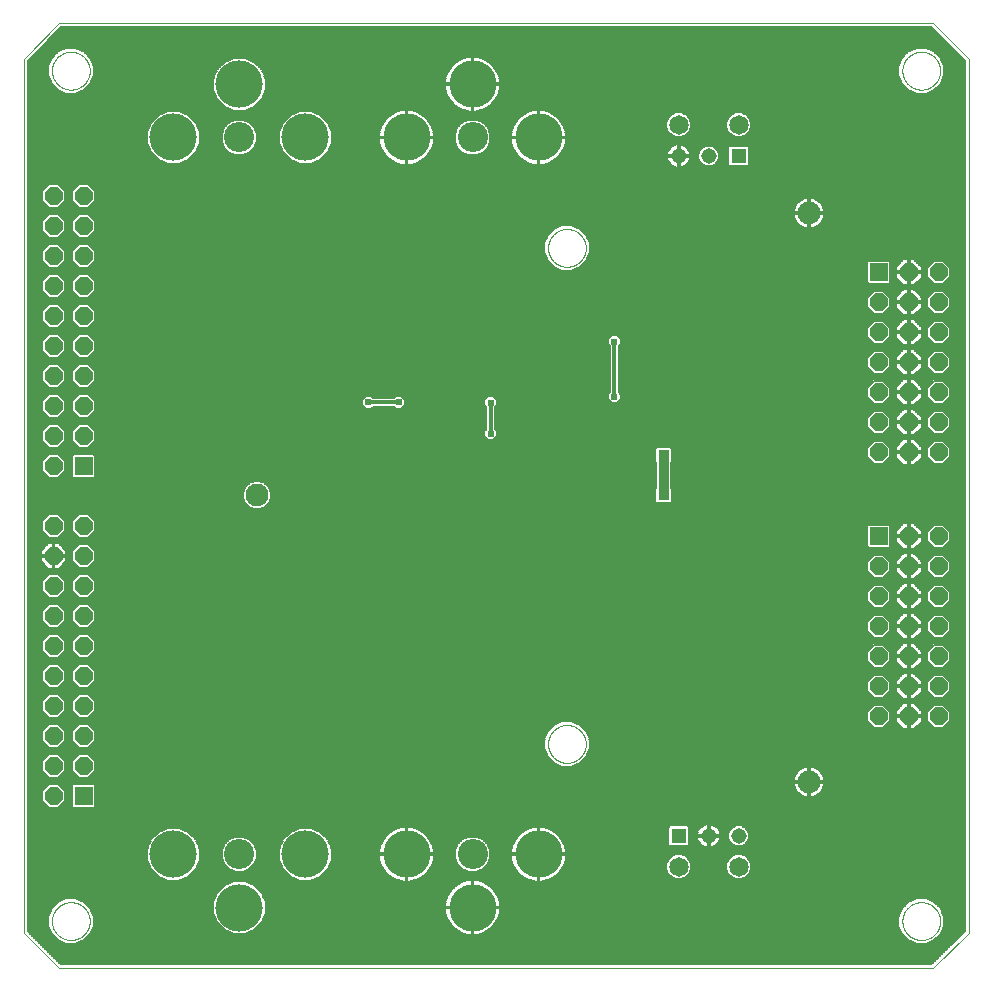
<source format=gbl>
G75*
%MOIN*%
%OFA0B0*%
%FSLAX25Y25*%
%IPPOS*%
%LPD*%
%AMOC8*
5,1,8,0,0,1.08239X$1,22.5*
%
%ADD10C,0.05150*%
%ADD11R,0.05150X0.05150*%
%ADD12C,0.06496*%
%ADD13C,0.10039*%
%ADD14C,0.15748*%
%ADD15C,0.07600*%
%ADD16OC8,0.06000*%
%ADD17R,0.06000X0.06000*%
%ADD18C,0.00000*%
%ADD19R,0.02400X0.02400*%
%ADD20C,0.00600*%
%ADD21R,0.03562X0.03562*%
%ADD22C,0.03200*%
%ADD23C,0.02400*%
%ADD24C,0.01200*%
D10*
X0238537Y0054643D03*
X0248537Y0054643D03*
X0238537Y0281257D03*
X0228537Y0281257D03*
D11*
X0248537Y0281257D03*
X0228537Y0054643D03*
D12*
X0228537Y0044328D03*
X0248537Y0044328D03*
X0248537Y0291612D03*
X0228537Y0291612D03*
D13*
X0159837Y0287426D03*
X0082137Y0287426D03*
X0082137Y0048457D03*
X0159837Y0048457D03*
D14*
X0159837Y0030741D03*
X0137837Y0048457D03*
X0104137Y0048457D03*
X0082137Y0030741D03*
X0060137Y0048457D03*
X0181837Y0048457D03*
X0181837Y0287426D03*
X0159837Y0305143D03*
X0137837Y0287426D03*
X0104137Y0287426D03*
X0082137Y0305143D03*
X0060137Y0287426D03*
D15*
X0088011Y0168143D03*
X0272011Y0262143D03*
X0272011Y0072643D03*
D16*
X0295200Y0094457D03*
X0305200Y0094457D03*
X0315200Y0094457D03*
X0315200Y0104457D03*
X0305200Y0104457D03*
X0295200Y0104457D03*
X0295200Y0114457D03*
X0305200Y0114457D03*
X0315200Y0114457D03*
X0315200Y0124457D03*
X0305200Y0124457D03*
X0295200Y0124457D03*
X0295200Y0134457D03*
X0305200Y0134457D03*
X0315200Y0134457D03*
X0315200Y0144457D03*
X0315200Y0154457D03*
X0305200Y0154457D03*
X0305200Y0144457D03*
X0295200Y0144457D03*
X0295200Y0182457D03*
X0305200Y0182457D03*
X0315200Y0182457D03*
X0315200Y0192457D03*
X0305200Y0192457D03*
X0295200Y0192457D03*
X0295200Y0202457D03*
X0305200Y0202457D03*
X0315200Y0202457D03*
X0315200Y0212457D03*
X0305200Y0212457D03*
X0295200Y0212457D03*
X0295200Y0222457D03*
X0305200Y0222457D03*
X0315200Y0222457D03*
X0315200Y0232457D03*
X0305200Y0232457D03*
X0295200Y0232457D03*
X0305200Y0242457D03*
X0315200Y0242457D03*
X0030161Y0237918D03*
X0030161Y0227918D03*
X0030161Y0217918D03*
X0030161Y0207918D03*
X0030161Y0197918D03*
X0030161Y0187918D03*
X0020161Y0187918D03*
X0020161Y0177918D03*
X0020161Y0157918D03*
X0030161Y0157918D03*
X0030161Y0147918D03*
X0030161Y0137918D03*
X0030161Y0127918D03*
X0030161Y0117918D03*
X0030161Y0107918D03*
X0030161Y0097918D03*
X0030161Y0087918D03*
X0030161Y0077918D03*
X0020161Y0077918D03*
X0020161Y0067918D03*
X0020161Y0087918D03*
X0020161Y0097918D03*
X0020161Y0107918D03*
X0020161Y0117918D03*
X0020161Y0127918D03*
X0020161Y0137918D03*
X0020161Y0147918D03*
X0020161Y0197918D03*
X0020161Y0207918D03*
X0020161Y0217918D03*
X0020161Y0227918D03*
X0020161Y0237918D03*
X0020161Y0247918D03*
X0030161Y0247918D03*
X0030161Y0257918D03*
X0030161Y0267918D03*
X0020161Y0267918D03*
X0020161Y0257918D03*
D17*
X0030161Y0177918D03*
X0030161Y0067918D03*
X0295200Y0154457D03*
X0295200Y0242457D03*
D18*
X0303114Y0309670D02*
X0303116Y0309828D01*
X0303122Y0309986D01*
X0303132Y0310144D01*
X0303146Y0310302D01*
X0303164Y0310459D01*
X0303185Y0310616D01*
X0303211Y0310772D01*
X0303241Y0310928D01*
X0303274Y0311083D01*
X0303312Y0311236D01*
X0303353Y0311389D01*
X0303398Y0311541D01*
X0303447Y0311692D01*
X0303500Y0311841D01*
X0303556Y0311989D01*
X0303616Y0312135D01*
X0303680Y0312280D01*
X0303748Y0312423D01*
X0303819Y0312565D01*
X0303893Y0312705D01*
X0303971Y0312842D01*
X0304053Y0312978D01*
X0304137Y0313112D01*
X0304226Y0313243D01*
X0304317Y0313372D01*
X0304412Y0313499D01*
X0304509Y0313624D01*
X0304610Y0313746D01*
X0304714Y0313865D01*
X0304821Y0313982D01*
X0304931Y0314096D01*
X0305044Y0314207D01*
X0305159Y0314316D01*
X0305277Y0314421D01*
X0305398Y0314523D01*
X0305521Y0314623D01*
X0305647Y0314719D01*
X0305775Y0314812D01*
X0305905Y0314902D01*
X0306038Y0314988D01*
X0306173Y0315072D01*
X0306309Y0315151D01*
X0306448Y0315228D01*
X0306589Y0315300D01*
X0306731Y0315370D01*
X0306875Y0315435D01*
X0307021Y0315497D01*
X0307168Y0315555D01*
X0307317Y0315610D01*
X0307467Y0315661D01*
X0307618Y0315708D01*
X0307770Y0315751D01*
X0307923Y0315790D01*
X0308078Y0315826D01*
X0308233Y0315857D01*
X0308389Y0315885D01*
X0308545Y0315909D01*
X0308702Y0315929D01*
X0308860Y0315945D01*
X0309017Y0315957D01*
X0309176Y0315965D01*
X0309334Y0315969D01*
X0309492Y0315969D01*
X0309650Y0315965D01*
X0309809Y0315957D01*
X0309966Y0315945D01*
X0310124Y0315929D01*
X0310281Y0315909D01*
X0310437Y0315885D01*
X0310593Y0315857D01*
X0310748Y0315826D01*
X0310903Y0315790D01*
X0311056Y0315751D01*
X0311208Y0315708D01*
X0311359Y0315661D01*
X0311509Y0315610D01*
X0311658Y0315555D01*
X0311805Y0315497D01*
X0311951Y0315435D01*
X0312095Y0315370D01*
X0312237Y0315300D01*
X0312378Y0315228D01*
X0312517Y0315151D01*
X0312653Y0315072D01*
X0312788Y0314988D01*
X0312921Y0314902D01*
X0313051Y0314812D01*
X0313179Y0314719D01*
X0313305Y0314623D01*
X0313428Y0314523D01*
X0313549Y0314421D01*
X0313667Y0314316D01*
X0313782Y0314207D01*
X0313895Y0314096D01*
X0314005Y0313982D01*
X0314112Y0313865D01*
X0314216Y0313746D01*
X0314317Y0313624D01*
X0314414Y0313499D01*
X0314509Y0313372D01*
X0314600Y0313243D01*
X0314689Y0313112D01*
X0314773Y0312978D01*
X0314855Y0312842D01*
X0314933Y0312705D01*
X0315007Y0312565D01*
X0315078Y0312423D01*
X0315146Y0312280D01*
X0315210Y0312135D01*
X0315270Y0311989D01*
X0315326Y0311841D01*
X0315379Y0311692D01*
X0315428Y0311541D01*
X0315473Y0311389D01*
X0315514Y0311236D01*
X0315552Y0311083D01*
X0315585Y0310928D01*
X0315615Y0310772D01*
X0315641Y0310616D01*
X0315662Y0310459D01*
X0315680Y0310302D01*
X0315694Y0310144D01*
X0315704Y0309986D01*
X0315710Y0309828D01*
X0315712Y0309670D01*
X0315710Y0309512D01*
X0315704Y0309354D01*
X0315694Y0309196D01*
X0315680Y0309038D01*
X0315662Y0308881D01*
X0315641Y0308724D01*
X0315615Y0308568D01*
X0315585Y0308412D01*
X0315552Y0308257D01*
X0315514Y0308104D01*
X0315473Y0307951D01*
X0315428Y0307799D01*
X0315379Y0307648D01*
X0315326Y0307499D01*
X0315270Y0307351D01*
X0315210Y0307205D01*
X0315146Y0307060D01*
X0315078Y0306917D01*
X0315007Y0306775D01*
X0314933Y0306635D01*
X0314855Y0306498D01*
X0314773Y0306362D01*
X0314689Y0306228D01*
X0314600Y0306097D01*
X0314509Y0305968D01*
X0314414Y0305841D01*
X0314317Y0305716D01*
X0314216Y0305594D01*
X0314112Y0305475D01*
X0314005Y0305358D01*
X0313895Y0305244D01*
X0313782Y0305133D01*
X0313667Y0305024D01*
X0313549Y0304919D01*
X0313428Y0304817D01*
X0313305Y0304717D01*
X0313179Y0304621D01*
X0313051Y0304528D01*
X0312921Y0304438D01*
X0312788Y0304352D01*
X0312653Y0304268D01*
X0312517Y0304189D01*
X0312378Y0304112D01*
X0312237Y0304040D01*
X0312095Y0303970D01*
X0311951Y0303905D01*
X0311805Y0303843D01*
X0311658Y0303785D01*
X0311509Y0303730D01*
X0311359Y0303679D01*
X0311208Y0303632D01*
X0311056Y0303589D01*
X0310903Y0303550D01*
X0310748Y0303514D01*
X0310593Y0303483D01*
X0310437Y0303455D01*
X0310281Y0303431D01*
X0310124Y0303411D01*
X0309966Y0303395D01*
X0309809Y0303383D01*
X0309650Y0303375D01*
X0309492Y0303371D01*
X0309334Y0303371D01*
X0309176Y0303375D01*
X0309017Y0303383D01*
X0308860Y0303395D01*
X0308702Y0303411D01*
X0308545Y0303431D01*
X0308389Y0303455D01*
X0308233Y0303483D01*
X0308078Y0303514D01*
X0307923Y0303550D01*
X0307770Y0303589D01*
X0307618Y0303632D01*
X0307467Y0303679D01*
X0307317Y0303730D01*
X0307168Y0303785D01*
X0307021Y0303843D01*
X0306875Y0303905D01*
X0306731Y0303970D01*
X0306589Y0304040D01*
X0306448Y0304112D01*
X0306309Y0304189D01*
X0306173Y0304268D01*
X0306038Y0304352D01*
X0305905Y0304438D01*
X0305775Y0304528D01*
X0305647Y0304621D01*
X0305521Y0304717D01*
X0305398Y0304817D01*
X0305277Y0304919D01*
X0305159Y0305024D01*
X0305044Y0305133D01*
X0304931Y0305244D01*
X0304821Y0305358D01*
X0304714Y0305475D01*
X0304610Y0305594D01*
X0304509Y0305716D01*
X0304412Y0305841D01*
X0304317Y0305968D01*
X0304226Y0306097D01*
X0304137Y0306228D01*
X0304053Y0306362D01*
X0303971Y0306498D01*
X0303893Y0306635D01*
X0303819Y0306775D01*
X0303748Y0306917D01*
X0303680Y0307060D01*
X0303616Y0307205D01*
X0303556Y0307351D01*
X0303500Y0307499D01*
X0303447Y0307648D01*
X0303398Y0307799D01*
X0303353Y0307951D01*
X0303312Y0308104D01*
X0303274Y0308257D01*
X0303241Y0308412D01*
X0303211Y0308568D01*
X0303185Y0308724D01*
X0303164Y0308881D01*
X0303146Y0309038D01*
X0303132Y0309196D01*
X0303122Y0309354D01*
X0303116Y0309512D01*
X0303114Y0309670D01*
X0313350Y0325418D02*
X0325161Y0313607D01*
X0325161Y0022269D01*
X0313350Y0010457D01*
X0022011Y0010457D01*
X0010200Y0022269D01*
X0010200Y0313607D01*
X0022011Y0325418D01*
X0313350Y0325418D01*
X0185003Y0250615D02*
X0185005Y0250773D01*
X0185011Y0250931D01*
X0185021Y0251089D01*
X0185035Y0251247D01*
X0185053Y0251404D01*
X0185074Y0251561D01*
X0185100Y0251717D01*
X0185130Y0251873D01*
X0185163Y0252028D01*
X0185201Y0252181D01*
X0185242Y0252334D01*
X0185287Y0252486D01*
X0185336Y0252637D01*
X0185389Y0252786D01*
X0185445Y0252934D01*
X0185505Y0253080D01*
X0185569Y0253225D01*
X0185637Y0253368D01*
X0185708Y0253510D01*
X0185782Y0253650D01*
X0185860Y0253787D01*
X0185942Y0253923D01*
X0186026Y0254057D01*
X0186115Y0254188D01*
X0186206Y0254317D01*
X0186301Y0254444D01*
X0186398Y0254569D01*
X0186499Y0254691D01*
X0186603Y0254810D01*
X0186710Y0254927D01*
X0186820Y0255041D01*
X0186933Y0255152D01*
X0187048Y0255261D01*
X0187166Y0255366D01*
X0187287Y0255468D01*
X0187410Y0255568D01*
X0187536Y0255664D01*
X0187664Y0255757D01*
X0187794Y0255847D01*
X0187927Y0255933D01*
X0188062Y0256017D01*
X0188198Y0256096D01*
X0188337Y0256173D01*
X0188478Y0256245D01*
X0188620Y0256315D01*
X0188764Y0256380D01*
X0188910Y0256442D01*
X0189057Y0256500D01*
X0189206Y0256555D01*
X0189356Y0256606D01*
X0189507Y0256653D01*
X0189659Y0256696D01*
X0189812Y0256735D01*
X0189967Y0256771D01*
X0190122Y0256802D01*
X0190278Y0256830D01*
X0190434Y0256854D01*
X0190591Y0256874D01*
X0190749Y0256890D01*
X0190906Y0256902D01*
X0191065Y0256910D01*
X0191223Y0256914D01*
X0191381Y0256914D01*
X0191539Y0256910D01*
X0191698Y0256902D01*
X0191855Y0256890D01*
X0192013Y0256874D01*
X0192170Y0256854D01*
X0192326Y0256830D01*
X0192482Y0256802D01*
X0192637Y0256771D01*
X0192792Y0256735D01*
X0192945Y0256696D01*
X0193097Y0256653D01*
X0193248Y0256606D01*
X0193398Y0256555D01*
X0193547Y0256500D01*
X0193694Y0256442D01*
X0193840Y0256380D01*
X0193984Y0256315D01*
X0194126Y0256245D01*
X0194267Y0256173D01*
X0194406Y0256096D01*
X0194542Y0256017D01*
X0194677Y0255933D01*
X0194810Y0255847D01*
X0194940Y0255757D01*
X0195068Y0255664D01*
X0195194Y0255568D01*
X0195317Y0255468D01*
X0195438Y0255366D01*
X0195556Y0255261D01*
X0195671Y0255152D01*
X0195784Y0255041D01*
X0195894Y0254927D01*
X0196001Y0254810D01*
X0196105Y0254691D01*
X0196206Y0254569D01*
X0196303Y0254444D01*
X0196398Y0254317D01*
X0196489Y0254188D01*
X0196578Y0254057D01*
X0196662Y0253923D01*
X0196744Y0253787D01*
X0196822Y0253650D01*
X0196896Y0253510D01*
X0196967Y0253368D01*
X0197035Y0253225D01*
X0197099Y0253080D01*
X0197159Y0252934D01*
X0197215Y0252786D01*
X0197268Y0252637D01*
X0197317Y0252486D01*
X0197362Y0252334D01*
X0197403Y0252181D01*
X0197441Y0252028D01*
X0197474Y0251873D01*
X0197504Y0251717D01*
X0197530Y0251561D01*
X0197551Y0251404D01*
X0197569Y0251247D01*
X0197583Y0251089D01*
X0197593Y0250931D01*
X0197599Y0250773D01*
X0197601Y0250615D01*
X0197599Y0250457D01*
X0197593Y0250299D01*
X0197583Y0250141D01*
X0197569Y0249983D01*
X0197551Y0249826D01*
X0197530Y0249669D01*
X0197504Y0249513D01*
X0197474Y0249357D01*
X0197441Y0249202D01*
X0197403Y0249049D01*
X0197362Y0248896D01*
X0197317Y0248744D01*
X0197268Y0248593D01*
X0197215Y0248444D01*
X0197159Y0248296D01*
X0197099Y0248150D01*
X0197035Y0248005D01*
X0196967Y0247862D01*
X0196896Y0247720D01*
X0196822Y0247580D01*
X0196744Y0247443D01*
X0196662Y0247307D01*
X0196578Y0247173D01*
X0196489Y0247042D01*
X0196398Y0246913D01*
X0196303Y0246786D01*
X0196206Y0246661D01*
X0196105Y0246539D01*
X0196001Y0246420D01*
X0195894Y0246303D01*
X0195784Y0246189D01*
X0195671Y0246078D01*
X0195556Y0245969D01*
X0195438Y0245864D01*
X0195317Y0245762D01*
X0195194Y0245662D01*
X0195068Y0245566D01*
X0194940Y0245473D01*
X0194810Y0245383D01*
X0194677Y0245297D01*
X0194542Y0245213D01*
X0194406Y0245134D01*
X0194267Y0245057D01*
X0194126Y0244985D01*
X0193984Y0244915D01*
X0193840Y0244850D01*
X0193694Y0244788D01*
X0193547Y0244730D01*
X0193398Y0244675D01*
X0193248Y0244624D01*
X0193097Y0244577D01*
X0192945Y0244534D01*
X0192792Y0244495D01*
X0192637Y0244459D01*
X0192482Y0244428D01*
X0192326Y0244400D01*
X0192170Y0244376D01*
X0192013Y0244356D01*
X0191855Y0244340D01*
X0191698Y0244328D01*
X0191539Y0244320D01*
X0191381Y0244316D01*
X0191223Y0244316D01*
X0191065Y0244320D01*
X0190906Y0244328D01*
X0190749Y0244340D01*
X0190591Y0244356D01*
X0190434Y0244376D01*
X0190278Y0244400D01*
X0190122Y0244428D01*
X0189967Y0244459D01*
X0189812Y0244495D01*
X0189659Y0244534D01*
X0189507Y0244577D01*
X0189356Y0244624D01*
X0189206Y0244675D01*
X0189057Y0244730D01*
X0188910Y0244788D01*
X0188764Y0244850D01*
X0188620Y0244915D01*
X0188478Y0244985D01*
X0188337Y0245057D01*
X0188198Y0245134D01*
X0188062Y0245213D01*
X0187927Y0245297D01*
X0187794Y0245383D01*
X0187664Y0245473D01*
X0187536Y0245566D01*
X0187410Y0245662D01*
X0187287Y0245762D01*
X0187166Y0245864D01*
X0187048Y0245969D01*
X0186933Y0246078D01*
X0186820Y0246189D01*
X0186710Y0246303D01*
X0186603Y0246420D01*
X0186499Y0246539D01*
X0186398Y0246661D01*
X0186301Y0246786D01*
X0186206Y0246913D01*
X0186115Y0247042D01*
X0186026Y0247173D01*
X0185942Y0247307D01*
X0185860Y0247443D01*
X0185782Y0247580D01*
X0185708Y0247720D01*
X0185637Y0247862D01*
X0185569Y0248005D01*
X0185505Y0248150D01*
X0185445Y0248296D01*
X0185389Y0248444D01*
X0185336Y0248593D01*
X0185287Y0248744D01*
X0185242Y0248896D01*
X0185201Y0249049D01*
X0185163Y0249202D01*
X0185130Y0249357D01*
X0185100Y0249513D01*
X0185074Y0249669D01*
X0185053Y0249826D01*
X0185035Y0249983D01*
X0185021Y0250141D01*
X0185011Y0250299D01*
X0185005Y0250457D01*
X0185003Y0250615D01*
X0019649Y0309670D02*
X0019651Y0309828D01*
X0019657Y0309986D01*
X0019667Y0310144D01*
X0019681Y0310302D01*
X0019699Y0310459D01*
X0019720Y0310616D01*
X0019746Y0310772D01*
X0019776Y0310928D01*
X0019809Y0311083D01*
X0019847Y0311236D01*
X0019888Y0311389D01*
X0019933Y0311541D01*
X0019982Y0311692D01*
X0020035Y0311841D01*
X0020091Y0311989D01*
X0020151Y0312135D01*
X0020215Y0312280D01*
X0020283Y0312423D01*
X0020354Y0312565D01*
X0020428Y0312705D01*
X0020506Y0312842D01*
X0020588Y0312978D01*
X0020672Y0313112D01*
X0020761Y0313243D01*
X0020852Y0313372D01*
X0020947Y0313499D01*
X0021044Y0313624D01*
X0021145Y0313746D01*
X0021249Y0313865D01*
X0021356Y0313982D01*
X0021466Y0314096D01*
X0021579Y0314207D01*
X0021694Y0314316D01*
X0021812Y0314421D01*
X0021933Y0314523D01*
X0022056Y0314623D01*
X0022182Y0314719D01*
X0022310Y0314812D01*
X0022440Y0314902D01*
X0022573Y0314988D01*
X0022708Y0315072D01*
X0022844Y0315151D01*
X0022983Y0315228D01*
X0023124Y0315300D01*
X0023266Y0315370D01*
X0023410Y0315435D01*
X0023556Y0315497D01*
X0023703Y0315555D01*
X0023852Y0315610D01*
X0024002Y0315661D01*
X0024153Y0315708D01*
X0024305Y0315751D01*
X0024458Y0315790D01*
X0024613Y0315826D01*
X0024768Y0315857D01*
X0024924Y0315885D01*
X0025080Y0315909D01*
X0025237Y0315929D01*
X0025395Y0315945D01*
X0025552Y0315957D01*
X0025711Y0315965D01*
X0025869Y0315969D01*
X0026027Y0315969D01*
X0026185Y0315965D01*
X0026344Y0315957D01*
X0026501Y0315945D01*
X0026659Y0315929D01*
X0026816Y0315909D01*
X0026972Y0315885D01*
X0027128Y0315857D01*
X0027283Y0315826D01*
X0027438Y0315790D01*
X0027591Y0315751D01*
X0027743Y0315708D01*
X0027894Y0315661D01*
X0028044Y0315610D01*
X0028193Y0315555D01*
X0028340Y0315497D01*
X0028486Y0315435D01*
X0028630Y0315370D01*
X0028772Y0315300D01*
X0028913Y0315228D01*
X0029052Y0315151D01*
X0029188Y0315072D01*
X0029323Y0314988D01*
X0029456Y0314902D01*
X0029586Y0314812D01*
X0029714Y0314719D01*
X0029840Y0314623D01*
X0029963Y0314523D01*
X0030084Y0314421D01*
X0030202Y0314316D01*
X0030317Y0314207D01*
X0030430Y0314096D01*
X0030540Y0313982D01*
X0030647Y0313865D01*
X0030751Y0313746D01*
X0030852Y0313624D01*
X0030949Y0313499D01*
X0031044Y0313372D01*
X0031135Y0313243D01*
X0031224Y0313112D01*
X0031308Y0312978D01*
X0031390Y0312842D01*
X0031468Y0312705D01*
X0031542Y0312565D01*
X0031613Y0312423D01*
X0031681Y0312280D01*
X0031745Y0312135D01*
X0031805Y0311989D01*
X0031861Y0311841D01*
X0031914Y0311692D01*
X0031963Y0311541D01*
X0032008Y0311389D01*
X0032049Y0311236D01*
X0032087Y0311083D01*
X0032120Y0310928D01*
X0032150Y0310772D01*
X0032176Y0310616D01*
X0032197Y0310459D01*
X0032215Y0310302D01*
X0032229Y0310144D01*
X0032239Y0309986D01*
X0032245Y0309828D01*
X0032247Y0309670D01*
X0032245Y0309512D01*
X0032239Y0309354D01*
X0032229Y0309196D01*
X0032215Y0309038D01*
X0032197Y0308881D01*
X0032176Y0308724D01*
X0032150Y0308568D01*
X0032120Y0308412D01*
X0032087Y0308257D01*
X0032049Y0308104D01*
X0032008Y0307951D01*
X0031963Y0307799D01*
X0031914Y0307648D01*
X0031861Y0307499D01*
X0031805Y0307351D01*
X0031745Y0307205D01*
X0031681Y0307060D01*
X0031613Y0306917D01*
X0031542Y0306775D01*
X0031468Y0306635D01*
X0031390Y0306498D01*
X0031308Y0306362D01*
X0031224Y0306228D01*
X0031135Y0306097D01*
X0031044Y0305968D01*
X0030949Y0305841D01*
X0030852Y0305716D01*
X0030751Y0305594D01*
X0030647Y0305475D01*
X0030540Y0305358D01*
X0030430Y0305244D01*
X0030317Y0305133D01*
X0030202Y0305024D01*
X0030084Y0304919D01*
X0029963Y0304817D01*
X0029840Y0304717D01*
X0029714Y0304621D01*
X0029586Y0304528D01*
X0029456Y0304438D01*
X0029323Y0304352D01*
X0029188Y0304268D01*
X0029052Y0304189D01*
X0028913Y0304112D01*
X0028772Y0304040D01*
X0028630Y0303970D01*
X0028486Y0303905D01*
X0028340Y0303843D01*
X0028193Y0303785D01*
X0028044Y0303730D01*
X0027894Y0303679D01*
X0027743Y0303632D01*
X0027591Y0303589D01*
X0027438Y0303550D01*
X0027283Y0303514D01*
X0027128Y0303483D01*
X0026972Y0303455D01*
X0026816Y0303431D01*
X0026659Y0303411D01*
X0026501Y0303395D01*
X0026344Y0303383D01*
X0026185Y0303375D01*
X0026027Y0303371D01*
X0025869Y0303371D01*
X0025711Y0303375D01*
X0025552Y0303383D01*
X0025395Y0303395D01*
X0025237Y0303411D01*
X0025080Y0303431D01*
X0024924Y0303455D01*
X0024768Y0303483D01*
X0024613Y0303514D01*
X0024458Y0303550D01*
X0024305Y0303589D01*
X0024153Y0303632D01*
X0024002Y0303679D01*
X0023852Y0303730D01*
X0023703Y0303785D01*
X0023556Y0303843D01*
X0023410Y0303905D01*
X0023266Y0303970D01*
X0023124Y0304040D01*
X0022983Y0304112D01*
X0022844Y0304189D01*
X0022708Y0304268D01*
X0022573Y0304352D01*
X0022440Y0304438D01*
X0022310Y0304528D01*
X0022182Y0304621D01*
X0022056Y0304717D01*
X0021933Y0304817D01*
X0021812Y0304919D01*
X0021694Y0305024D01*
X0021579Y0305133D01*
X0021466Y0305244D01*
X0021356Y0305358D01*
X0021249Y0305475D01*
X0021145Y0305594D01*
X0021044Y0305716D01*
X0020947Y0305841D01*
X0020852Y0305968D01*
X0020761Y0306097D01*
X0020672Y0306228D01*
X0020588Y0306362D01*
X0020506Y0306498D01*
X0020428Y0306635D01*
X0020354Y0306775D01*
X0020283Y0306917D01*
X0020215Y0307060D01*
X0020151Y0307205D01*
X0020091Y0307351D01*
X0020035Y0307499D01*
X0019982Y0307648D01*
X0019933Y0307799D01*
X0019888Y0307951D01*
X0019847Y0308104D01*
X0019809Y0308257D01*
X0019776Y0308412D01*
X0019746Y0308568D01*
X0019720Y0308724D01*
X0019699Y0308881D01*
X0019681Y0309038D01*
X0019667Y0309196D01*
X0019657Y0309354D01*
X0019651Y0309512D01*
X0019649Y0309670D01*
X0185003Y0085261D02*
X0185005Y0085419D01*
X0185011Y0085577D01*
X0185021Y0085735D01*
X0185035Y0085893D01*
X0185053Y0086050D01*
X0185074Y0086207D01*
X0185100Y0086363D01*
X0185130Y0086519D01*
X0185163Y0086674D01*
X0185201Y0086827D01*
X0185242Y0086980D01*
X0185287Y0087132D01*
X0185336Y0087283D01*
X0185389Y0087432D01*
X0185445Y0087580D01*
X0185505Y0087726D01*
X0185569Y0087871D01*
X0185637Y0088014D01*
X0185708Y0088156D01*
X0185782Y0088296D01*
X0185860Y0088433D01*
X0185942Y0088569D01*
X0186026Y0088703D01*
X0186115Y0088834D01*
X0186206Y0088963D01*
X0186301Y0089090D01*
X0186398Y0089215D01*
X0186499Y0089337D01*
X0186603Y0089456D01*
X0186710Y0089573D01*
X0186820Y0089687D01*
X0186933Y0089798D01*
X0187048Y0089907D01*
X0187166Y0090012D01*
X0187287Y0090114D01*
X0187410Y0090214D01*
X0187536Y0090310D01*
X0187664Y0090403D01*
X0187794Y0090493D01*
X0187927Y0090579D01*
X0188062Y0090663D01*
X0188198Y0090742D01*
X0188337Y0090819D01*
X0188478Y0090891D01*
X0188620Y0090961D01*
X0188764Y0091026D01*
X0188910Y0091088D01*
X0189057Y0091146D01*
X0189206Y0091201D01*
X0189356Y0091252D01*
X0189507Y0091299D01*
X0189659Y0091342D01*
X0189812Y0091381D01*
X0189967Y0091417D01*
X0190122Y0091448D01*
X0190278Y0091476D01*
X0190434Y0091500D01*
X0190591Y0091520D01*
X0190749Y0091536D01*
X0190906Y0091548D01*
X0191065Y0091556D01*
X0191223Y0091560D01*
X0191381Y0091560D01*
X0191539Y0091556D01*
X0191698Y0091548D01*
X0191855Y0091536D01*
X0192013Y0091520D01*
X0192170Y0091500D01*
X0192326Y0091476D01*
X0192482Y0091448D01*
X0192637Y0091417D01*
X0192792Y0091381D01*
X0192945Y0091342D01*
X0193097Y0091299D01*
X0193248Y0091252D01*
X0193398Y0091201D01*
X0193547Y0091146D01*
X0193694Y0091088D01*
X0193840Y0091026D01*
X0193984Y0090961D01*
X0194126Y0090891D01*
X0194267Y0090819D01*
X0194406Y0090742D01*
X0194542Y0090663D01*
X0194677Y0090579D01*
X0194810Y0090493D01*
X0194940Y0090403D01*
X0195068Y0090310D01*
X0195194Y0090214D01*
X0195317Y0090114D01*
X0195438Y0090012D01*
X0195556Y0089907D01*
X0195671Y0089798D01*
X0195784Y0089687D01*
X0195894Y0089573D01*
X0196001Y0089456D01*
X0196105Y0089337D01*
X0196206Y0089215D01*
X0196303Y0089090D01*
X0196398Y0088963D01*
X0196489Y0088834D01*
X0196578Y0088703D01*
X0196662Y0088569D01*
X0196744Y0088433D01*
X0196822Y0088296D01*
X0196896Y0088156D01*
X0196967Y0088014D01*
X0197035Y0087871D01*
X0197099Y0087726D01*
X0197159Y0087580D01*
X0197215Y0087432D01*
X0197268Y0087283D01*
X0197317Y0087132D01*
X0197362Y0086980D01*
X0197403Y0086827D01*
X0197441Y0086674D01*
X0197474Y0086519D01*
X0197504Y0086363D01*
X0197530Y0086207D01*
X0197551Y0086050D01*
X0197569Y0085893D01*
X0197583Y0085735D01*
X0197593Y0085577D01*
X0197599Y0085419D01*
X0197601Y0085261D01*
X0197599Y0085103D01*
X0197593Y0084945D01*
X0197583Y0084787D01*
X0197569Y0084629D01*
X0197551Y0084472D01*
X0197530Y0084315D01*
X0197504Y0084159D01*
X0197474Y0084003D01*
X0197441Y0083848D01*
X0197403Y0083695D01*
X0197362Y0083542D01*
X0197317Y0083390D01*
X0197268Y0083239D01*
X0197215Y0083090D01*
X0197159Y0082942D01*
X0197099Y0082796D01*
X0197035Y0082651D01*
X0196967Y0082508D01*
X0196896Y0082366D01*
X0196822Y0082226D01*
X0196744Y0082089D01*
X0196662Y0081953D01*
X0196578Y0081819D01*
X0196489Y0081688D01*
X0196398Y0081559D01*
X0196303Y0081432D01*
X0196206Y0081307D01*
X0196105Y0081185D01*
X0196001Y0081066D01*
X0195894Y0080949D01*
X0195784Y0080835D01*
X0195671Y0080724D01*
X0195556Y0080615D01*
X0195438Y0080510D01*
X0195317Y0080408D01*
X0195194Y0080308D01*
X0195068Y0080212D01*
X0194940Y0080119D01*
X0194810Y0080029D01*
X0194677Y0079943D01*
X0194542Y0079859D01*
X0194406Y0079780D01*
X0194267Y0079703D01*
X0194126Y0079631D01*
X0193984Y0079561D01*
X0193840Y0079496D01*
X0193694Y0079434D01*
X0193547Y0079376D01*
X0193398Y0079321D01*
X0193248Y0079270D01*
X0193097Y0079223D01*
X0192945Y0079180D01*
X0192792Y0079141D01*
X0192637Y0079105D01*
X0192482Y0079074D01*
X0192326Y0079046D01*
X0192170Y0079022D01*
X0192013Y0079002D01*
X0191855Y0078986D01*
X0191698Y0078974D01*
X0191539Y0078966D01*
X0191381Y0078962D01*
X0191223Y0078962D01*
X0191065Y0078966D01*
X0190906Y0078974D01*
X0190749Y0078986D01*
X0190591Y0079002D01*
X0190434Y0079022D01*
X0190278Y0079046D01*
X0190122Y0079074D01*
X0189967Y0079105D01*
X0189812Y0079141D01*
X0189659Y0079180D01*
X0189507Y0079223D01*
X0189356Y0079270D01*
X0189206Y0079321D01*
X0189057Y0079376D01*
X0188910Y0079434D01*
X0188764Y0079496D01*
X0188620Y0079561D01*
X0188478Y0079631D01*
X0188337Y0079703D01*
X0188198Y0079780D01*
X0188062Y0079859D01*
X0187927Y0079943D01*
X0187794Y0080029D01*
X0187664Y0080119D01*
X0187536Y0080212D01*
X0187410Y0080308D01*
X0187287Y0080408D01*
X0187166Y0080510D01*
X0187048Y0080615D01*
X0186933Y0080724D01*
X0186820Y0080835D01*
X0186710Y0080949D01*
X0186603Y0081066D01*
X0186499Y0081185D01*
X0186398Y0081307D01*
X0186301Y0081432D01*
X0186206Y0081559D01*
X0186115Y0081688D01*
X0186026Y0081819D01*
X0185942Y0081953D01*
X0185860Y0082089D01*
X0185782Y0082226D01*
X0185708Y0082366D01*
X0185637Y0082508D01*
X0185569Y0082651D01*
X0185505Y0082796D01*
X0185445Y0082942D01*
X0185389Y0083090D01*
X0185336Y0083239D01*
X0185287Y0083390D01*
X0185242Y0083542D01*
X0185201Y0083695D01*
X0185163Y0083848D01*
X0185130Y0084003D01*
X0185100Y0084159D01*
X0185074Y0084315D01*
X0185053Y0084472D01*
X0185035Y0084629D01*
X0185021Y0084787D01*
X0185011Y0084945D01*
X0185005Y0085103D01*
X0185003Y0085261D01*
X0303114Y0026206D02*
X0303116Y0026364D01*
X0303122Y0026522D01*
X0303132Y0026680D01*
X0303146Y0026838D01*
X0303164Y0026995D01*
X0303185Y0027152D01*
X0303211Y0027308D01*
X0303241Y0027464D01*
X0303274Y0027619D01*
X0303312Y0027772D01*
X0303353Y0027925D01*
X0303398Y0028077D01*
X0303447Y0028228D01*
X0303500Y0028377D01*
X0303556Y0028525D01*
X0303616Y0028671D01*
X0303680Y0028816D01*
X0303748Y0028959D01*
X0303819Y0029101D01*
X0303893Y0029241D01*
X0303971Y0029378D01*
X0304053Y0029514D01*
X0304137Y0029648D01*
X0304226Y0029779D01*
X0304317Y0029908D01*
X0304412Y0030035D01*
X0304509Y0030160D01*
X0304610Y0030282D01*
X0304714Y0030401D01*
X0304821Y0030518D01*
X0304931Y0030632D01*
X0305044Y0030743D01*
X0305159Y0030852D01*
X0305277Y0030957D01*
X0305398Y0031059D01*
X0305521Y0031159D01*
X0305647Y0031255D01*
X0305775Y0031348D01*
X0305905Y0031438D01*
X0306038Y0031524D01*
X0306173Y0031608D01*
X0306309Y0031687D01*
X0306448Y0031764D01*
X0306589Y0031836D01*
X0306731Y0031906D01*
X0306875Y0031971D01*
X0307021Y0032033D01*
X0307168Y0032091D01*
X0307317Y0032146D01*
X0307467Y0032197D01*
X0307618Y0032244D01*
X0307770Y0032287D01*
X0307923Y0032326D01*
X0308078Y0032362D01*
X0308233Y0032393D01*
X0308389Y0032421D01*
X0308545Y0032445D01*
X0308702Y0032465D01*
X0308860Y0032481D01*
X0309017Y0032493D01*
X0309176Y0032501D01*
X0309334Y0032505D01*
X0309492Y0032505D01*
X0309650Y0032501D01*
X0309809Y0032493D01*
X0309966Y0032481D01*
X0310124Y0032465D01*
X0310281Y0032445D01*
X0310437Y0032421D01*
X0310593Y0032393D01*
X0310748Y0032362D01*
X0310903Y0032326D01*
X0311056Y0032287D01*
X0311208Y0032244D01*
X0311359Y0032197D01*
X0311509Y0032146D01*
X0311658Y0032091D01*
X0311805Y0032033D01*
X0311951Y0031971D01*
X0312095Y0031906D01*
X0312237Y0031836D01*
X0312378Y0031764D01*
X0312517Y0031687D01*
X0312653Y0031608D01*
X0312788Y0031524D01*
X0312921Y0031438D01*
X0313051Y0031348D01*
X0313179Y0031255D01*
X0313305Y0031159D01*
X0313428Y0031059D01*
X0313549Y0030957D01*
X0313667Y0030852D01*
X0313782Y0030743D01*
X0313895Y0030632D01*
X0314005Y0030518D01*
X0314112Y0030401D01*
X0314216Y0030282D01*
X0314317Y0030160D01*
X0314414Y0030035D01*
X0314509Y0029908D01*
X0314600Y0029779D01*
X0314689Y0029648D01*
X0314773Y0029514D01*
X0314855Y0029378D01*
X0314933Y0029241D01*
X0315007Y0029101D01*
X0315078Y0028959D01*
X0315146Y0028816D01*
X0315210Y0028671D01*
X0315270Y0028525D01*
X0315326Y0028377D01*
X0315379Y0028228D01*
X0315428Y0028077D01*
X0315473Y0027925D01*
X0315514Y0027772D01*
X0315552Y0027619D01*
X0315585Y0027464D01*
X0315615Y0027308D01*
X0315641Y0027152D01*
X0315662Y0026995D01*
X0315680Y0026838D01*
X0315694Y0026680D01*
X0315704Y0026522D01*
X0315710Y0026364D01*
X0315712Y0026206D01*
X0315710Y0026048D01*
X0315704Y0025890D01*
X0315694Y0025732D01*
X0315680Y0025574D01*
X0315662Y0025417D01*
X0315641Y0025260D01*
X0315615Y0025104D01*
X0315585Y0024948D01*
X0315552Y0024793D01*
X0315514Y0024640D01*
X0315473Y0024487D01*
X0315428Y0024335D01*
X0315379Y0024184D01*
X0315326Y0024035D01*
X0315270Y0023887D01*
X0315210Y0023741D01*
X0315146Y0023596D01*
X0315078Y0023453D01*
X0315007Y0023311D01*
X0314933Y0023171D01*
X0314855Y0023034D01*
X0314773Y0022898D01*
X0314689Y0022764D01*
X0314600Y0022633D01*
X0314509Y0022504D01*
X0314414Y0022377D01*
X0314317Y0022252D01*
X0314216Y0022130D01*
X0314112Y0022011D01*
X0314005Y0021894D01*
X0313895Y0021780D01*
X0313782Y0021669D01*
X0313667Y0021560D01*
X0313549Y0021455D01*
X0313428Y0021353D01*
X0313305Y0021253D01*
X0313179Y0021157D01*
X0313051Y0021064D01*
X0312921Y0020974D01*
X0312788Y0020888D01*
X0312653Y0020804D01*
X0312517Y0020725D01*
X0312378Y0020648D01*
X0312237Y0020576D01*
X0312095Y0020506D01*
X0311951Y0020441D01*
X0311805Y0020379D01*
X0311658Y0020321D01*
X0311509Y0020266D01*
X0311359Y0020215D01*
X0311208Y0020168D01*
X0311056Y0020125D01*
X0310903Y0020086D01*
X0310748Y0020050D01*
X0310593Y0020019D01*
X0310437Y0019991D01*
X0310281Y0019967D01*
X0310124Y0019947D01*
X0309966Y0019931D01*
X0309809Y0019919D01*
X0309650Y0019911D01*
X0309492Y0019907D01*
X0309334Y0019907D01*
X0309176Y0019911D01*
X0309017Y0019919D01*
X0308860Y0019931D01*
X0308702Y0019947D01*
X0308545Y0019967D01*
X0308389Y0019991D01*
X0308233Y0020019D01*
X0308078Y0020050D01*
X0307923Y0020086D01*
X0307770Y0020125D01*
X0307618Y0020168D01*
X0307467Y0020215D01*
X0307317Y0020266D01*
X0307168Y0020321D01*
X0307021Y0020379D01*
X0306875Y0020441D01*
X0306731Y0020506D01*
X0306589Y0020576D01*
X0306448Y0020648D01*
X0306309Y0020725D01*
X0306173Y0020804D01*
X0306038Y0020888D01*
X0305905Y0020974D01*
X0305775Y0021064D01*
X0305647Y0021157D01*
X0305521Y0021253D01*
X0305398Y0021353D01*
X0305277Y0021455D01*
X0305159Y0021560D01*
X0305044Y0021669D01*
X0304931Y0021780D01*
X0304821Y0021894D01*
X0304714Y0022011D01*
X0304610Y0022130D01*
X0304509Y0022252D01*
X0304412Y0022377D01*
X0304317Y0022504D01*
X0304226Y0022633D01*
X0304137Y0022764D01*
X0304053Y0022898D01*
X0303971Y0023034D01*
X0303893Y0023171D01*
X0303819Y0023311D01*
X0303748Y0023453D01*
X0303680Y0023596D01*
X0303616Y0023741D01*
X0303556Y0023887D01*
X0303500Y0024035D01*
X0303447Y0024184D01*
X0303398Y0024335D01*
X0303353Y0024487D01*
X0303312Y0024640D01*
X0303274Y0024793D01*
X0303241Y0024948D01*
X0303211Y0025104D01*
X0303185Y0025260D01*
X0303164Y0025417D01*
X0303146Y0025574D01*
X0303132Y0025732D01*
X0303122Y0025890D01*
X0303116Y0026048D01*
X0303114Y0026206D01*
X0019649Y0026206D02*
X0019651Y0026364D01*
X0019657Y0026522D01*
X0019667Y0026680D01*
X0019681Y0026838D01*
X0019699Y0026995D01*
X0019720Y0027152D01*
X0019746Y0027308D01*
X0019776Y0027464D01*
X0019809Y0027619D01*
X0019847Y0027772D01*
X0019888Y0027925D01*
X0019933Y0028077D01*
X0019982Y0028228D01*
X0020035Y0028377D01*
X0020091Y0028525D01*
X0020151Y0028671D01*
X0020215Y0028816D01*
X0020283Y0028959D01*
X0020354Y0029101D01*
X0020428Y0029241D01*
X0020506Y0029378D01*
X0020588Y0029514D01*
X0020672Y0029648D01*
X0020761Y0029779D01*
X0020852Y0029908D01*
X0020947Y0030035D01*
X0021044Y0030160D01*
X0021145Y0030282D01*
X0021249Y0030401D01*
X0021356Y0030518D01*
X0021466Y0030632D01*
X0021579Y0030743D01*
X0021694Y0030852D01*
X0021812Y0030957D01*
X0021933Y0031059D01*
X0022056Y0031159D01*
X0022182Y0031255D01*
X0022310Y0031348D01*
X0022440Y0031438D01*
X0022573Y0031524D01*
X0022708Y0031608D01*
X0022844Y0031687D01*
X0022983Y0031764D01*
X0023124Y0031836D01*
X0023266Y0031906D01*
X0023410Y0031971D01*
X0023556Y0032033D01*
X0023703Y0032091D01*
X0023852Y0032146D01*
X0024002Y0032197D01*
X0024153Y0032244D01*
X0024305Y0032287D01*
X0024458Y0032326D01*
X0024613Y0032362D01*
X0024768Y0032393D01*
X0024924Y0032421D01*
X0025080Y0032445D01*
X0025237Y0032465D01*
X0025395Y0032481D01*
X0025552Y0032493D01*
X0025711Y0032501D01*
X0025869Y0032505D01*
X0026027Y0032505D01*
X0026185Y0032501D01*
X0026344Y0032493D01*
X0026501Y0032481D01*
X0026659Y0032465D01*
X0026816Y0032445D01*
X0026972Y0032421D01*
X0027128Y0032393D01*
X0027283Y0032362D01*
X0027438Y0032326D01*
X0027591Y0032287D01*
X0027743Y0032244D01*
X0027894Y0032197D01*
X0028044Y0032146D01*
X0028193Y0032091D01*
X0028340Y0032033D01*
X0028486Y0031971D01*
X0028630Y0031906D01*
X0028772Y0031836D01*
X0028913Y0031764D01*
X0029052Y0031687D01*
X0029188Y0031608D01*
X0029323Y0031524D01*
X0029456Y0031438D01*
X0029586Y0031348D01*
X0029714Y0031255D01*
X0029840Y0031159D01*
X0029963Y0031059D01*
X0030084Y0030957D01*
X0030202Y0030852D01*
X0030317Y0030743D01*
X0030430Y0030632D01*
X0030540Y0030518D01*
X0030647Y0030401D01*
X0030751Y0030282D01*
X0030852Y0030160D01*
X0030949Y0030035D01*
X0031044Y0029908D01*
X0031135Y0029779D01*
X0031224Y0029648D01*
X0031308Y0029514D01*
X0031390Y0029378D01*
X0031468Y0029241D01*
X0031542Y0029101D01*
X0031613Y0028959D01*
X0031681Y0028816D01*
X0031745Y0028671D01*
X0031805Y0028525D01*
X0031861Y0028377D01*
X0031914Y0028228D01*
X0031963Y0028077D01*
X0032008Y0027925D01*
X0032049Y0027772D01*
X0032087Y0027619D01*
X0032120Y0027464D01*
X0032150Y0027308D01*
X0032176Y0027152D01*
X0032197Y0026995D01*
X0032215Y0026838D01*
X0032229Y0026680D01*
X0032239Y0026522D01*
X0032245Y0026364D01*
X0032247Y0026206D01*
X0032245Y0026048D01*
X0032239Y0025890D01*
X0032229Y0025732D01*
X0032215Y0025574D01*
X0032197Y0025417D01*
X0032176Y0025260D01*
X0032150Y0025104D01*
X0032120Y0024948D01*
X0032087Y0024793D01*
X0032049Y0024640D01*
X0032008Y0024487D01*
X0031963Y0024335D01*
X0031914Y0024184D01*
X0031861Y0024035D01*
X0031805Y0023887D01*
X0031745Y0023741D01*
X0031681Y0023596D01*
X0031613Y0023453D01*
X0031542Y0023311D01*
X0031468Y0023171D01*
X0031390Y0023034D01*
X0031308Y0022898D01*
X0031224Y0022764D01*
X0031135Y0022633D01*
X0031044Y0022504D01*
X0030949Y0022377D01*
X0030852Y0022252D01*
X0030751Y0022130D01*
X0030647Y0022011D01*
X0030540Y0021894D01*
X0030430Y0021780D01*
X0030317Y0021669D01*
X0030202Y0021560D01*
X0030084Y0021455D01*
X0029963Y0021353D01*
X0029840Y0021253D01*
X0029714Y0021157D01*
X0029586Y0021064D01*
X0029456Y0020974D01*
X0029323Y0020888D01*
X0029188Y0020804D01*
X0029052Y0020725D01*
X0028913Y0020648D01*
X0028772Y0020576D01*
X0028630Y0020506D01*
X0028486Y0020441D01*
X0028340Y0020379D01*
X0028193Y0020321D01*
X0028044Y0020266D01*
X0027894Y0020215D01*
X0027743Y0020168D01*
X0027591Y0020125D01*
X0027438Y0020086D01*
X0027283Y0020050D01*
X0027128Y0020019D01*
X0026972Y0019991D01*
X0026816Y0019967D01*
X0026659Y0019947D01*
X0026501Y0019931D01*
X0026344Y0019919D01*
X0026185Y0019911D01*
X0026027Y0019907D01*
X0025869Y0019907D01*
X0025711Y0019911D01*
X0025552Y0019919D01*
X0025395Y0019931D01*
X0025237Y0019947D01*
X0025080Y0019967D01*
X0024924Y0019991D01*
X0024768Y0020019D01*
X0024613Y0020050D01*
X0024458Y0020086D01*
X0024305Y0020125D01*
X0024153Y0020168D01*
X0024002Y0020215D01*
X0023852Y0020266D01*
X0023703Y0020321D01*
X0023556Y0020379D01*
X0023410Y0020441D01*
X0023266Y0020506D01*
X0023124Y0020576D01*
X0022983Y0020648D01*
X0022844Y0020725D01*
X0022708Y0020804D01*
X0022573Y0020888D01*
X0022440Y0020974D01*
X0022310Y0021064D01*
X0022182Y0021157D01*
X0022056Y0021253D01*
X0021933Y0021353D01*
X0021812Y0021455D01*
X0021694Y0021560D01*
X0021579Y0021669D01*
X0021466Y0021780D01*
X0021356Y0021894D01*
X0021249Y0022011D01*
X0021145Y0022130D01*
X0021044Y0022252D01*
X0020947Y0022377D01*
X0020852Y0022504D01*
X0020761Y0022633D01*
X0020672Y0022764D01*
X0020588Y0022898D01*
X0020506Y0023034D01*
X0020428Y0023171D01*
X0020354Y0023311D01*
X0020283Y0023453D01*
X0020215Y0023596D01*
X0020151Y0023741D01*
X0020091Y0023887D01*
X0020035Y0024035D01*
X0019982Y0024184D01*
X0019933Y0024335D01*
X0019888Y0024487D01*
X0019847Y0024640D01*
X0019809Y0024793D01*
X0019776Y0024948D01*
X0019746Y0025104D01*
X0019720Y0025260D01*
X0019699Y0025417D01*
X0019681Y0025574D01*
X0019667Y0025732D01*
X0019657Y0025890D01*
X0019651Y0026048D01*
X0019649Y0026206D01*
D19*
X0105511Y0093643D03*
X0115011Y0114643D03*
X0119011Y0114643D03*
X0111011Y0125143D03*
X0119011Y0138643D03*
X0122011Y0138643D03*
X0137911Y0145443D03*
X0133111Y0155843D03*
X0123511Y0175643D03*
X0120511Y0175643D03*
X0134311Y0183943D03*
X0143311Y0189943D03*
X0134411Y0195243D03*
X0129011Y0223643D03*
X0124011Y0223643D03*
X0126011Y0233143D03*
X0141511Y0234143D03*
X0141511Y0237143D03*
X0170911Y0213643D03*
X0170911Y0210543D03*
X0175011Y0228143D03*
X0175011Y0236143D03*
X0175011Y0244143D03*
X0194511Y0216143D03*
X0203511Y0210143D03*
X0194511Y0204143D03*
X0199811Y0197443D03*
X0199611Y0184943D03*
X0199811Y0172443D03*
X0178811Y0185243D03*
X0167711Y0172443D03*
X0161511Y0142643D03*
X0158511Y0142643D03*
X0158511Y0118143D03*
X0154511Y0118143D03*
X0141011Y0107143D03*
X0141011Y0104143D03*
X0148511Y0091143D03*
X0156011Y0098643D03*
X0148511Y0082643D03*
X0184511Y0110143D03*
X0192511Y0110143D03*
X0227011Y0099643D03*
X0230011Y0099643D03*
X0205411Y0150343D03*
X0228211Y0182843D03*
X0228111Y0193743D03*
X0242711Y0198443D03*
X0242811Y0182543D03*
X0242611Y0172443D03*
X0265211Y0172443D03*
X0265311Y0182343D03*
X0265211Y0198243D03*
X0265011Y0207643D03*
X0280911Y0198243D03*
X0281011Y0207743D03*
X0281311Y0217543D03*
X0281011Y0228143D03*
X0261511Y0229643D03*
X0252511Y0235643D03*
X0252511Y0223643D03*
X0242411Y0216243D03*
X0227111Y0227943D03*
X0227111Y0231443D03*
X0227511Y0257543D03*
X0227511Y0260543D03*
X0281011Y0187443D03*
X0281011Y0172443D03*
X0098511Y0191643D03*
X0098511Y0194743D03*
X0074611Y0198243D03*
X0070711Y0188043D03*
D20*
X0017864Y0016443D02*
X0317496Y0016443D01*
X0318095Y0017041D02*
X0017266Y0017041D01*
X0016667Y0017640D02*
X0318693Y0017640D01*
X0319292Y0018238D02*
X0016069Y0018238D01*
X0015470Y0018837D02*
X0023880Y0018837D01*
X0024436Y0018606D02*
X0027460Y0018606D01*
X0030253Y0019763D01*
X0032390Y0021901D01*
X0033547Y0024694D01*
X0033547Y0027717D01*
X0032390Y0030510D01*
X0030253Y0032648D01*
X0027460Y0033805D01*
X0024436Y0033805D01*
X0021643Y0032648D01*
X0019506Y0030510D01*
X0018349Y0027717D01*
X0018349Y0024694D01*
X0019506Y0021901D01*
X0021643Y0019763D01*
X0024436Y0018606D01*
X0022435Y0019435D02*
X0014872Y0019435D01*
X0014273Y0020034D02*
X0021373Y0020034D01*
X0020774Y0020632D02*
X0013675Y0020632D01*
X0013076Y0021231D02*
X0020176Y0021231D01*
X0019577Y0021829D02*
X0012478Y0021829D01*
X0011879Y0022428D02*
X0019288Y0022428D01*
X0019040Y0023026D02*
X0011500Y0023026D01*
X0011500Y0022807D02*
X0011500Y0313069D01*
X0022549Y0324118D01*
X0312811Y0324118D01*
X0323861Y0313069D01*
X0323861Y0022807D01*
X0312811Y0011757D01*
X0022549Y0011757D01*
X0011500Y0022807D01*
X0011500Y0023625D02*
X0018792Y0023625D01*
X0018544Y0024223D02*
X0011500Y0024223D01*
X0011500Y0024822D02*
X0018349Y0024822D01*
X0018349Y0025420D02*
X0011500Y0025420D01*
X0011500Y0026019D02*
X0018349Y0026019D01*
X0018349Y0026617D02*
X0011500Y0026617D01*
X0011500Y0027216D02*
X0018349Y0027216D01*
X0018389Y0027814D02*
X0011500Y0027814D01*
X0011500Y0028413D02*
X0018637Y0028413D01*
X0018885Y0029011D02*
X0011500Y0029011D01*
X0011500Y0029610D02*
X0019133Y0029610D01*
X0019381Y0030208D02*
X0011500Y0030208D01*
X0011500Y0030807D02*
X0019802Y0030807D01*
X0020401Y0031405D02*
X0011500Y0031405D01*
X0011500Y0032004D02*
X0021000Y0032004D01*
X0021598Y0032602D02*
X0011500Y0032602D01*
X0011500Y0033201D02*
X0022979Y0033201D01*
X0024424Y0033799D02*
X0011500Y0033799D01*
X0011500Y0034398D02*
X0074155Y0034398D01*
X0074403Y0034996D02*
X0011500Y0034996D01*
X0011500Y0035595D02*
X0074651Y0035595D01*
X0074699Y0035711D02*
X0073363Y0032486D01*
X0073363Y0028996D01*
X0074699Y0025771D01*
X0077167Y0023303D01*
X0080392Y0021967D01*
X0083882Y0021967D01*
X0087107Y0023303D01*
X0089575Y0025771D01*
X0090911Y0028996D01*
X0090911Y0032486D01*
X0089575Y0035711D01*
X0087107Y0038179D01*
X0083882Y0039515D01*
X0080392Y0039515D01*
X0077167Y0038179D01*
X0074699Y0035711D01*
X0075181Y0036193D02*
X0011500Y0036193D01*
X0011500Y0036792D02*
X0075780Y0036792D01*
X0076378Y0037390D02*
X0011500Y0037390D01*
X0011500Y0037989D02*
X0076977Y0037989D01*
X0078153Y0038588D02*
X0011500Y0038588D01*
X0011500Y0039186D02*
X0079598Y0039186D01*
X0080959Y0042538D02*
X0078784Y0043439D01*
X0077119Y0045104D01*
X0076217Y0047280D01*
X0076217Y0049635D01*
X0077119Y0051811D01*
X0078784Y0053476D01*
X0080959Y0054377D01*
X0083315Y0054377D01*
X0085490Y0053476D01*
X0087155Y0051811D01*
X0088057Y0049635D01*
X0088057Y0047280D01*
X0087155Y0045104D01*
X0085490Y0043439D01*
X0083315Y0042538D01*
X0080959Y0042538D01*
X0080382Y0042777D02*
X0066865Y0042777D01*
X0066266Y0042179D02*
X0098008Y0042179D01*
X0098606Y0041580D02*
X0065668Y0041580D01*
X0065107Y0041019D02*
X0067575Y0043487D01*
X0068911Y0046712D01*
X0068911Y0050203D01*
X0067575Y0053428D01*
X0065107Y0055896D01*
X0061882Y0057231D01*
X0058392Y0057231D01*
X0055167Y0055896D01*
X0052699Y0053428D01*
X0051363Y0050203D01*
X0051363Y0046712D01*
X0052699Y0043487D01*
X0055167Y0041019D01*
X0058392Y0039683D01*
X0061882Y0039683D01*
X0065107Y0041019D01*
X0065016Y0040982D02*
X0099258Y0040982D01*
X0099167Y0041019D02*
X0102392Y0039683D01*
X0105882Y0039683D01*
X0109107Y0041019D01*
X0111575Y0043487D01*
X0112911Y0046712D01*
X0112911Y0050203D01*
X0111575Y0053428D01*
X0109107Y0055896D01*
X0105882Y0057231D01*
X0102392Y0057231D01*
X0099167Y0055896D01*
X0096699Y0053428D01*
X0095363Y0050203D01*
X0095363Y0046712D01*
X0096699Y0043487D01*
X0099167Y0041019D01*
X0100703Y0040383D02*
X0063571Y0040383D01*
X0062126Y0039785D02*
X0102148Y0039785D01*
X0106126Y0039785D02*
X0134802Y0039785D01*
X0134882Y0039752D02*
X0136043Y0039440D01*
X0137236Y0039283D01*
X0137537Y0039283D01*
X0137537Y0048157D01*
X0138137Y0048157D01*
X0138137Y0039283D01*
X0138438Y0039283D01*
X0139631Y0039440D01*
X0140792Y0039752D01*
X0141903Y0040212D01*
X0142945Y0040813D01*
X0143899Y0041545D01*
X0144749Y0042396D01*
X0145481Y0043350D01*
X0146083Y0044391D01*
X0146543Y0045502D01*
X0146854Y0046664D01*
X0147011Y0047856D01*
X0147011Y0048157D01*
X0138137Y0048157D01*
X0138137Y0048757D01*
X0147011Y0048757D01*
X0147011Y0049059D01*
X0146854Y0050251D01*
X0146543Y0051413D01*
X0146083Y0052524D01*
X0145481Y0053565D01*
X0144749Y0054519D01*
X0143899Y0055370D01*
X0142945Y0056102D01*
X0141903Y0056703D01*
X0140792Y0057163D01*
X0139631Y0057475D01*
X0138438Y0057631D01*
X0138137Y0057631D01*
X0138137Y0048758D01*
X0137537Y0048758D01*
X0137537Y0057631D01*
X0137236Y0057631D01*
X0136043Y0057475D01*
X0134882Y0057163D01*
X0133771Y0056703D01*
X0132729Y0056102D01*
X0131775Y0055370D01*
X0130925Y0054519D01*
X0130193Y0053565D01*
X0129591Y0052524D01*
X0129131Y0051413D01*
X0128820Y0050251D01*
X0128663Y0049059D01*
X0128663Y0048757D01*
X0137537Y0048757D01*
X0137537Y0048157D01*
X0128663Y0048157D01*
X0128663Y0047856D01*
X0128820Y0046664D01*
X0129131Y0045502D01*
X0129591Y0044391D01*
X0130193Y0043350D01*
X0130925Y0042396D01*
X0131775Y0041545D01*
X0132729Y0040813D01*
X0133771Y0040212D01*
X0134882Y0039752D01*
X0133474Y0040383D02*
X0107571Y0040383D01*
X0109016Y0040982D02*
X0132510Y0040982D01*
X0131740Y0041580D02*
X0109668Y0041580D01*
X0110266Y0042179D02*
X0131142Y0042179D01*
X0130632Y0042777D02*
X0110865Y0042777D01*
X0111463Y0043376D02*
X0130178Y0043376D01*
X0129832Y0043974D02*
X0111777Y0043974D01*
X0112025Y0044573D02*
X0129516Y0044573D01*
X0129268Y0045171D02*
X0112273Y0045171D01*
X0112521Y0045770D02*
X0129060Y0045770D01*
X0128899Y0046368D02*
X0112768Y0046368D01*
X0112911Y0046967D02*
X0128780Y0046967D01*
X0128701Y0047565D02*
X0112911Y0047565D01*
X0112911Y0048164D02*
X0137537Y0048164D01*
X0137537Y0048762D02*
X0138137Y0048762D01*
X0138137Y0048164D02*
X0153917Y0048164D01*
X0153917Y0048762D02*
X0147011Y0048762D01*
X0146971Y0049361D02*
X0153917Y0049361D01*
X0153917Y0049635D02*
X0153917Y0047280D01*
X0154819Y0045104D01*
X0156484Y0043439D01*
X0158659Y0042538D01*
X0161015Y0042538D01*
X0163190Y0043439D01*
X0164855Y0045104D01*
X0165757Y0047280D01*
X0165757Y0049635D01*
X0164855Y0051811D01*
X0163190Y0053476D01*
X0161015Y0054377D01*
X0158659Y0054377D01*
X0156484Y0053476D01*
X0154819Y0051811D01*
X0153917Y0049635D01*
X0154052Y0049959D02*
X0146892Y0049959D01*
X0146772Y0050558D02*
X0154300Y0050558D01*
X0154547Y0051156D02*
X0146612Y0051156D01*
X0146401Y0051755D02*
X0154795Y0051755D01*
X0155361Y0052353D02*
X0146153Y0052353D01*
X0145835Y0052952D02*
X0155960Y0052952D01*
X0156663Y0053550D02*
X0145490Y0053550D01*
X0145033Y0054149D02*
X0158108Y0054149D01*
X0161566Y0054149D02*
X0174641Y0054149D01*
X0174925Y0054519D02*
X0174193Y0053565D01*
X0173591Y0052524D01*
X0173131Y0051413D01*
X0172820Y0050251D01*
X0172663Y0049059D01*
X0172663Y0048757D01*
X0181537Y0048757D01*
X0181537Y0048157D01*
X0182137Y0048157D01*
X0182137Y0039283D01*
X0182438Y0039283D01*
X0183631Y0039440D01*
X0184792Y0039752D01*
X0185903Y0040212D01*
X0186945Y0040813D01*
X0187899Y0041545D01*
X0188749Y0042396D01*
X0189481Y0043350D01*
X0190083Y0044391D01*
X0190543Y0045502D01*
X0190854Y0046664D01*
X0191011Y0047856D01*
X0191011Y0048157D01*
X0182137Y0048157D01*
X0182137Y0048757D01*
X0191011Y0048757D01*
X0191011Y0049059D01*
X0190854Y0050251D01*
X0190543Y0051413D01*
X0190083Y0052524D01*
X0189481Y0053565D01*
X0188749Y0054519D01*
X0187899Y0055370D01*
X0186945Y0056102D01*
X0185903Y0056703D01*
X0184792Y0057163D01*
X0183631Y0057475D01*
X0182438Y0057631D01*
X0182137Y0057631D01*
X0182137Y0048758D01*
X0181537Y0048758D01*
X0181537Y0057631D01*
X0181236Y0057631D01*
X0180043Y0057475D01*
X0178882Y0057163D01*
X0177771Y0056703D01*
X0176729Y0056102D01*
X0175775Y0055370D01*
X0174925Y0054519D01*
X0175153Y0054747D02*
X0144521Y0054747D01*
X0143923Y0055346D02*
X0175751Y0055346D01*
X0176524Y0055944D02*
X0143150Y0055944D01*
X0142181Y0056543D02*
X0177493Y0056543D01*
X0178829Y0057141D02*
X0140845Y0057141D01*
X0138137Y0057141D02*
X0137537Y0057141D01*
X0137537Y0056543D02*
X0138137Y0056543D01*
X0138137Y0055944D02*
X0137537Y0055944D01*
X0137537Y0055346D02*
X0138137Y0055346D01*
X0138137Y0054747D02*
X0137537Y0054747D01*
X0137537Y0054149D02*
X0138137Y0054149D01*
X0138137Y0053550D02*
X0137537Y0053550D01*
X0137537Y0052952D02*
X0138137Y0052952D01*
X0138137Y0052353D02*
X0137537Y0052353D01*
X0137537Y0051755D02*
X0138137Y0051755D01*
X0138137Y0051156D02*
X0137537Y0051156D01*
X0137537Y0050558D02*
X0138137Y0050558D01*
X0138137Y0049959D02*
X0137537Y0049959D01*
X0137537Y0049361D02*
X0138137Y0049361D01*
X0138137Y0047565D02*
X0137537Y0047565D01*
X0137537Y0046967D02*
X0138137Y0046967D01*
X0138137Y0046368D02*
X0137537Y0046368D01*
X0137537Y0045770D02*
X0138137Y0045770D01*
X0138137Y0045171D02*
X0137537Y0045171D01*
X0137537Y0044573D02*
X0138137Y0044573D01*
X0138137Y0043974D02*
X0137537Y0043974D01*
X0137537Y0043376D02*
X0138137Y0043376D01*
X0138137Y0042777D02*
X0137537Y0042777D01*
X0137537Y0042179D02*
X0138137Y0042179D01*
X0138137Y0041580D02*
X0137537Y0041580D01*
X0137537Y0040982D02*
X0138137Y0040982D01*
X0138137Y0040383D02*
X0137537Y0040383D01*
X0137537Y0039785D02*
X0138137Y0039785D01*
X0140872Y0039785D02*
X0158245Y0039785D01*
X0158043Y0039758D02*
X0156882Y0039447D01*
X0155771Y0038987D01*
X0154729Y0038385D01*
X0153775Y0037653D01*
X0152925Y0036803D01*
X0152193Y0035849D01*
X0151591Y0034807D01*
X0151131Y0033696D01*
X0150820Y0032535D01*
X0150663Y0031342D01*
X0150663Y0031041D01*
X0159537Y0031041D01*
X0159537Y0039915D01*
X0159236Y0039915D01*
X0158043Y0039758D01*
X0159537Y0039785D02*
X0160137Y0039785D01*
X0160137Y0039915D02*
X0160438Y0039915D01*
X0161631Y0039758D01*
X0162792Y0039447D01*
X0163903Y0038987D01*
X0164945Y0038385D01*
X0165899Y0037653D01*
X0166749Y0036803D01*
X0167481Y0035849D01*
X0168083Y0034807D01*
X0168543Y0033696D01*
X0168854Y0032535D01*
X0169011Y0031342D01*
X0169011Y0031041D01*
X0160137Y0031041D01*
X0159537Y0031041D01*
X0159537Y0030441D01*
X0150663Y0030441D01*
X0150663Y0030140D01*
X0150820Y0028947D01*
X0151131Y0027786D01*
X0151591Y0026675D01*
X0152193Y0025633D01*
X0152925Y0024679D01*
X0153775Y0023829D01*
X0154729Y0023097D01*
X0155771Y0022495D01*
X0156882Y0022035D01*
X0158043Y0021724D01*
X0159236Y0021567D01*
X0159537Y0021567D01*
X0159537Y0030441D01*
X0160137Y0030441D01*
X0160137Y0031041D01*
X0160137Y0039915D01*
X0160137Y0039186D02*
X0159537Y0039186D01*
X0159537Y0038588D02*
X0160137Y0038588D01*
X0160137Y0037989D02*
X0159537Y0037989D01*
X0159537Y0037390D02*
X0160137Y0037390D01*
X0160137Y0036792D02*
X0159537Y0036792D01*
X0159537Y0036193D02*
X0160137Y0036193D01*
X0160137Y0035595D02*
X0159537Y0035595D01*
X0159537Y0034996D02*
X0160137Y0034996D01*
X0160137Y0034398D02*
X0159537Y0034398D01*
X0159537Y0033799D02*
X0160137Y0033799D01*
X0160137Y0033201D02*
X0159537Y0033201D01*
X0159537Y0032602D02*
X0160137Y0032602D01*
X0160137Y0032004D02*
X0159537Y0032004D01*
X0159537Y0031405D02*
X0160137Y0031405D01*
X0160137Y0030807D02*
X0303267Y0030807D01*
X0302970Y0030510D02*
X0301813Y0027717D01*
X0301813Y0024694D01*
X0302970Y0021901D01*
X0305108Y0019763D01*
X0307901Y0018606D01*
X0310924Y0018606D01*
X0313717Y0019763D01*
X0315855Y0021901D01*
X0317012Y0024694D01*
X0317012Y0027717D01*
X0315855Y0030510D01*
X0313717Y0032648D01*
X0310924Y0033805D01*
X0307901Y0033805D01*
X0305108Y0032648D01*
X0302970Y0030510D01*
X0302845Y0030208D02*
X0169011Y0030208D01*
X0169011Y0030140D02*
X0169011Y0030441D01*
X0160137Y0030441D01*
X0160137Y0021567D01*
X0160438Y0021567D01*
X0161631Y0021724D01*
X0162792Y0022035D01*
X0163903Y0022495D01*
X0164945Y0023097D01*
X0165899Y0023829D01*
X0166749Y0024679D01*
X0167481Y0025633D01*
X0168083Y0026675D01*
X0168543Y0027786D01*
X0168854Y0028947D01*
X0169011Y0030140D01*
X0168941Y0029610D02*
X0302597Y0029610D01*
X0302349Y0029011D02*
X0168862Y0029011D01*
X0168711Y0028413D02*
X0302102Y0028413D01*
X0301854Y0027814D02*
X0168550Y0027814D01*
X0168307Y0027216D02*
X0301813Y0027216D01*
X0301813Y0026617D02*
X0168049Y0026617D01*
X0167704Y0026019D02*
X0301813Y0026019D01*
X0301813Y0025420D02*
X0167318Y0025420D01*
X0166859Y0024822D02*
X0301813Y0024822D01*
X0302008Y0024223D02*
X0166293Y0024223D01*
X0165633Y0023625D02*
X0302256Y0023625D01*
X0302504Y0023026D02*
X0164823Y0023026D01*
X0163740Y0022428D02*
X0302752Y0022428D01*
X0303042Y0021829D02*
X0162024Y0021829D01*
X0160137Y0021829D02*
X0159537Y0021829D01*
X0159537Y0022428D02*
X0160137Y0022428D01*
X0160137Y0023026D02*
X0159537Y0023026D01*
X0159537Y0023625D02*
X0160137Y0023625D01*
X0160137Y0024223D02*
X0159537Y0024223D01*
X0159537Y0024822D02*
X0160137Y0024822D01*
X0160137Y0025420D02*
X0159537Y0025420D01*
X0159537Y0026019D02*
X0160137Y0026019D01*
X0160137Y0026617D02*
X0159537Y0026617D01*
X0159537Y0027216D02*
X0160137Y0027216D01*
X0160137Y0027814D02*
X0159537Y0027814D01*
X0159537Y0028413D02*
X0160137Y0028413D01*
X0160137Y0029011D02*
X0159537Y0029011D01*
X0159537Y0029610D02*
X0160137Y0029610D01*
X0160137Y0030208D02*
X0159537Y0030208D01*
X0159537Y0030807D02*
X0090911Y0030807D01*
X0090911Y0031405D02*
X0150671Y0031405D01*
X0150750Y0032004D02*
X0090911Y0032004D01*
X0090863Y0032602D02*
X0150838Y0032602D01*
X0150999Y0033201D02*
X0090615Y0033201D01*
X0090367Y0033799D02*
X0151174Y0033799D01*
X0151422Y0034398D02*
X0090119Y0034398D01*
X0089871Y0034996D02*
X0151701Y0034996D01*
X0152046Y0035595D02*
X0089623Y0035595D01*
X0089093Y0036193D02*
X0152457Y0036193D01*
X0152917Y0036792D02*
X0088494Y0036792D01*
X0087896Y0037390D02*
X0153513Y0037390D01*
X0154213Y0037989D02*
X0087297Y0037989D01*
X0086121Y0038588D02*
X0155080Y0038588D01*
X0156252Y0039186D02*
X0084676Y0039186D01*
X0083892Y0042777D02*
X0097409Y0042777D01*
X0096811Y0043376D02*
X0085337Y0043376D01*
X0086025Y0043974D02*
X0096497Y0043974D01*
X0096249Y0044573D02*
X0086624Y0044573D01*
X0087183Y0045171D02*
X0096001Y0045171D01*
X0095753Y0045770D02*
X0087431Y0045770D01*
X0087679Y0046368D02*
X0095505Y0046368D01*
X0095363Y0046967D02*
X0087927Y0046967D01*
X0088057Y0047565D02*
X0095363Y0047565D01*
X0095363Y0048164D02*
X0088057Y0048164D01*
X0088057Y0048762D02*
X0095363Y0048762D01*
X0095363Y0049361D02*
X0088057Y0049361D01*
X0087922Y0049959D02*
X0095363Y0049959D01*
X0095510Y0050558D02*
X0087674Y0050558D01*
X0087427Y0051156D02*
X0095758Y0051156D01*
X0096006Y0051755D02*
X0087179Y0051755D01*
X0086613Y0052353D02*
X0096254Y0052353D01*
X0096502Y0052952D02*
X0086014Y0052952D01*
X0085311Y0053550D02*
X0096821Y0053550D01*
X0097420Y0054149D02*
X0083866Y0054149D01*
X0080408Y0054149D02*
X0066854Y0054149D01*
X0066255Y0054747D02*
X0098019Y0054747D01*
X0098617Y0055346D02*
X0065657Y0055346D01*
X0064990Y0055944D02*
X0099284Y0055944D01*
X0100729Y0056543D02*
X0063545Y0056543D01*
X0062100Y0057141D02*
X0102174Y0057141D01*
X0106100Y0057141D02*
X0134829Y0057141D01*
X0133493Y0056543D02*
X0107545Y0056543D01*
X0108990Y0055944D02*
X0132524Y0055944D01*
X0131751Y0055346D02*
X0109657Y0055346D01*
X0110255Y0054747D02*
X0131153Y0054747D01*
X0130641Y0054149D02*
X0110854Y0054149D01*
X0111453Y0053550D02*
X0130184Y0053550D01*
X0129839Y0052952D02*
X0111772Y0052952D01*
X0112020Y0052353D02*
X0129521Y0052353D01*
X0129273Y0051755D02*
X0112268Y0051755D01*
X0112516Y0051156D02*
X0129063Y0051156D01*
X0128902Y0050558D02*
X0112764Y0050558D01*
X0112911Y0049959D02*
X0128782Y0049959D01*
X0128703Y0049361D02*
X0112911Y0049361D01*
X0112911Y0048762D02*
X0128663Y0048762D01*
X0142200Y0040383D02*
X0177474Y0040383D01*
X0177771Y0040212D02*
X0176729Y0040813D01*
X0175775Y0041545D01*
X0174925Y0042396D01*
X0174193Y0043350D01*
X0173591Y0044391D01*
X0173131Y0045502D01*
X0172820Y0046664D01*
X0172663Y0047856D01*
X0172663Y0048157D01*
X0181537Y0048157D01*
X0181537Y0039283D01*
X0181236Y0039283D01*
X0180043Y0039440D01*
X0178882Y0039752D01*
X0177771Y0040212D01*
X0178802Y0039785D02*
X0161429Y0039785D01*
X0163422Y0039186D02*
X0323861Y0039186D01*
X0323861Y0038588D02*
X0164594Y0038588D01*
X0165461Y0037989D02*
X0323861Y0037989D01*
X0323861Y0037390D02*
X0166161Y0037390D01*
X0166757Y0036792D02*
X0323861Y0036792D01*
X0323861Y0036193D02*
X0167217Y0036193D01*
X0167628Y0035595D02*
X0323861Y0035595D01*
X0323861Y0034996D02*
X0167973Y0034996D01*
X0168252Y0034398D02*
X0323861Y0034398D01*
X0323861Y0033799D02*
X0310937Y0033799D01*
X0312382Y0033201D02*
X0323861Y0033201D01*
X0323861Y0032602D02*
X0313763Y0032602D01*
X0314361Y0032004D02*
X0323861Y0032004D01*
X0323861Y0031405D02*
X0314960Y0031405D01*
X0315558Y0030807D02*
X0323861Y0030807D01*
X0323861Y0030208D02*
X0315980Y0030208D01*
X0316228Y0029610D02*
X0323861Y0029610D01*
X0323861Y0029011D02*
X0316476Y0029011D01*
X0316724Y0028413D02*
X0323861Y0028413D01*
X0323861Y0027814D02*
X0316972Y0027814D01*
X0317012Y0027216D02*
X0323861Y0027216D01*
X0323861Y0026617D02*
X0317012Y0026617D01*
X0317012Y0026019D02*
X0323861Y0026019D01*
X0323861Y0025420D02*
X0317012Y0025420D01*
X0317012Y0024822D02*
X0323861Y0024822D01*
X0323861Y0024223D02*
X0316817Y0024223D01*
X0316569Y0023625D02*
X0323861Y0023625D01*
X0323861Y0023026D02*
X0316321Y0023026D01*
X0316073Y0022428D02*
X0323481Y0022428D01*
X0322883Y0021829D02*
X0315783Y0021829D01*
X0315185Y0021231D02*
X0322284Y0021231D01*
X0321686Y0020632D02*
X0314586Y0020632D01*
X0313988Y0020034D02*
X0321087Y0020034D01*
X0320489Y0019435D02*
X0312925Y0019435D01*
X0311480Y0018837D02*
X0319890Y0018837D01*
X0316898Y0015844D02*
X0018463Y0015844D01*
X0019061Y0015246D02*
X0316299Y0015246D01*
X0315701Y0014647D02*
X0019660Y0014647D01*
X0020258Y0014049D02*
X0315102Y0014049D01*
X0314504Y0013450D02*
X0020857Y0013450D01*
X0021455Y0012852D02*
X0313905Y0012852D01*
X0313307Y0012253D02*
X0022054Y0012253D01*
X0028016Y0018837D02*
X0307345Y0018837D01*
X0305900Y0019435D02*
X0029461Y0019435D01*
X0030523Y0020034D02*
X0304838Y0020034D01*
X0304239Y0020632D02*
X0031122Y0020632D01*
X0031720Y0021231D02*
X0303641Y0021231D01*
X0303866Y0031405D02*
X0169003Y0031405D01*
X0168924Y0032004D02*
X0304464Y0032004D01*
X0305063Y0032602D02*
X0168836Y0032602D01*
X0168675Y0033201D02*
X0306443Y0033201D01*
X0307888Y0033799D02*
X0168500Y0033799D01*
X0175740Y0041580D02*
X0143934Y0041580D01*
X0144532Y0042179D02*
X0175142Y0042179D01*
X0174632Y0042777D02*
X0161592Y0042777D01*
X0163037Y0043376D02*
X0174178Y0043376D01*
X0173832Y0043974D02*
X0163725Y0043974D01*
X0164324Y0044573D02*
X0173516Y0044573D01*
X0173268Y0045171D02*
X0164883Y0045171D01*
X0165131Y0045770D02*
X0173060Y0045770D01*
X0172899Y0046368D02*
X0165379Y0046368D01*
X0165627Y0046967D02*
X0172780Y0046967D01*
X0172701Y0047565D02*
X0165757Y0047565D01*
X0165757Y0048164D02*
X0181537Y0048164D01*
X0181537Y0048762D02*
X0182137Y0048762D01*
X0182137Y0048164D02*
X0226959Y0048164D01*
X0227712Y0048476D02*
X0226187Y0047844D01*
X0225020Y0046677D01*
X0224389Y0045153D01*
X0224389Y0043502D01*
X0225020Y0041978D01*
X0226187Y0040811D01*
X0227712Y0040180D01*
X0229362Y0040180D01*
X0230887Y0040811D01*
X0232054Y0041978D01*
X0232685Y0043502D01*
X0232685Y0045153D01*
X0232054Y0046677D01*
X0230887Y0047844D01*
X0229362Y0048476D01*
X0227712Y0048476D01*
X0225908Y0047565D02*
X0190973Y0047565D01*
X0190894Y0046967D02*
X0225310Y0046967D01*
X0224892Y0046368D02*
X0190775Y0046368D01*
X0190614Y0045770D02*
X0224645Y0045770D01*
X0224397Y0045171D02*
X0190406Y0045171D01*
X0190158Y0044573D02*
X0224389Y0044573D01*
X0224389Y0043974D02*
X0189842Y0043974D01*
X0189496Y0043376D02*
X0224442Y0043376D01*
X0224689Y0042777D02*
X0189042Y0042777D01*
X0188532Y0042179D02*
X0224937Y0042179D01*
X0225418Y0041580D02*
X0187934Y0041580D01*
X0187164Y0040982D02*
X0226017Y0040982D01*
X0227221Y0040383D02*
X0186200Y0040383D01*
X0184872Y0039785D02*
X0323861Y0039785D01*
X0323861Y0040383D02*
X0249853Y0040383D01*
X0249362Y0040180D02*
X0250887Y0040811D01*
X0252054Y0041978D01*
X0252685Y0043502D01*
X0252685Y0045153D01*
X0252054Y0046677D01*
X0250887Y0047844D01*
X0249362Y0048476D01*
X0247712Y0048476D01*
X0246187Y0047844D01*
X0245020Y0046677D01*
X0244389Y0045153D01*
X0244389Y0043502D01*
X0245020Y0041978D01*
X0246187Y0040811D01*
X0247712Y0040180D01*
X0249362Y0040180D01*
X0251057Y0040982D02*
X0323861Y0040982D01*
X0323861Y0041580D02*
X0251656Y0041580D01*
X0252137Y0042179D02*
X0323861Y0042179D01*
X0323861Y0042777D02*
X0252385Y0042777D01*
X0252632Y0043376D02*
X0323861Y0043376D01*
X0323861Y0043974D02*
X0252685Y0043974D01*
X0252685Y0044573D02*
X0323861Y0044573D01*
X0323861Y0045171D02*
X0252677Y0045171D01*
X0252429Y0045770D02*
X0323861Y0045770D01*
X0323861Y0046368D02*
X0252182Y0046368D01*
X0251764Y0046967D02*
X0323861Y0046967D01*
X0323861Y0047565D02*
X0251166Y0047565D01*
X0250115Y0048164D02*
X0323861Y0048164D01*
X0323861Y0048762D02*
X0191011Y0048762D01*
X0190971Y0049361D02*
X0323861Y0049361D01*
X0323861Y0049959D02*
X0190892Y0049959D01*
X0190772Y0050558D02*
X0323861Y0050558D01*
X0323861Y0051156D02*
X0240246Y0051156D01*
X0240372Y0051209D02*
X0241007Y0051633D01*
X0241547Y0052172D01*
X0241971Y0052807D01*
X0242263Y0053512D01*
X0242412Y0054261D01*
X0242412Y0054343D01*
X0238837Y0054343D01*
X0238837Y0054942D01*
X0242412Y0054942D01*
X0242412Y0055024D01*
X0242263Y0055773D01*
X0241971Y0056478D01*
X0241547Y0057113D01*
X0241007Y0057652D01*
X0240372Y0058076D01*
X0239667Y0058368D01*
X0238919Y0058517D01*
X0238837Y0058517D01*
X0238837Y0054943D01*
X0238237Y0054943D01*
X0238237Y0058517D01*
X0238155Y0058517D01*
X0237407Y0058368D01*
X0236702Y0058076D01*
X0236067Y0057652D01*
X0235527Y0057113D01*
X0235103Y0056478D01*
X0234811Y0055773D01*
X0234662Y0055024D01*
X0234662Y0054942D01*
X0238237Y0054942D01*
X0238237Y0054343D01*
X0234662Y0054343D01*
X0234662Y0054261D01*
X0234811Y0053512D01*
X0235103Y0052807D01*
X0235527Y0052172D01*
X0236067Y0051633D01*
X0236702Y0051209D01*
X0237407Y0050917D01*
X0238155Y0050768D01*
X0238237Y0050768D01*
X0238237Y0054342D01*
X0238837Y0054342D01*
X0238837Y0050768D01*
X0238919Y0050768D01*
X0239667Y0050917D01*
X0240372Y0051209D01*
X0241129Y0051755D02*
X0246511Y0051755D01*
X0246569Y0051697D02*
X0247846Y0051168D01*
X0249228Y0051168D01*
X0250505Y0051697D01*
X0251483Y0052674D01*
X0252012Y0053951D01*
X0252012Y0055334D01*
X0251483Y0056611D01*
X0250505Y0057588D01*
X0249228Y0058117D01*
X0247846Y0058117D01*
X0246569Y0057588D01*
X0245591Y0056611D01*
X0245062Y0055334D01*
X0245062Y0053951D01*
X0245591Y0052674D01*
X0246569Y0051697D01*
X0245912Y0052353D02*
X0241668Y0052353D01*
X0242031Y0052952D02*
X0245476Y0052952D01*
X0245228Y0053550D02*
X0242270Y0053550D01*
X0242390Y0054149D02*
X0245062Y0054149D01*
X0245062Y0054747D02*
X0238837Y0054747D01*
X0238837Y0054149D02*
X0238237Y0054149D01*
X0238237Y0054747D02*
X0232012Y0054747D01*
X0232012Y0054149D02*
X0234684Y0054149D01*
X0234804Y0053550D02*
X0232012Y0053550D01*
X0232012Y0052952D02*
X0235043Y0052952D01*
X0235406Y0052353D02*
X0232012Y0052353D01*
X0232012Y0051755D02*
X0235945Y0051755D01*
X0236828Y0051156D02*
X0190612Y0051156D01*
X0190401Y0051755D02*
X0225062Y0051755D01*
X0225062Y0051695D02*
X0225589Y0051168D01*
X0231485Y0051168D01*
X0232012Y0051695D01*
X0232012Y0057590D01*
X0231485Y0058117D01*
X0225589Y0058117D01*
X0225062Y0057590D01*
X0225062Y0051695D01*
X0225062Y0052353D02*
X0190153Y0052353D01*
X0189835Y0052952D02*
X0225062Y0052952D01*
X0225062Y0053550D02*
X0189490Y0053550D01*
X0189033Y0054149D02*
X0225062Y0054149D01*
X0225062Y0054747D02*
X0188521Y0054747D01*
X0187923Y0055346D02*
X0225062Y0055346D01*
X0225062Y0055944D02*
X0187150Y0055944D01*
X0186181Y0056543D02*
X0225062Y0056543D01*
X0225062Y0057141D02*
X0184845Y0057141D01*
X0182137Y0057141D02*
X0181537Y0057141D01*
X0181537Y0056543D02*
X0182137Y0056543D01*
X0182137Y0055944D02*
X0181537Y0055944D01*
X0181537Y0055346D02*
X0182137Y0055346D01*
X0182137Y0054747D02*
X0181537Y0054747D01*
X0181537Y0054149D02*
X0182137Y0054149D01*
X0182137Y0053550D02*
X0181537Y0053550D01*
X0181537Y0052952D02*
X0182137Y0052952D01*
X0182137Y0052353D02*
X0181537Y0052353D01*
X0181537Y0051755D02*
X0182137Y0051755D01*
X0182137Y0051156D02*
X0181537Y0051156D01*
X0181537Y0050558D02*
X0182137Y0050558D01*
X0182137Y0049959D02*
X0181537Y0049959D01*
X0181537Y0049361D02*
X0182137Y0049361D01*
X0182137Y0047565D02*
X0181537Y0047565D01*
X0181537Y0046967D02*
X0182137Y0046967D01*
X0182137Y0046368D02*
X0181537Y0046368D01*
X0181537Y0045770D02*
X0182137Y0045770D01*
X0182137Y0045171D02*
X0181537Y0045171D01*
X0181537Y0044573D02*
X0182137Y0044573D01*
X0182137Y0043974D02*
X0181537Y0043974D01*
X0181537Y0043376D02*
X0182137Y0043376D01*
X0182137Y0042777D02*
X0181537Y0042777D01*
X0181537Y0042179D02*
X0182137Y0042179D01*
X0182137Y0041580D02*
X0181537Y0041580D01*
X0181537Y0040982D02*
X0182137Y0040982D01*
X0182137Y0040383D02*
X0181537Y0040383D01*
X0181537Y0039785D02*
X0182137Y0039785D01*
X0176510Y0040982D02*
X0143164Y0040982D01*
X0145042Y0042777D02*
X0158082Y0042777D01*
X0156637Y0043376D02*
X0145496Y0043376D01*
X0145842Y0043974D02*
X0155949Y0043974D01*
X0155350Y0044573D02*
X0146158Y0044573D01*
X0146406Y0045171D02*
X0154791Y0045171D01*
X0154543Y0045770D02*
X0146614Y0045770D01*
X0146775Y0046368D02*
X0154295Y0046368D01*
X0154047Y0046967D02*
X0146894Y0046967D01*
X0146973Y0047565D02*
X0153917Y0047565D01*
X0163011Y0053550D02*
X0174184Y0053550D01*
X0173839Y0052952D02*
X0163714Y0052952D01*
X0164313Y0052353D02*
X0173521Y0052353D01*
X0173273Y0051755D02*
X0164879Y0051755D01*
X0165127Y0051156D02*
X0173063Y0051156D01*
X0172902Y0050558D02*
X0165374Y0050558D01*
X0165622Y0049959D02*
X0172782Y0049959D01*
X0172703Y0049361D02*
X0165757Y0049361D01*
X0165757Y0048762D02*
X0172663Y0048762D01*
X0150663Y0030208D02*
X0090911Y0030208D01*
X0090911Y0029610D02*
X0150733Y0029610D01*
X0150812Y0029011D02*
X0090911Y0029011D01*
X0090670Y0028413D02*
X0150963Y0028413D01*
X0151124Y0027814D02*
X0090422Y0027814D01*
X0090174Y0027216D02*
X0151367Y0027216D01*
X0151625Y0026617D02*
X0089926Y0026617D01*
X0089678Y0026019D02*
X0151970Y0026019D01*
X0152356Y0025420D02*
X0089225Y0025420D01*
X0088626Y0024822D02*
X0152815Y0024822D01*
X0153381Y0024223D02*
X0088028Y0024223D01*
X0087429Y0023625D02*
X0154041Y0023625D01*
X0154851Y0023026D02*
X0086440Y0023026D01*
X0084995Y0022428D02*
X0155934Y0022428D01*
X0157650Y0021829D02*
X0032319Y0021829D01*
X0032609Y0022428D02*
X0079279Y0022428D01*
X0077834Y0023026D02*
X0032856Y0023026D01*
X0033104Y0023625D02*
X0076845Y0023625D01*
X0076246Y0024223D02*
X0033352Y0024223D01*
X0033547Y0024822D02*
X0075648Y0024822D01*
X0075049Y0025420D02*
X0033547Y0025420D01*
X0033547Y0026019D02*
X0074596Y0026019D01*
X0074348Y0026617D02*
X0033547Y0026617D01*
X0033547Y0027216D02*
X0074100Y0027216D01*
X0073852Y0027814D02*
X0033507Y0027814D01*
X0033259Y0028413D02*
X0073604Y0028413D01*
X0073363Y0029011D02*
X0033011Y0029011D01*
X0032763Y0029610D02*
X0073363Y0029610D01*
X0073363Y0030208D02*
X0032515Y0030208D01*
X0032094Y0030807D02*
X0073363Y0030807D01*
X0073363Y0031405D02*
X0031495Y0031405D01*
X0030897Y0032004D02*
X0073363Y0032004D01*
X0073411Y0032602D02*
X0030298Y0032602D01*
X0028917Y0033201D02*
X0073659Y0033201D01*
X0073907Y0033799D02*
X0027472Y0033799D01*
X0011500Y0039785D02*
X0058148Y0039785D01*
X0056703Y0040383D02*
X0011500Y0040383D01*
X0011500Y0040982D02*
X0055258Y0040982D01*
X0054606Y0041580D02*
X0011500Y0041580D01*
X0011500Y0042179D02*
X0054008Y0042179D01*
X0053409Y0042777D02*
X0011500Y0042777D01*
X0011500Y0043376D02*
X0052811Y0043376D01*
X0052497Y0043974D02*
X0011500Y0043974D01*
X0011500Y0044573D02*
X0052249Y0044573D01*
X0052001Y0045171D02*
X0011500Y0045171D01*
X0011500Y0045770D02*
X0051753Y0045770D01*
X0051505Y0046368D02*
X0011500Y0046368D01*
X0011500Y0046967D02*
X0051363Y0046967D01*
X0051363Y0047565D02*
X0011500Y0047565D01*
X0011500Y0048164D02*
X0051363Y0048164D01*
X0051363Y0048762D02*
X0011500Y0048762D01*
X0011500Y0049361D02*
X0051363Y0049361D01*
X0051363Y0049959D02*
X0011500Y0049959D01*
X0011500Y0050558D02*
X0051510Y0050558D01*
X0051758Y0051156D02*
X0011500Y0051156D01*
X0011500Y0051755D02*
X0052006Y0051755D01*
X0052254Y0052353D02*
X0011500Y0052353D01*
X0011500Y0052952D02*
X0052502Y0052952D01*
X0052821Y0053550D02*
X0011500Y0053550D01*
X0011500Y0054149D02*
X0053420Y0054149D01*
X0054019Y0054747D02*
X0011500Y0054747D01*
X0011500Y0055346D02*
X0054617Y0055346D01*
X0055284Y0055944D02*
X0011500Y0055944D01*
X0011500Y0056543D02*
X0056729Y0056543D01*
X0058174Y0057141D02*
X0011500Y0057141D01*
X0011500Y0057740D02*
X0225212Y0057740D01*
X0231862Y0057740D02*
X0236198Y0057740D01*
X0235556Y0057141D02*
X0232012Y0057141D01*
X0232012Y0056543D02*
X0235147Y0056543D01*
X0234882Y0055944D02*
X0232012Y0055944D01*
X0232012Y0055346D02*
X0234726Y0055346D01*
X0238237Y0055346D02*
X0238837Y0055346D01*
X0238837Y0055944D02*
X0238237Y0055944D01*
X0238237Y0056543D02*
X0238837Y0056543D01*
X0238837Y0057141D02*
X0238237Y0057141D01*
X0238237Y0057740D02*
X0238837Y0057740D01*
X0238837Y0058338D02*
X0238237Y0058338D01*
X0237334Y0058338D02*
X0011500Y0058338D01*
X0011500Y0058937D02*
X0323861Y0058937D01*
X0323861Y0059535D02*
X0011500Y0059535D01*
X0011500Y0060134D02*
X0323861Y0060134D01*
X0323861Y0060732D02*
X0011500Y0060732D01*
X0011500Y0061331D02*
X0323861Y0061331D01*
X0323861Y0061929D02*
X0011500Y0061929D01*
X0011500Y0062528D02*
X0323861Y0062528D01*
X0323861Y0063126D02*
X0011500Y0063126D01*
X0011500Y0063725D02*
X0323861Y0063725D01*
X0323861Y0064323D02*
X0033839Y0064323D01*
X0034061Y0064545D02*
X0034061Y0071291D01*
X0033533Y0071818D01*
X0026788Y0071818D01*
X0026261Y0071291D01*
X0026261Y0064545D01*
X0026788Y0064018D01*
X0033533Y0064018D01*
X0034061Y0064545D01*
X0034061Y0064922D02*
X0323861Y0064922D01*
X0323861Y0065521D02*
X0034061Y0065521D01*
X0034061Y0066119D02*
X0323861Y0066119D01*
X0323861Y0066718D02*
X0034061Y0066718D01*
X0034061Y0067316D02*
X0323861Y0067316D01*
X0323861Y0067915D02*
X0273964Y0067915D01*
X0273969Y0067916D02*
X0274684Y0068281D01*
X0275333Y0068752D01*
X0275901Y0069320D01*
X0276373Y0069970D01*
X0276737Y0070685D01*
X0276985Y0071448D01*
X0277111Y0072241D01*
X0277111Y0072343D01*
X0272311Y0072343D01*
X0272311Y0072942D01*
X0277111Y0072942D01*
X0277111Y0073044D01*
X0276985Y0073837D01*
X0276737Y0074600D01*
X0276373Y0075316D01*
X0275901Y0075965D01*
X0275333Y0076533D01*
X0274684Y0077004D01*
X0273969Y0077369D01*
X0273205Y0077617D01*
X0272412Y0077743D01*
X0272311Y0077743D01*
X0272311Y0072943D01*
X0271711Y0072943D01*
X0271711Y0077743D01*
X0271610Y0077743D01*
X0270817Y0077617D01*
X0270053Y0077369D01*
X0269338Y0077004D01*
X0268689Y0076533D01*
X0268121Y0075965D01*
X0267649Y0075316D01*
X0267285Y0074600D01*
X0267037Y0073837D01*
X0266911Y0073044D01*
X0266911Y0072942D01*
X0271711Y0072942D01*
X0271711Y0072343D01*
X0266911Y0072343D01*
X0266911Y0072241D01*
X0267037Y0071448D01*
X0267285Y0070685D01*
X0267649Y0069970D01*
X0268121Y0069320D01*
X0268689Y0068752D01*
X0269338Y0068281D01*
X0270053Y0067916D01*
X0270817Y0067668D01*
X0271610Y0067543D01*
X0271711Y0067543D01*
X0271711Y0072342D01*
X0272311Y0072342D01*
X0272311Y0067543D01*
X0272412Y0067543D01*
X0273205Y0067668D01*
X0273969Y0067916D01*
X0275004Y0068513D02*
X0323861Y0068513D01*
X0323861Y0069112D02*
X0275693Y0069112D01*
X0276184Y0069710D02*
X0323861Y0069710D01*
X0323861Y0070309D02*
X0276546Y0070309D01*
X0276810Y0070907D02*
X0323861Y0070907D01*
X0323861Y0071506D02*
X0276995Y0071506D01*
X0277089Y0072104D02*
X0323861Y0072104D01*
X0323861Y0072703D02*
X0272311Y0072703D01*
X0272311Y0073301D02*
X0271711Y0073301D01*
X0271711Y0072703D02*
X0011500Y0072703D01*
X0011500Y0073301D02*
X0266952Y0073301D01*
X0267057Y0073900D02*
X0011500Y0073900D01*
X0011500Y0074498D02*
X0018065Y0074498D01*
X0018545Y0074018D02*
X0021776Y0074018D01*
X0024061Y0076303D01*
X0024061Y0079534D01*
X0021776Y0081818D01*
X0018545Y0081818D01*
X0016261Y0079534D01*
X0016261Y0076303D01*
X0018545Y0074018D01*
X0017467Y0075097D02*
X0011500Y0075097D01*
X0011500Y0075695D02*
X0016868Y0075695D01*
X0016270Y0076294D02*
X0011500Y0076294D01*
X0011500Y0076892D02*
X0016261Y0076892D01*
X0016261Y0077491D02*
X0011500Y0077491D01*
X0011500Y0078089D02*
X0016261Y0078089D01*
X0016261Y0078688D02*
X0011500Y0078688D01*
X0011500Y0079286D02*
X0016261Y0079286D01*
X0016612Y0079885D02*
X0011500Y0079885D01*
X0011500Y0080483D02*
X0017210Y0080483D01*
X0017809Y0081082D02*
X0011500Y0081082D01*
X0011500Y0081680D02*
X0018407Y0081680D01*
X0018545Y0084018D02*
X0016261Y0086303D01*
X0016261Y0089534D01*
X0018545Y0091818D01*
X0021776Y0091818D01*
X0024061Y0089534D01*
X0024061Y0086303D01*
X0021776Y0084018D01*
X0018545Y0084018D01*
X0018489Y0084074D02*
X0011500Y0084074D01*
X0011500Y0083476D02*
X0183816Y0083476D01*
X0183703Y0083749D02*
X0184860Y0080956D01*
X0186998Y0078818D01*
X0189791Y0077661D01*
X0192814Y0077661D01*
X0195607Y0078818D01*
X0197745Y0080956D01*
X0198902Y0083749D01*
X0198902Y0086772D01*
X0197745Y0089565D01*
X0195607Y0091703D01*
X0192814Y0092860D01*
X0189791Y0092860D01*
X0186998Y0091703D01*
X0184860Y0089565D01*
X0183703Y0086772D01*
X0183703Y0083749D01*
X0183703Y0084074D02*
X0031832Y0084074D01*
X0031776Y0084018D02*
X0034061Y0086303D01*
X0034061Y0089534D01*
X0031776Y0091818D01*
X0028545Y0091818D01*
X0026261Y0089534D01*
X0026261Y0086303D01*
X0028545Y0084018D01*
X0031776Y0084018D01*
X0032431Y0084673D02*
X0183703Y0084673D01*
X0183703Y0085271D02*
X0033029Y0085271D01*
X0033628Y0085870D02*
X0183703Y0085870D01*
X0183703Y0086468D02*
X0034061Y0086468D01*
X0034061Y0087067D02*
X0183825Y0087067D01*
X0184073Y0087665D02*
X0034061Y0087665D01*
X0034061Y0088264D02*
X0184321Y0088264D01*
X0184569Y0088862D02*
X0034061Y0088862D01*
X0034061Y0089461D02*
X0184817Y0089461D01*
X0185354Y0090059D02*
X0033535Y0090059D01*
X0032936Y0090658D02*
X0185953Y0090658D01*
X0186551Y0091257D02*
X0032338Y0091257D01*
X0031776Y0094018D02*
X0034061Y0096303D01*
X0034061Y0099534D01*
X0031776Y0101818D01*
X0028545Y0101818D01*
X0026261Y0099534D01*
X0026261Y0096303D01*
X0028545Y0094018D01*
X0031776Y0094018D01*
X0032007Y0094249D02*
X0291300Y0094249D01*
X0291300Y0093651D02*
X0011500Y0093651D01*
X0011500Y0094249D02*
X0018314Y0094249D01*
X0018545Y0094018D02*
X0021776Y0094018D01*
X0024061Y0096303D01*
X0024061Y0099534D01*
X0021776Y0101818D01*
X0018545Y0101818D01*
X0016261Y0099534D01*
X0016261Y0096303D01*
X0018545Y0094018D01*
X0017716Y0094848D02*
X0011500Y0094848D01*
X0011500Y0095446D02*
X0017117Y0095446D01*
X0016519Y0096045D02*
X0011500Y0096045D01*
X0011500Y0096643D02*
X0016261Y0096643D01*
X0016261Y0097242D02*
X0011500Y0097242D01*
X0011500Y0097840D02*
X0016261Y0097840D01*
X0016261Y0098439D02*
X0011500Y0098439D01*
X0011500Y0099037D02*
X0016261Y0099037D01*
X0016363Y0099636D02*
X0011500Y0099636D01*
X0011500Y0100234D02*
X0016961Y0100234D01*
X0017560Y0100833D02*
X0011500Y0100833D01*
X0011500Y0101431D02*
X0018158Y0101431D01*
X0018545Y0104018D02*
X0021776Y0104018D01*
X0024061Y0106303D01*
X0024061Y0109534D01*
X0021776Y0111818D01*
X0018545Y0111818D01*
X0016261Y0109534D01*
X0016261Y0106303D01*
X0018545Y0104018D01*
X0018140Y0104424D02*
X0011500Y0104424D01*
X0011500Y0105022D02*
X0017541Y0105022D01*
X0016943Y0105621D02*
X0011500Y0105621D01*
X0011500Y0106219D02*
X0016344Y0106219D01*
X0016261Y0106818D02*
X0011500Y0106818D01*
X0011500Y0107416D02*
X0016261Y0107416D01*
X0016261Y0108015D02*
X0011500Y0108015D01*
X0011500Y0108613D02*
X0016261Y0108613D01*
X0016261Y0109212D02*
X0011500Y0109212D01*
X0011500Y0109810D02*
X0016537Y0109810D01*
X0017136Y0110409D02*
X0011500Y0110409D01*
X0011500Y0111007D02*
X0017734Y0111007D01*
X0018333Y0111606D02*
X0011500Y0111606D01*
X0011500Y0112204D02*
X0291938Y0112204D01*
X0292536Y0111606D02*
X0031988Y0111606D01*
X0031776Y0111818D02*
X0028545Y0111818D01*
X0026261Y0109534D01*
X0026261Y0106303D01*
X0028545Y0104018D01*
X0031776Y0104018D01*
X0034061Y0106303D01*
X0034061Y0109534D01*
X0031776Y0111818D01*
X0032587Y0111007D02*
X0293135Y0111007D01*
X0293585Y0110557D02*
X0296815Y0110557D01*
X0299100Y0112842D01*
X0299100Y0116073D01*
X0296815Y0118357D01*
X0293585Y0118357D01*
X0291300Y0116073D01*
X0291300Y0112842D01*
X0293585Y0110557D01*
X0293585Y0108357D02*
X0291300Y0106073D01*
X0291300Y0102842D01*
X0293585Y0100557D01*
X0296815Y0100557D01*
X0299100Y0102842D01*
X0299100Y0106073D01*
X0296815Y0108357D01*
X0293585Y0108357D01*
X0293242Y0108015D02*
X0034061Y0108015D01*
X0034061Y0108613D02*
X0303275Y0108613D01*
X0303419Y0108757D02*
X0300900Y0106239D01*
X0300900Y0104757D01*
X0304900Y0104757D01*
X0304900Y0104157D01*
X0305500Y0104157D01*
X0305500Y0100157D01*
X0306981Y0100157D01*
X0309500Y0102676D01*
X0309500Y0104157D01*
X0305500Y0104157D01*
X0305500Y0104757D01*
X0309500Y0104757D01*
X0309500Y0106239D01*
X0306981Y0108757D01*
X0305500Y0108757D01*
X0305500Y0104758D01*
X0304900Y0104758D01*
X0304900Y0108757D01*
X0303419Y0108757D01*
X0302676Y0108015D02*
X0297158Y0108015D01*
X0297757Y0107416D02*
X0302078Y0107416D01*
X0301479Y0106818D02*
X0298355Y0106818D01*
X0298954Y0106219D02*
X0300900Y0106219D01*
X0300900Y0105621D02*
X0299100Y0105621D01*
X0299100Y0105022D02*
X0300900Y0105022D01*
X0300900Y0104157D02*
X0300900Y0102676D01*
X0303419Y0100157D01*
X0304900Y0100157D01*
X0304900Y0104157D01*
X0300900Y0104157D01*
X0300900Y0103825D02*
X0299100Y0103825D01*
X0299100Y0103227D02*
X0300900Y0103227D01*
X0300948Y0102628D02*
X0298886Y0102628D01*
X0298288Y0102030D02*
X0301547Y0102030D01*
X0302145Y0101431D02*
X0297689Y0101431D01*
X0297091Y0100833D02*
X0302744Y0100833D01*
X0303342Y0100234D02*
X0033360Y0100234D01*
X0033958Y0099636D02*
X0323861Y0099636D01*
X0323861Y0100234D02*
X0307058Y0100234D01*
X0307656Y0100833D02*
X0313309Y0100833D01*
X0313585Y0100557D02*
X0311300Y0102842D01*
X0311300Y0106073D01*
X0313585Y0108357D01*
X0316815Y0108357D01*
X0319100Y0106073D01*
X0319100Y0102842D01*
X0316815Y0100557D01*
X0313585Y0100557D01*
X0312711Y0101431D02*
X0308255Y0101431D01*
X0308853Y0102030D02*
X0312112Y0102030D01*
X0311514Y0102628D02*
X0309452Y0102628D01*
X0309500Y0103227D02*
X0311300Y0103227D01*
X0311300Y0103825D02*
X0309500Y0103825D01*
X0309500Y0105022D02*
X0311300Y0105022D01*
X0311300Y0104424D02*
X0305500Y0104424D01*
X0305500Y0105022D02*
X0304900Y0105022D01*
X0304900Y0104424D02*
X0299100Y0104424D01*
X0304900Y0103825D02*
X0305500Y0103825D01*
X0305500Y0103227D02*
X0304900Y0103227D01*
X0304900Y0102628D02*
X0305500Y0102628D01*
X0305500Y0102030D02*
X0304900Y0102030D01*
X0304900Y0101431D02*
X0305500Y0101431D01*
X0305500Y0100833D02*
X0304900Y0100833D01*
X0304900Y0100234D02*
X0305500Y0100234D01*
X0305500Y0098757D02*
X0305500Y0094758D01*
X0304900Y0094758D01*
X0304900Y0098757D01*
X0303419Y0098757D01*
X0300900Y0096239D01*
X0300900Y0094757D01*
X0304900Y0094757D01*
X0304900Y0094157D01*
X0305500Y0094157D01*
X0305500Y0090157D01*
X0306981Y0090157D01*
X0309500Y0092676D01*
X0309500Y0094157D01*
X0305500Y0094157D01*
X0305500Y0094757D01*
X0309500Y0094757D01*
X0309500Y0096239D01*
X0306981Y0098757D01*
X0305500Y0098757D01*
X0305500Y0098439D02*
X0304900Y0098439D01*
X0304900Y0097840D02*
X0305500Y0097840D01*
X0305500Y0097242D02*
X0304900Y0097242D01*
X0304900Y0096643D02*
X0305500Y0096643D01*
X0305500Y0096045D02*
X0304900Y0096045D01*
X0304900Y0095446D02*
X0305500Y0095446D01*
X0305500Y0094848D02*
X0304900Y0094848D01*
X0304900Y0094249D02*
X0299100Y0094249D01*
X0299100Y0093651D02*
X0300900Y0093651D01*
X0300900Y0094157D02*
X0300900Y0092676D01*
X0303419Y0090157D01*
X0304900Y0090157D01*
X0304900Y0094157D01*
X0300900Y0094157D01*
X0300900Y0094848D02*
X0299100Y0094848D01*
X0299100Y0095446D02*
X0300900Y0095446D01*
X0300900Y0096045D02*
X0299100Y0096045D01*
X0299100Y0096073D02*
X0296815Y0098357D01*
X0293585Y0098357D01*
X0291300Y0096073D01*
X0291300Y0092842D01*
X0293585Y0090557D01*
X0296815Y0090557D01*
X0299100Y0092842D01*
X0299100Y0096073D01*
X0298530Y0096643D02*
X0301305Y0096643D01*
X0301903Y0097242D02*
X0297931Y0097242D01*
X0297333Y0097840D02*
X0302502Y0097840D01*
X0303100Y0098439D02*
X0034061Y0098439D01*
X0034061Y0099037D02*
X0323861Y0099037D01*
X0323861Y0098439D02*
X0307300Y0098439D01*
X0307898Y0097840D02*
X0313067Y0097840D01*
X0313585Y0098357D02*
X0311300Y0096073D01*
X0311300Y0092842D01*
X0313585Y0090557D01*
X0316815Y0090557D01*
X0319100Y0092842D01*
X0319100Y0096073D01*
X0316815Y0098357D01*
X0313585Y0098357D01*
X0312469Y0097242D02*
X0308497Y0097242D01*
X0309095Y0096643D02*
X0311870Y0096643D01*
X0311300Y0096045D02*
X0309500Y0096045D01*
X0309500Y0095446D02*
X0311300Y0095446D01*
X0311300Y0094848D02*
X0309500Y0094848D01*
X0309500Y0093651D02*
X0311300Y0093651D01*
X0311300Y0094249D02*
X0305500Y0094249D01*
X0305500Y0093651D02*
X0304900Y0093651D01*
X0304900Y0093052D02*
X0305500Y0093052D01*
X0305500Y0092454D02*
X0304900Y0092454D01*
X0304900Y0091855D02*
X0305500Y0091855D01*
X0305500Y0091257D02*
X0304900Y0091257D01*
X0304900Y0090658D02*
X0305500Y0090658D01*
X0307482Y0090658D02*
X0313484Y0090658D01*
X0312886Y0091257D02*
X0308080Y0091257D01*
X0308679Y0091855D02*
X0312287Y0091855D01*
X0311689Y0092454D02*
X0309277Y0092454D01*
X0309500Y0093052D02*
X0311300Y0093052D01*
X0316916Y0090658D02*
X0323861Y0090658D01*
X0323861Y0090059D02*
X0197250Y0090059D01*
X0197788Y0089461D02*
X0323861Y0089461D01*
X0323861Y0088862D02*
X0198036Y0088862D01*
X0198284Y0088264D02*
X0323861Y0088264D01*
X0323861Y0087665D02*
X0198532Y0087665D01*
X0198779Y0087067D02*
X0323861Y0087067D01*
X0323861Y0086468D02*
X0198902Y0086468D01*
X0198902Y0085870D02*
X0323861Y0085870D01*
X0323861Y0085271D02*
X0198902Y0085271D01*
X0198902Y0084673D02*
X0323861Y0084673D01*
X0323861Y0084074D02*
X0198902Y0084074D01*
X0198788Y0083476D02*
X0323861Y0083476D01*
X0323861Y0082877D02*
X0198540Y0082877D01*
X0198293Y0082279D02*
X0323861Y0082279D01*
X0323861Y0081680D02*
X0198045Y0081680D01*
X0197797Y0081082D02*
X0323861Y0081082D01*
X0323861Y0080483D02*
X0197272Y0080483D01*
X0196673Y0079885D02*
X0323861Y0079885D01*
X0323861Y0079286D02*
X0196075Y0079286D01*
X0195292Y0078688D02*
X0323861Y0078688D01*
X0323861Y0078089D02*
X0193847Y0078089D01*
X0188758Y0078089D02*
X0034061Y0078089D01*
X0034061Y0077491D02*
X0270428Y0077491D01*
X0271711Y0077491D02*
X0272311Y0077491D01*
X0272311Y0076892D02*
X0271711Y0076892D01*
X0271711Y0076294D02*
X0272311Y0076294D01*
X0272311Y0075695D02*
X0271711Y0075695D01*
X0271711Y0075097D02*
X0272311Y0075097D01*
X0272311Y0074498D02*
X0271711Y0074498D01*
X0271711Y0073900D02*
X0272311Y0073900D01*
X0272311Y0072104D02*
X0271711Y0072104D01*
X0271711Y0071506D02*
X0272311Y0071506D01*
X0272311Y0070907D02*
X0271711Y0070907D01*
X0271711Y0070309D02*
X0272311Y0070309D01*
X0272311Y0069710D02*
X0271711Y0069710D01*
X0271711Y0069112D02*
X0272311Y0069112D01*
X0272311Y0068513D02*
X0271711Y0068513D01*
X0271711Y0067915D02*
X0272311Y0067915D01*
X0270058Y0067915D02*
X0034061Y0067915D01*
X0034061Y0068513D02*
X0269018Y0068513D01*
X0268329Y0069112D02*
X0034061Y0069112D01*
X0034061Y0069710D02*
X0267838Y0069710D01*
X0267476Y0070309D02*
X0034061Y0070309D01*
X0034061Y0070907D02*
X0267212Y0070907D01*
X0267028Y0071506D02*
X0033846Y0071506D01*
X0031776Y0074018D02*
X0034061Y0076303D01*
X0034061Y0079534D01*
X0031776Y0081818D01*
X0028545Y0081818D01*
X0026261Y0079534D01*
X0026261Y0076303D01*
X0028545Y0074018D01*
X0031776Y0074018D01*
X0032256Y0074498D02*
X0267252Y0074498D01*
X0267538Y0075097D02*
X0032855Y0075097D01*
X0033453Y0075695D02*
X0267925Y0075695D01*
X0268450Y0076294D02*
X0034052Y0076294D01*
X0034061Y0076892D02*
X0269184Y0076892D01*
X0273594Y0077491D02*
X0323861Y0077491D01*
X0323861Y0076892D02*
X0274838Y0076892D01*
X0275572Y0076294D02*
X0323861Y0076294D01*
X0323861Y0075695D02*
X0276097Y0075695D01*
X0276484Y0075097D02*
X0323861Y0075097D01*
X0323861Y0074498D02*
X0276771Y0074498D01*
X0276965Y0073900D02*
X0323861Y0073900D01*
X0323861Y0073301D02*
X0277070Y0073301D01*
X0266933Y0072104D02*
X0011500Y0072104D01*
X0011500Y0071506D02*
X0018233Y0071506D01*
X0018545Y0071818D02*
X0016261Y0069534D01*
X0016261Y0066303D01*
X0018545Y0064018D01*
X0021776Y0064018D01*
X0024061Y0066303D01*
X0024061Y0069534D01*
X0021776Y0071818D01*
X0018545Y0071818D01*
X0017634Y0070907D02*
X0011500Y0070907D01*
X0011500Y0070309D02*
X0017036Y0070309D01*
X0016437Y0069710D02*
X0011500Y0069710D01*
X0011500Y0069112D02*
X0016261Y0069112D01*
X0016261Y0068513D02*
X0011500Y0068513D01*
X0011500Y0067915D02*
X0016261Y0067915D01*
X0016261Y0067316D02*
X0011500Y0067316D01*
X0011500Y0066718D02*
X0016261Y0066718D01*
X0016444Y0066119D02*
X0011500Y0066119D01*
X0011500Y0065521D02*
X0017043Y0065521D01*
X0017641Y0064922D02*
X0011500Y0064922D01*
X0011500Y0064323D02*
X0018240Y0064323D01*
X0022081Y0064323D02*
X0026482Y0064323D01*
X0026261Y0064922D02*
X0022680Y0064922D01*
X0023278Y0065521D02*
X0026261Y0065521D01*
X0026261Y0066119D02*
X0023877Y0066119D01*
X0024061Y0066718D02*
X0026261Y0066718D01*
X0026261Y0067316D02*
X0024061Y0067316D01*
X0024061Y0067915D02*
X0026261Y0067915D01*
X0026261Y0068513D02*
X0024061Y0068513D01*
X0024061Y0069112D02*
X0026261Y0069112D01*
X0026261Y0069710D02*
X0023884Y0069710D01*
X0023286Y0070309D02*
X0026261Y0070309D01*
X0026261Y0070907D02*
X0022687Y0070907D01*
X0022089Y0071506D02*
X0026475Y0071506D01*
X0028065Y0074498D02*
X0022256Y0074498D01*
X0022855Y0075097D02*
X0027467Y0075097D01*
X0026868Y0075695D02*
X0023453Y0075695D01*
X0024052Y0076294D02*
X0026270Y0076294D01*
X0026261Y0076892D02*
X0024061Y0076892D01*
X0024061Y0077491D02*
X0026261Y0077491D01*
X0026261Y0078089D02*
X0024061Y0078089D01*
X0024061Y0078688D02*
X0026261Y0078688D01*
X0026261Y0079286D02*
X0024061Y0079286D01*
X0023709Y0079885D02*
X0026612Y0079885D01*
X0027210Y0080483D02*
X0023111Y0080483D01*
X0022512Y0081082D02*
X0027809Y0081082D01*
X0028407Y0081680D02*
X0021914Y0081680D01*
X0021832Y0084074D02*
X0028489Y0084074D01*
X0027890Y0084673D02*
X0022431Y0084673D01*
X0023029Y0085271D02*
X0027292Y0085271D01*
X0026693Y0085870D02*
X0023628Y0085870D01*
X0024061Y0086468D02*
X0026261Y0086468D01*
X0026261Y0087067D02*
X0024061Y0087067D01*
X0024061Y0087665D02*
X0026261Y0087665D01*
X0026261Y0088264D02*
X0024061Y0088264D01*
X0024061Y0088862D02*
X0026261Y0088862D01*
X0026261Y0089461D02*
X0024061Y0089461D01*
X0023535Y0090059D02*
X0026787Y0090059D01*
X0027385Y0090658D02*
X0022936Y0090658D01*
X0022338Y0091257D02*
X0027984Y0091257D01*
X0028314Y0094249D02*
X0022007Y0094249D01*
X0022606Y0094848D02*
X0027716Y0094848D01*
X0027117Y0095446D02*
X0023204Y0095446D01*
X0023803Y0096045D02*
X0026519Y0096045D01*
X0026261Y0096643D02*
X0024061Y0096643D01*
X0024061Y0097242D02*
X0026261Y0097242D01*
X0026261Y0097840D02*
X0024061Y0097840D01*
X0024061Y0098439D02*
X0026261Y0098439D01*
X0026261Y0099037D02*
X0024061Y0099037D01*
X0023958Y0099636D02*
X0026363Y0099636D01*
X0026961Y0100234D02*
X0023360Y0100234D01*
X0022761Y0100833D02*
X0027560Y0100833D01*
X0028158Y0101431D02*
X0022163Y0101431D01*
X0022182Y0104424D02*
X0028140Y0104424D01*
X0027541Y0105022D02*
X0022780Y0105022D01*
X0023379Y0105621D02*
X0026943Y0105621D01*
X0026344Y0106219D02*
X0023977Y0106219D01*
X0024061Y0106818D02*
X0026261Y0106818D01*
X0026261Y0107416D02*
X0024061Y0107416D01*
X0024061Y0108015D02*
X0026261Y0108015D01*
X0026261Y0108613D02*
X0024061Y0108613D01*
X0024061Y0109212D02*
X0026261Y0109212D01*
X0026537Y0109810D02*
X0023784Y0109810D01*
X0023185Y0110409D02*
X0027136Y0110409D01*
X0027734Y0111007D02*
X0022587Y0111007D01*
X0021988Y0111606D02*
X0028333Y0111606D01*
X0028545Y0114018D02*
X0031776Y0114018D01*
X0034061Y0116303D01*
X0034061Y0119534D01*
X0031776Y0121818D01*
X0028545Y0121818D01*
X0026261Y0119534D01*
X0026261Y0116303D01*
X0028545Y0114018D01*
X0027965Y0114598D02*
X0022356Y0114598D01*
X0021776Y0114018D02*
X0024061Y0116303D01*
X0024061Y0119534D01*
X0021776Y0121818D01*
X0018545Y0121818D01*
X0016261Y0119534D01*
X0016261Y0116303D01*
X0018545Y0114018D01*
X0021776Y0114018D01*
X0022955Y0115197D02*
X0027366Y0115197D01*
X0026768Y0115795D02*
X0023553Y0115795D01*
X0024061Y0116394D02*
X0026261Y0116394D01*
X0026261Y0116992D02*
X0024061Y0116992D01*
X0024061Y0117591D02*
X0026261Y0117591D01*
X0026261Y0118190D02*
X0024061Y0118190D01*
X0024061Y0118788D02*
X0026261Y0118788D01*
X0026261Y0119387D02*
X0024061Y0119387D01*
X0023609Y0119985D02*
X0026712Y0119985D01*
X0027311Y0120584D02*
X0023011Y0120584D01*
X0022412Y0121182D02*
X0027909Y0121182D01*
X0028508Y0121781D02*
X0021814Y0121781D01*
X0021776Y0124018D02*
X0024061Y0126303D01*
X0024061Y0129534D01*
X0021776Y0131818D01*
X0018545Y0131818D01*
X0016261Y0129534D01*
X0016261Y0126303D01*
X0018545Y0124018D01*
X0021776Y0124018D01*
X0021933Y0124175D02*
X0028389Y0124175D01*
X0028545Y0124018D02*
X0031776Y0124018D01*
X0034061Y0126303D01*
X0034061Y0129534D01*
X0031776Y0131818D01*
X0028545Y0131818D01*
X0026261Y0129534D01*
X0026261Y0126303D01*
X0028545Y0124018D01*
X0027790Y0124773D02*
X0022531Y0124773D01*
X0023130Y0125372D02*
X0027192Y0125372D01*
X0026593Y0125970D02*
X0023728Y0125970D01*
X0024061Y0126569D02*
X0026261Y0126569D01*
X0026261Y0127167D02*
X0024061Y0127167D01*
X0024061Y0127766D02*
X0026261Y0127766D01*
X0026261Y0128364D02*
X0024061Y0128364D01*
X0024061Y0128963D02*
X0026261Y0128963D01*
X0026288Y0129561D02*
X0024033Y0129561D01*
X0023434Y0130160D02*
X0026887Y0130160D01*
X0027485Y0130758D02*
X0022836Y0130758D01*
X0022237Y0131357D02*
X0028084Y0131357D01*
X0028545Y0134018D02*
X0031776Y0134018D01*
X0034061Y0136303D01*
X0034061Y0139534D01*
X0031776Y0141818D01*
X0028545Y0141818D01*
X0026261Y0139534D01*
X0026261Y0136303D01*
X0028545Y0134018D01*
X0028214Y0134349D02*
X0022107Y0134349D01*
X0021776Y0134018D02*
X0024061Y0136303D01*
X0024061Y0139534D01*
X0021776Y0141818D01*
X0018545Y0141818D01*
X0016261Y0139534D01*
X0016261Y0136303D01*
X0018545Y0134018D01*
X0021776Y0134018D01*
X0022706Y0134948D02*
X0027615Y0134948D01*
X0027017Y0135546D02*
X0023304Y0135546D01*
X0023903Y0136145D02*
X0026418Y0136145D01*
X0026261Y0136743D02*
X0024061Y0136743D01*
X0024061Y0137342D02*
X0026261Y0137342D01*
X0026261Y0137940D02*
X0024061Y0137940D01*
X0024061Y0138539D02*
X0026261Y0138539D01*
X0026261Y0139137D02*
X0024061Y0139137D01*
X0023858Y0139736D02*
X0026463Y0139736D01*
X0027062Y0140334D02*
X0023260Y0140334D01*
X0022661Y0140933D02*
X0027660Y0140933D01*
X0028259Y0141531D02*
X0022063Y0141531D01*
X0021942Y0143618D02*
X0024461Y0146137D01*
X0024461Y0147618D01*
X0020461Y0147618D01*
X0020461Y0148218D01*
X0024461Y0148218D01*
X0024461Y0149699D01*
X0021942Y0152218D01*
X0020461Y0152218D01*
X0020461Y0148218D01*
X0019861Y0148218D01*
X0019861Y0152218D01*
X0018380Y0152218D01*
X0015861Y0149699D01*
X0015861Y0148218D01*
X0019861Y0148218D01*
X0019861Y0147618D01*
X0020461Y0147618D01*
X0020461Y0143618D01*
X0021942Y0143618D01*
X0022249Y0143926D02*
X0291300Y0143926D01*
X0291300Y0144524D02*
X0032282Y0144524D01*
X0031776Y0144018D02*
X0028545Y0144018D01*
X0026261Y0146303D01*
X0026261Y0149534D01*
X0028545Y0151818D01*
X0031776Y0151818D01*
X0034061Y0149534D01*
X0034061Y0146303D01*
X0031776Y0144018D01*
X0032880Y0145123D02*
X0291300Y0145123D01*
X0291300Y0145721D02*
X0033479Y0145721D01*
X0034061Y0146320D02*
X0291547Y0146320D01*
X0291300Y0146073D02*
X0291300Y0142842D01*
X0293585Y0140557D01*
X0296815Y0140557D01*
X0299100Y0142842D01*
X0299100Y0146073D01*
X0296815Y0148357D01*
X0293585Y0148357D01*
X0291300Y0146073D01*
X0292145Y0146918D02*
X0034061Y0146918D01*
X0034061Y0147517D02*
X0292744Y0147517D01*
X0293342Y0148115D02*
X0034061Y0148115D01*
X0034061Y0148714D02*
X0303375Y0148714D01*
X0303419Y0148757D02*
X0300900Y0146239D01*
X0300900Y0144757D01*
X0304900Y0144757D01*
X0304900Y0144157D01*
X0305500Y0144157D01*
X0305500Y0140157D01*
X0306981Y0140157D01*
X0309500Y0142676D01*
X0309500Y0144157D01*
X0305500Y0144157D01*
X0305500Y0144757D01*
X0309500Y0144757D01*
X0309500Y0146239D01*
X0306981Y0148757D01*
X0305500Y0148757D01*
X0305500Y0144758D01*
X0304900Y0144758D01*
X0304900Y0148757D01*
X0303419Y0148757D01*
X0302777Y0148115D02*
X0297058Y0148115D01*
X0297656Y0147517D02*
X0302178Y0147517D01*
X0301579Y0146918D02*
X0298255Y0146918D01*
X0298853Y0146320D02*
X0300981Y0146320D01*
X0300900Y0145721D02*
X0299100Y0145721D01*
X0299100Y0145123D02*
X0300900Y0145123D01*
X0300900Y0144157D02*
X0300900Y0142676D01*
X0303419Y0140157D01*
X0304900Y0140157D01*
X0304900Y0144157D01*
X0300900Y0144157D01*
X0300900Y0143926D02*
X0299100Y0143926D01*
X0299100Y0144524D02*
X0304900Y0144524D01*
X0304900Y0143926D02*
X0305500Y0143926D01*
X0305500Y0144524D02*
X0311300Y0144524D01*
X0311300Y0143926D02*
X0309500Y0143926D01*
X0309500Y0143327D02*
X0311300Y0143327D01*
X0311300Y0142842D02*
X0313585Y0140557D01*
X0316815Y0140557D01*
X0319100Y0142842D01*
X0319100Y0146073D01*
X0316815Y0148357D01*
X0313585Y0148357D01*
X0311300Y0146073D01*
X0311300Y0142842D01*
X0311414Y0142728D02*
X0309500Y0142728D01*
X0308954Y0142130D02*
X0312012Y0142130D01*
X0312611Y0141531D02*
X0308355Y0141531D01*
X0307757Y0140933D02*
X0313209Y0140933D01*
X0313585Y0138357D02*
X0311300Y0136073D01*
X0311300Y0132842D01*
X0313585Y0130557D01*
X0316815Y0130557D01*
X0319100Y0132842D01*
X0319100Y0136073D01*
X0316815Y0138357D01*
X0313585Y0138357D01*
X0313167Y0137940D02*
X0307798Y0137940D01*
X0308397Y0137342D02*
X0312569Y0137342D01*
X0311970Y0136743D02*
X0308995Y0136743D01*
X0309500Y0136239D02*
X0306981Y0138757D01*
X0305500Y0138757D01*
X0305500Y0134758D01*
X0304900Y0134758D01*
X0304900Y0138757D01*
X0303419Y0138757D01*
X0300900Y0136239D01*
X0300900Y0134757D01*
X0304900Y0134757D01*
X0304900Y0134157D01*
X0305500Y0134157D01*
X0305500Y0130157D01*
X0306981Y0130157D01*
X0309500Y0132676D01*
X0309500Y0134157D01*
X0305500Y0134157D01*
X0305500Y0134757D01*
X0309500Y0134757D01*
X0309500Y0136239D01*
X0309500Y0136145D02*
X0311372Y0136145D01*
X0311300Y0135546D02*
X0309500Y0135546D01*
X0309500Y0134948D02*
X0311300Y0134948D01*
X0311300Y0134349D02*
X0305500Y0134349D01*
X0305500Y0133751D02*
X0304900Y0133751D01*
X0304900Y0134157D02*
X0304900Y0130157D01*
X0303419Y0130157D01*
X0300900Y0132676D01*
X0300900Y0134157D01*
X0304900Y0134157D01*
X0304900Y0134349D02*
X0299100Y0134349D01*
X0299100Y0133751D02*
X0300900Y0133751D01*
X0300900Y0133152D02*
X0299100Y0133152D01*
X0299100Y0132842D02*
X0296815Y0130557D01*
X0293585Y0130557D01*
X0291300Y0132842D01*
X0291300Y0136073D01*
X0293585Y0138357D01*
X0296815Y0138357D01*
X0299100Y0136073D01*
X0299100Y0132842D01*
X0298812Y0132554D02*
X0301023Y0132554D01*
X0301621Y0131955D02*
X0298213Y0131955D01*
X0297615Y0131357D02*
X0302220Y0131357D01*
X0302818Y0130758D02*
X0297016Y0130758D01*
X0296815Y0128357D02*
X0293585Y0128357D01*
X0291300Y0126073D01*
X0291300Y0122842D01*
X0293585Y0120557D01*
X0296815Y0120557D01*
X0299100Y0122842D01*
X0299100Y0126073D01*
X0296815Y0128357D01*
X0297407Y0127766D02*
X0302427Y0127766D01*
X0303026Y0128364D02*
X0034061Y0128364D01*
X0034061Y0127766D02*
X0292993Y0127766D01*
X0292394Y0127167D02*
X0034061Y0127167D01*
X0034061Y0126569D02*
X0291796Y0126569D01*
X0291300Y0125970D02*
X0033728Y0125970D01*
X0033130Y0125372D02*
X0291300Y0125372D01*
X0291300Y0124773D02*
X0032531Y0124773D01*
X0031933Y0124175D02*
X0291300Y0124175D01*
X0291300Y0123576D02*
X0011500Y0123576D01*
X0011500Y0122978D02*
X0291300Y0122978D01*
X0291763Y0122379D02*
X0011500Y0122379D01*
X0011500Y0121781D02*
X0018508Y0121781D01*
X0017909Y0121182D02*
X0011500Y0121182D01*
X0011500Y0120584D02*
X0017311Y0120584D01*
X0016712Y0119985D02*
X0011500Y0119985D01*
X0011500Y0119387D02*
X0016261Y0119387D01*
X0016261Y0118788D02*
X0011500Y0118788D01*
X0011500Y0118190D02*
X0016261Y0118190D01*
X0016261Y0117591D02*
X0011500Y0117591D01*
X0011500Y0116992D02*
X0016261Y0116992D01*
X0016261Y0116394D02*
X0011500Y0116394D01*
X0011500Y0115795D02*
X0016768Y0115795D01*
X0017366Y0115197D02*
X0011500Y0115197D01*
X0011500Y0114598D02*
X0017965Y0114598D01*
X0011500Y0114000D02*
X0291300Y0114000D01*
X0291300Y0114598D02*
X0032356Y0114598D01*
X0032955Y0115197D02*
X0291300Y0115197D01*
X0291300Y0115795D02*
X0033553Y0115795D01*
X0034061Y0116394D02*
X0291621Y0116394D01*
X0292220Y0116992D02*
X0034061Y0116992D01*
X0034061Y0117591D02*
X0292818Y0117591D01*
X0293417Y0118190D02*
X0034061Y0118190D01*
X0034061Y0118788D02*
X0323861Y0118788D01*
X0323861Y0118190D02*
X0316983Y0118190D01*
X0316815Y0118357D02*
X0319100Y0116073D01*
X0319100Y0112842D01*
X0316815Y0110557D01*
X0313585Y0110557D01*
X0311300Y0112842D01*
X0311300Y0116073D01*
X0313585Y0118357D01*
X0316815Y0118357D01*
X0317582Y0117591D02*
X0323861Y0117591D01*
X0323861Y0116992D02*
X0318180Y0116992D01*
X0318779Y0116394D02*
X0323861Y0116394D01*
X0323861Y0115795D02*
X0319100Y0115795D01*
X0319100Y0115197D02*
X0323861Y0115197D01*
X0323861Y0114598D02*
X0319100Y0114598D01*
X0319100Y0114000D02*
X0323861Y0114000D01*
X0323861Y0113401D02*
X0319100Y0113401D01*
X0319061Y0112803D02*
X0323861Y0112803D01*
X0323861Y0112204D02*
X0318462Y0112204D01*
X0317864Y0111606D02*
X0323861Y0111606D01*
X0323861Y0111007D02*
X0317265Y0111007D01*
X0317158Y0108015D02*
X0323861Y0108015D01*
X0323861Y0108613D02*
X0307125Y0108613D01*
X0307724Y0108015D02*
X0313242Y0108015D01*
X0312643Y0107416D02*
X0308322Y0107416D01*
X0308921Y0106818D02*
X0312045Y0106818D01*
X0311446Y0106219D02*
X0309500Y0106219D01*
X0309500Y0105621D02*
X0311300Y0105621D01*
X0306981Y0110157D02*
X0309500Y0112676D01*
X0309500Y0114157D01*
X0305500Y0114157D01*
X0305500Y0110157D01*
X0306981Y0110157D01*
X0307232Y0110409D02*
X0323861Y0110409D01*
X0323861Y0109810D02*
X0033784Y0109810D01*
X0034061Y0109212D02*
X0323861Y0109212D01*
X0323861Y0107416D02*
X0317757Y0107416D01*
X0318355Y0106818D02*
X0323861Y0106818D01*
X0323861Y0106219D02*
X0318954Y0106219D01*
X0319100Y0105621D02*
X0323861Y0105621D01*
X0323861Y0105022D02*
X0319100Y0105022D01*
X0319100Y0104424D02*
X0323861Y0104424D01*
X0323861Y0103825D02*
X0319100Y0103825D01*
X0319100Y0103227D02*
X0323861Y0103227D01*
X0323861Y0102628D02*
X0318886Y0102628D01*
X0318288Y0102030D02*
X0323861Y0102030D01*
X0323861Y0101431D02*
X0317689Y0101431D01*
X0317091Y0100833D02*
X0323861Y0100833D01*
X0323861Y0097840D02*
X0317333Y0097840D01*
X0317931Y0097242D02*
X0323861Y0097242D01*
X0323861Y0096643D02*
X0318530Y0096643D01*
X0319100Y0096045D02*
X0323861Y0096045D01*
X0323861Y0095446D02*
X0319100Y0095446D01*
X0319100Y0094848D02*
X0323861Y0094848D01*
X0323861Y0094249D02*
X0319100Y0094249D01*
X0319100Y0093651D02*
X0323861Y0093651D01*
X0323861Y0093052D02*
X0319100Y0093052D01*
X0318711Y0092454D02*
X0323861Y0092454D01*
X0323861Y0091855D02*
X0318113Y0091855D01*
X0317514Y0091257D02*
X0323861Y0091257D01*
X0302918Y0090658D02*
X0296916Y0090658D01*
X0297514Y0091257D02*
X0302320Y0091257D01*
X0301721Y0091855D02*
X0298113Y0091855D01*
X0298711Y0092454D02*
X0301123Y0092454D01*
X0300900Y0093052D02*
X0299100Y0093052D01*
X0293484Y0090658D02*
X0196652Y0090658D01*
X0196053Y0091257D02*
X0292886Y0091257D01*
X0292287Y0091855D02*
X0195240Y0091855D01*
X0193795Y0092454D02*
X0291689Y0092454D01*
X0291300Y0093052D02*
X0011500Y0093052D01*
X0011500Y0092454D02*
X0188810Y0092454D01*
X0187365Y0091855D02*
X0011500Y0091855D01*
X0011500Y0091257D02*
X0017984Y0091257D01*
X0017385Y0090658D02*
X0011500Y0090658D01*
X0011500Y0090059D02*
X0016787Y0090059D01*
X0016261Y0089461D02*
X0011500Y0089461D01*
X0011500Y0088862D02*
X0016261Y0088862D01*
X0016261Y0088264D02*
X0011500Y0088264D01*
X0011500Y0087665D02*
X0016261Y0087665D01*
X0016261Y0087067D02*
X0011500Y0087067D01*
X0011500Y0086468D02*
X0016261Y0086468D01*
X0016693Y0085870D02*
X0011500Y0085870D01*
X0011500Y0085271D02*
X0017292Y0085271D01*
X0017890Y0084673D02*
X0011500Y0084673D01*
X0011500Y0082877D02*
X0184064Y0082877D01*
X0184312Y0082279D02*
X0011500Y0082279D01*
X0031914Y0081680D02*
X0184560Y0081680D01*
X0184808Y0081082D02*
X0032512Y0081082D01*
X0033111Y0080483D02*
X0185333Y0080483D01*
X0185931Y0079885D02*
X0033709Y0079885D01*
X0034061Y0079286D02*
X0186530Y0079286D01*
X0187313Y0078688D02*
X0034061Y0078688D01*
X0032606Y0094848D02*
X0291300Y0094848D01*
X0291300Y0095446D02*
X0033204Y0095446D01*
X0033803Y0096045D02*
X0291300Y0096045D01*
X0291870Y0096643D02*
X0034061Y0096643D01*
X0034061Y0097242D02*
X0292469Y0097242D01*
X0293067Y0097840D02*
X0034061Y0097840D01*
X0032761Y0100833D02*
X0293309Y0100833D01*
X0292711Y0101431D02*
X0032163Y0101431D01*
X0032182Y0104424D02*
X0291300Y0104424D01*
X0291300Y0105022D02*
X0032780Y0105022D01*
X0033379Y0105621D02*
X0291300Y0105621D01*
X0291446Y0106219D02*
X0033977Y0106219D01*
X0034061Y0106818D02*
X0292045Y0106818D01*
X0292643Y0107416D02*
X0034061Y0107416D01*
X0033185Y0110409D02*
X0303167Y0110409D01*
X0303419Y0110157D02*
X0300900Y0112676D01*
X0300900Y0114157D01*
X0304900Y0114157D01*
X0305500Y0114157D01*
X0305500Y0114757D01*
X0309500Y0114757D01*
X0309500Y0116239D01*
X0306981Y0118757D01*
X0305500Y0118757D01*
X0305500Y0114758D01*
X0304900Y0114758D01*
X0304900Y0118757D01*
X0303419Y0118757D01*
X0300900Y0116239D01*
X0300900Y0114757D01*
X0304900Y0114757D01*
X0304900Y0114157D01*
X0304900Y0110157D01*
X0303419Y0110157D01*
X0302569Y0111007D02*
X0297265Y0111007D01*
X0297864Y0111606D02*
X0301970Y0111606D01*
X0301372Y0112204D02*
X0298462Y0112204D01*
X0299061Y0112803D02*
X0300900Y0112803D01*
X0300900Y0113401D02*
X0299100Y0113401D01*
X0299100Y0114000D02*
X0300900Y0114000D01*
X0300900Y0115197D02*
X0299100Y0115197D01*
X0299100Y0115795D02*
X0300900Y0115795D01*
X0301055Y0116394D02*
X0298779Y0116394D01*
X0298180Y0116992D02*
X0301654Y0116992D01*
X0302252Y0117591D02*
X0297582Y0117591D01*
X0296983Y0118190D02*
X0302851Y0118190D01*
X0303419Y0120157D02*
X0300900Y0122676D01*
X0300900Y0124157D01*
X0304900Y0124157D01*
X0305500Y0124157D01*
X0305500Y0120157D01*
X0306981Y0120157D01*
X0309500Y0122676D01*
X0309500Y0124157D01*
X0305500Y0124157D01*
X0305500Y0124757D01*
X0309500Y0124757D01*
X0309500Y0126239D01*
X0306981Y0128757D01*
X0305500Y0128757D01*
X0305500Y0124758D01*
X0304900Y0124758D01*
X0304900Y0128757D01*
X0303419Y0128757D01*
X0300900Y0126239D01*
X0300900Y0124757D01*
X0304900Y0124757D01*
X0304900Y0124157D01*
X0304900Y0120157D01*
X0303419Y0120157D01*
X0302993Y0120584D02*
X0296841Y0120584D01*
X0297440Y0121182D02*
X0302394Y0121182D01*
X0301796Y0121781D02*
X0298039Y0121781D01*
X0298637Y0122379D02*
X0301197Y0122379D01*
X0300900Y0122978D02*
X0299100Y0122978D01*
X0299100Y0123576D02*
X0300900Y0123576D01*
X0300900Y0124773D02*
X0299100Y0124773D01*
X0299100Y0124175D02*
X0304900Y0124175D01*
X0304900Y0124773D02*
X0305500Y0124773D01*
X0305500Y0124175D02*
X0311300Y0124175D01*
X0311300Y0124773D02*
X0309500Y0124773D01*
X0309500Y0125372D02*
X0311300Y0125372D01*
X0311300Y0125970D02*
X0309500Y0125970D01*
X0309170Y0126569D02*
X0311796Y0126569D01*
X0311300Y0126073D02*
X0311300Y0122842D01*
X0313585Y0120557D01*
X0316815Y0120557D01*
X0319100Y0122842D01*
X0319100Y0126073D01*
X0316815Y0128357D01*
X0313585Y0128357D01*
X0311300Y0126073D01*
X0312394Y0127167D02*
X0308571Y0127167D01*
X0307973Y0127766D02*
X0312993Y0127766D01*
X0313384Y0130758D02*
X0307582Y0130758D01*
X0306983Y0130160D02*
X0323861Y0130160D01*
X0323861Y0130758D02*
X0317016Y0130758D01*
X0317615Y0131357D02*
X0323861Y0131357D01*
X0323861Y0131955D02*
X0318213Y0131955D01*
X0318812Y0132554D02*
X0323861Y0132554D01*
X0323861Y0133152D02*
X0319100Y0133152D01*
X0319100Y0133751D02*
X0323861Y0133751D01*
X0323861Y0134349D02*
X0319100Y0134349D01*
X0319100Y0134948D02*
X0323861Y0134948D01*
X0323861Y0135546D02*
X0319100Y0135546D01*
X0319028Y0136145D02*
X0323861Y0136145D01*
X0323861Y0136743D02*
X0318430Y0136743D01*
X0317831Y0137342D02*
X0323861Y0137342D01*
X0323861Y0137940D02*
X0317232Y0137940D01*
X0317191Y0140933D02*
X0323861Y0140933D01*
X0323861Y0141531D02*
X0317789Y0141531D01*
X0318388Y0142130D02*
X0323861Y0142130D01*
X0323861Y0142728D02*
X0318986Y0142728D01*
X0319100Y0143327D02*
X0323861Y0143327D01*
X0323861Y0143926D02*
X0319100Y0143926D01*
X0319100Y0144524D02*
X0323861Y0144524D01*
X0323861Y0145123D02*
X0319100Y0145123D01*
X0319100Y0145721D02*
X0323861Y0145721D01*
X0323861Y0146320D02*
X0318853Y0146320D01*
X0318255Y0146918D02*
X0323861Y0146918D01*
X0323861Y0147517D02*
X0317656Y0147517D01*
X0317058Y0148115D02*
X0323861Y0148115D01*
X0323861Y0148714D02*
X0307025Y0148714D01*
X0307623Y0148115D02*
X0313342Y0148115D01*
X0312744Y0147517D02*
X0308222Y0147517D01*
X0308821Y0146918D02*
X0312145Y0146918D01*
X0311547Y0146320D02*
X0309419Y0146320D01*
X0309500Y0145721D02*
X0311300Y0145721D01*
X0311300Y0145123D02*
X0309500Y0145123D01*
X0305500Y0145123D02*
X0304900Y0145123D01*
X0304900Y0145721D02*
X0305500Y0145721D01*
X0305500Y0146320D02*
X0304900Y0146320D01*
X0304900Y0146918D02*
X0305500Y0146918D01*
X0305500Y0147517D02*
X0304900Y0147517D01*
X0304900Y0148115D02*
X0305500Y0148115D01*
X0305500Y0148714D02*
X0304900Y0148714D01*
X0304900Y0150157D02*
X0304900Y0154157D01*
X0305500Y0154157D01*
X0305500Y0150157D01*
X0306981Y0150157D01*
X0309500Y0152676D01*
X0309500Y0154157D01*
X0305500Y0154157D01*
X0305500Y0154757D01*
X0309500Y0154757D01*
X0309500Y0156239D01*
X0306981Y0158757D01*
X0305500Y0158757D01*
X0305500Y0154758D01*
X0304900Y0154758D01*
X0304900Y0158757D01*
X0303419Y0158757D01*
X0300900Y0156239D01*
X0300900Y0154757D01*
X0304900Y0154757D01*
X0304900Y0154157D01*
X0300900Y0154157D01*
X0300900Y0152676D01*
X0303419Y0150157D01*
X0304900Y0150157D01*
X0304900Y0150509D02*
X0305500Y0150509D01*
X0305500Y0151108D02*
X0304900Y0151108D01*
X0304900Y0151706D02*
X0305500Y0151706D01*
X0305500Y0152305D02*
X0304900Y0152305D01*
X0304900Y0152903D02*
X0305500Y0152903D01*
X0305500Y0153502D02*
X0304900Y0153502D01*
X0304900Y0154100D02*
X0305500Y0154100D01*
X0305500Y0154699D02*
X0311300Y0154699D01*
X0311300Y0155297D02*
X0309500Y0155297D01*
X0309500Y0155896D02*
X0311300Y0155896D01*
X0311300Y0156073D02*
X0311300Y0152842D01*
X0313585Y0150557D01*
X0316815Y0150557D01*
X0319100Y0152842D01*
X0319100Y0156073D01*
X0316815Y0158357D01*
X0313585Y0158357D01*
X0311300Y0156073D01*
X0311721Y0156494D02*
X0309244Y0156494D01*
X0308646Y0157093D02*
X0312320Y0157093D01*
X0312918Y0157691D02*
X0308047Y0157691D01*
X0307449Y0158290D02*
X0313517Y0158290D01*
X0316883Y0158290D02*
X0323861Y0158290D01*
X0323861Y0158888D02*
X0034061Y0158888D01*
X0034061Y0158290D02*
X0291760Y0158290D01*
X0291827Y0158357D02*
X0291300Y0157830D01*
X0291300Y0151085D01*
X0291827Y0150557D01*
X0298573Y0150557D01*
X0299100Y0151085D01*
X0299100Y0157830D01*
X0298573Y0158357D01*
X0291827Y0158357D01*
X0291300Y0157691D02*
X0034061Y0157691D01*
X0034061Y0157093D02*
X0291300Y0157093D01*
X0291300Y0156494D02*
X0034061Y0156494D01*
X0034061Y0156303D02*
X0031776Y0154018D01*
X0028545Y0154018D01*
X0026261Y0156303D01*
X0026261Y0159534D01*
X0028545Y0161818D01*
X0031776Y0161818D01*
X0034061Y0159534D01*
X0034061Y0156303D01*
X0033654Y0155896D02*
X0291300Y0155896D01*
X0291300Y0155297D02*
X0033055Y0155297D01*
X0032457Y0154699D02*
X0291300Y0154699D01*
X0291300Y0154100D02*
X0031858Y0154100D01*
X0031888Y0151706D02*
X0291300Y0151706D01*
X0291300Y0151108D02*
X0032487Y0151108D01*
X0033085Y0150509D02*
X0303067Y0150509D01*
X0302469Y0151108D02*
X0299100Y0151108D01*
X0299100Y0151706D02*
X0301870Y0151706D01*
X0301272Y0152305D02*
X0299100Y0152305D01*
X0299100Y0152903D02*
X0300900Y0152903D01*
X0300900Y0153502D02*
X0299100Y0153502D01*
X0299100Y0154100D02*
X0300900Y0154100D01*
X0300900Y0155297D02*
X0299100Y0155297D01*
X0299100Y0154699D02*
X0304900Y0154699D01*
X0304900Y0155297D02*
X0305500Y0155297D01*
X0305500Y0155896D02*
X0304900Y0155896D01*
X0304900Y0156494D02*
X0305500Y0156494D01*
X0305500Y0157093D02*
X0304900Y0157093D01*
X0304900Y0157691D02*
X0305500Y0157691D01*
X0305500Y0158290D02*
X0304900Y0158290D01*
X0302951Y0158290D02*
X0298640Y0158290D01*
X0299100Y0157691D02*
X0302353Y0157691D01*
X0301754Y0157093D02*
X0299100Y0157093D01*
X0299100Y0156494D02*
X0301156Y0156494D01*
X0300900Y0155896D02*
X0299100Y0155896D01*
X0307333Y0150509D02*
X0323861Y0150509D01*
X0323861Y0149911D02*
X0033684Y0149911D01*
X0034061Y0149312D02*
X0323861Y0149312D01*
X0323861Y0151108D02*
X0317366Y0151108D01*
X0317964Y0151706D02*
X0323861Y0151706D01*
X0323861Y0152305D02*
X0318563Y0152305D01*
X0319100Y0152903D02*
X0323861Y0152903D01*
X0323861Y0153502D02*
X0319100Y0153502D01*
X0319100Y0154100D02*
X0323861Y0154100D01*
X0323861Y0154699D02*
X0319100Y0154699D01*
X0319100Y0155297D02*
X0323861Y0155297D01*
X0323861Y0155896D02*
X0319100Y0155896D01*
X0318679Y0156494D02*
X0323861Y0156494D01*
X0323861Y0157093D02*
X0318080Y0157093D01*
X0317482Y0157691D02*
X0323861Y0157691D01*
X0323861Y0159487D02*
X0034061Y0159487D01*
X0033509Y0160085D02*
X0323861Y0160085D01*
X0323861Y0160684D02*
X0032910Y0160684D01*
X0032312Y0161282D02*
X0323861Y0161282D01*
X0323861Y0161881D02*
X0011500Y0161881D01*
X0011500Y0162479D02*
X0323861Y0162479D01*
X0323861Y0163078D02*
X0011500Y0163078D01*
X0011500Y0163676D02*
X0086512Y0163676D01*
X0087076Y0163443D02*
X0088946Y0163443D01*
X0090673Y0164158D01*
X0091995Y0165480D01*
X0092711Y0167208D01*
X0092711Y0169077D01*
X0091995Y0170805D01*
X0090673Y0172127D01*
X0088946Y0172843D01*
X0087076Y0172843D01*
X0085349Y0172127D01*
X0084027Y0170805D01*
X0083311Y0169077D01*
X0083311Y0167208D01*
X0084027Y0165480D01*
X0085349Y0164158D01*
X0087076Y0163443D01*
X0085232Y0164275D02*
X0011500Y0164275D01*
X0011500Y0164873D02*
X0084633Y0164873D01*
X0084035Y0165472D02*
X0011500Y0165472D01*
X0011500Y0166070D02*
X0083782Y0166070D01*
X0083534Y0166669D02*
X0011500Y0166669D01*
X0011500Y0167267D02*
X0083311Y0167267D01*
X0083311Y0167866D02*
X0011500Y0167866D01*
X0011500Y0168464D02*
X0083311Y0168464D01*
X0083311Y0169063D02*
X0011500Y0169063D01*
X0011500Y0169661D02*
X0083553Y0169661D01*
X0083801Y0170260D02*
X0011500Y0170260D01*
X0011500Y0170859D02*
X0084080Y0170859D01*
X0084679Y0171457D02*
X0011500Y0171457D01*
X0011500Y0172056D02*
X0085277Y0172056D01*
X0086621Y0172654D02*
X0011500Y0172654D01*
X0011500Y0173253D02*
X0221000Y0173253D01*
X0221000Y0173851D02*
X0011500Y0173851D01*
X0011500Y0174450D02*
X0018114Y0174450D01*
X0018545Y0174018D02*
X0021776Y0174018D01*
X0024061Y0176303D01*
X0024061Y0179534D01*
X0021776Y0181818D01*
X0018545Y0181818D01*
X0016261Y0179534D01*
X0016261Y0176303D01*
X0018545Y0174018D01*
X0017515Y0175048D02*
X0011500Y0175048D01*
X0011500Y0175647D02*
X0016917Y0175647D01*
X0016318Y0176245D02*
X0011500Y0176245D01*
X0011500Y0176844D02*
X0016261Y0176844D01*
X0016261Y0177442D02*
X0011500Y0177442D01*
X0011500Y0178041D02*
X0016261Y0178041D01*
X0016261Y0178639D02*
X0011500Y0178639D01*
X0011500Y0179238D02*
X0016261Y0179238D01*
X0016563Y0179836D02*
X0011500Y0179836D01*
X0011500Y0180435D02*
X0017162Y0180435D01*
X0017760Y0181033D02*
X0011500Y0181033D01*
X0011500Y0181632D02*
X0018359Y0181632D01*
X0018545Y0184018D02*
X0021776Y0184018D01*
X0024061Y0186303D01*
X0024061Y0189534D01*
X0021776Y0191818D01*
X0018545Y0191818D01*
X0016261Y0189534D01*
X0016261Y0186303D01*
X0018545Y0184018D01*
X0018538Y0184026D02*
X0011500Y0184026D01*
X0011500Y0184624D02*
X0017939Y0184624D01*
X0017341Y0185223D02*
X0011500Y0185223D01*
X0011500Y0185821D02*
X0016742Y0185821D01*
X0016261Y0186420D02*
X0011500Y0186420D01*
X0011500Y0187018D02*
X0016261Y0187018D01*
X0016261Y0187617D02*
X0011500Y0187617D01*
X0011500Y0188215D02*
X0016261Y0188215D01*
X0016261Y0188814D02*
X0011500Y0188814D01*
X0011500Y0189412D02*
X0016261Y0189412D01*
X0016738Y0190011D02*
X0011500Y0190011D01*
X0011500Y0190609D02*
X0017336Y0190609D01*
X0017935Y0191208D02*
X0011500Y0191208D01*
X0011500Y0191806D02*
X0018534Y0191806D01*
X0018545Y0194018D02*
X0021776Y0194018D01*
X0024061Y0196303D01*
X0024061Y0199534D01*
X0021776Y0201818D01*
X0018545Y0201818D01*
X0016261Y0199534D01*
X0016261Y0196303D01*
X0018545Y0194018D01*
X0018363Y0194200D02*
X0011500Y0194200D01*
X0011500Y0193602D02*
X0164400Y0193602D01*
X0164400Y0194200D02*
X0031958Y0194200D01*
X0031776Y0194018D02*
X0034061Y0196303D01*
X0034061Y0199534D01*
X0031776Y0201818D01*
X0028545Y0201818D01*
X0026261Y0199534D01*
X0026261Y0196303D01*
X0028545Y0194018D01*
X0031776Y0194018D01*
X0032557Y0194799D02*
X0164400Y0194799D01*
X0164400Y0195397D02*
X0033155Y0195397D01*
X0033754Y0195996D02*
X0164400Y0195996D01*
X0164400Y0196595D02*
X0034061Y0196595D01*
X0034061Y0197193D02*
X0124095Y0197193D01*
X0124230Y0197057D02*
X0125970Y0197057D01*
X0126570Y0197657D01*
X0133730Y0197657D01*
X0134330Y0197057D01*
X0136070Y0197057D01*
X0137300Y0198288D01*
X0137300Y0200027D01*
X0136070Y0201257D01*
X0134330Y0201257D01*
X0133730Y0200657D01*
X0126570Y0200657D01*
X0125970Y0201257D01*
X0124230Y0201257D01*
X0123000Y0200027D01*
X0123000Y0198288D01*
X0124230Y0197057D01*
X0123496Y0197792D02*
X0034061Y0197792D01*
X0034061Y0198390D02*
X0123000Y0198390D01*
X0123000Y0198989D02*
X0034061Y0198989D01*
X0034007Y0199587D02*
X0123000Y0199587D01*
X0123158Y0200186D02*
X0033409Y0200186D01*
X0032810Y0200784D02*
X0123757Y0200784D01*
X0126443Y0200784D02*
X0133857Y0200784D01*
X0136543Y0200784D02*
X0164657Y0200784D01*
X0165030Y0201157D02*
X0163800Y0199927D01*
X0163800Y0198188D01*
X0164400Y0197588D01*
X0164400Y0190127D01*
X0163800Y0189527D01*
X0163800Y0187788D01*
X0165030Y0186557D01*
X0166770Y0186557D01*
X0168000Y0187788D01*
X0168000Y0189527D01*
X0167400Y0190127D01*
X0167400Y0197588D01*
X0168000Y0198188D01*
X0168000Y0199927D01*
X0166770Y0201157D01*
X0165030Y0201157D01*
X0164058Y0200186D02*
X0137142Y0200186D01*
X0137300Y0199587D02*
X0163800Y0199587D01*
X0163800Y0198989D02*
X0137300Y0198989D01*
X0137300Y0198390D02*
X0163800Y0198390D01*
X0164196Y0197792D02*
X0136804Y0197792D01*
X0136205Y0197193D02*
X0164400Y0197193D01*
X0167400Y0197193D02*
X0323861Y0197193D01*
X0323861Y0196595D02*
X0307144Y0196595D01*
X0306981Y0196757D02*
X0305500Y0196757D01*
X0305500Y0192758D01*
X0304900Y0192758D01*
X0304900Y0196757D01*
X0303419Y0196757D01*
X0300900Y0194239D01*
X0300900Y0192757D01*
X0304900Y0192757D01*
X0304900Y0192157D01*
X0305500Y0192157D01*
X0305500Y0188157D01*
X0306981Y0188157D01*
X0309500Y0190676D01*
X0309500Y0192157D01*
X0305500Y0192157D01*
X0305500Y0192757D01*
X0309500Y0192757D01*
X0309500Y0194239D01*
X0306981Y0196757D01*
X0307743Y0195996D02*
X0313223Y0195996D01*
X0313585Y0196357D02*
X0311300Y0194073D01*
X0311300Y0190842D01*
X0313585Y0188557D01*
X0316815Y0188557D01*
X0319100Y0190842D01*
X0319100Y0194073D01*
X0316815Y0196357D01*
X0313585Y0196357D01*
X0312625Y0195397D02*
X0308341Y0195397D01*
X0308940Y0194799D02*
X0312026Y0194799D01*
X0311428Y0194200D02*
X0309500Y0194200D01*
X0309500Y0193602D02*
X0311300Y0193602D01*
X0311300Y0193003D02*
X0309500Y0193003D01*
X0309500Y0191806D02*
X0311300Y0191806D01*
X0311300Y0191208D02*
X0309500Y0191208D01*
X0309433Y0190609D02*
X0311533Y0190609D01*
X0312131Y0190011D02*
X0308834Y0190011D01*
X0308236Y0189412D02*
X0312730Y0189412D01*
X0313328Y0188814D02*
X0307637Y0188814D01*
X0307039Y0188215D02*
X0323861Y0188215D01*
X0323861Y0187617D02*
X0167829Y0187617D01*
X0168000Y0188215D02*
X0303361Y0188215D01*
X0303419Y0188157D02*
X0300900Y0190676D01*
X0300900Y0192157D01*
X0304900Y0192157D01*
X0304900Y0188157D01*
X0303419Y0188157D01*
X0302763Y0188814D02*
X0297072Y0188814D01*
X0296815Y0188557D02*
X0299100Y0190842D01*
X0299100Y0194073D01*
X0296815Y0196357D01*
X0293585Y0196357D01*
X0291300Y0194073D01*
X0291300Y0190842D01*
X0293585Y0188557D01*
X0296815Y0188557D01*
X0297670Y0189412D02*
X0302164Y0189412D01*
X0301565Y0190011D02*
X0298269Y0190011D01*
X0298867Y0190609D02*
X0300967Y0190609D01*
X0300900Y0191208D02*
X0299100Y0191208D01*
X0299100Y0191806D02*
X0300900Y0191806D01*
X0300900Y0193003D02*
X0299100Y0193003D01*
X0299100Y0192405D02*
X0304900Y0192405D01*
X0304900Y0193003D02*
X0305500Y0193003D01*
X0305500Y0192405D02*
X0311300Y0192405D01*
X0306981Y0198157D02*
X0309500Y0200676D01*
X0309500Y0202157D01*
X0305500Y0202157D01*
X0305500Y0198157D01*
X0306981Y0198157D01*
X0307214Y0198390D02*
X0323861Y0198390D01*
X0323861Y0197792D02*
X0167604Y0197792D01*
X0168000Y0198390D02*
X0303186Y0198390D01*
X0303419Y0198157D02*
X0300900Y0200676D01*
X0300900Y0202157D01*
X0304900Y0202157D01*
X0305500Y0202157D01*
X0305500Y0202757D01*
X0309500Y0202757D01*
X0309500Y0204239D01*
X0306981Y0206757D01*
X0305500Y0206757D01*
X0305500Y0202758D01*
X0304900Y0202758D01*
X0304900Y0206757D01*
X0303419Y0206757D01*
X0300900Y0204239D01*
X0300900Y0202757D01*
X0304900Y0202757D01*
X0304900Y0202157D01*
X0304900Y0198157D01*
X0303419Y0198157D01*
X0302588Y0198989D02*
X0297246Y0198989D01*
X0296815Y0198557D02*
X0299100Y0200842D01*
X0299100Y0204073D01*
X0296815Y0206357D01*
X0293585Y0206357D01*
X0291300Y0204073D01*
X0291300Y0200842D01*
X0293585Y0198557D01*
X0296815Y0198557D01*
X0297845Y0199587D02*
X0301989Y0199587D01*
X0301391Y0200186D02*
X0298444Y0200186D01*
X0299042Y0200784D02*
X0300900Y0200784D01*
X0300900Y0201383D02*
X0299100Y0201383D01*
X0299100Y0201981D02*
X0300900Y0201981D01*
X0300900Y0203178D02*
X0299100Y0203178D01*
X0299100Y0202580D02*
X0304900Y0202580D01*
X0304900Y0203178D02*
X0305500Y0203178D01*
X0305500Y0202580D02*
X0311300Y0202580D01*
X0311300Y0203178D02*
X0309500Y0203178D01*
X0309500Y0203777D02*
X0311300Y0203777D01*
X0311300Y0204073D02*
X0311300Y0200842D01*
X0313585Y0198557D01*
X0316815Y0198557D01*
X0319100Y0200842D01*
X0319100Y0204073D01*
X0316815Y0206357D01*
X0313585Y0206357D01*
X0311300Y0204073D01*
X0311602Y0204375D02*
X0309363Y0204375D01*
X0308765Y0204974D02*
X0312201Y0204974D01*
X0312799Y0205572D02*
X0308166Y0205572D01*
X0307568Y0206171D02*
X0313398Y0206171D01*
X0313585Y0208557D02*
X0311300Y0210842D01*
X0311300Y0214073D01*
X0313585Y0216357D01*
X0316815Y0216357D01*
X0319100Y0214073D01*
X0319100Y0210842D01*
X0316815Y0208557D01*
X0313585Y0208557D01*
X0313577Y0208565D02*
X0307388Y0208565D01*
X0306981Y0208157D02*
X0309500Y0210676D01*
X0309500Y0212157D01*
X0305500Y0212157D01*
X0305500Y0208157D01*
X0306981Y0208157D01*
X0307987Y0209163D02*
X0312979Y0209163D01*
X0312380Y0209762D02*
X0308585Y0209762D01*
X0309184Y0210360D02*
X0311782Y0210360D01*
X0311300Y0210959D02*
X0309500Y0210959D01*
X0309500Y0211557D02*
X0311300Y0211557D01*
X0311300Y0212156D02*
X0309500Y0212156D01*
X0309500Y0212757D02*
X0309500Y0214239D01*
X0306981Y0216757D01*
X0305500Y0216757D01*
X0305500Y0212758D01*
X0304900Y0212758D01*
X0304900Y0216757D01*
X0303419Y0216757D01*
X0300900Y0214239D01*
X0300900Y0212757D01*
X0304900Y0212757D01*
X0304900Y0212157D01*
X0305500Y0212157D01*
X0305500Y0212757D01*
X0309500Y0212757D01*
X0309500Y0213353D02*
X0311300Y0213353D01*
X0311300Y0213951D02*
X0309500Y0213951D01*
X0309189Y0214550D02*
X0311777Y0214550D01*
X0312375Y0215148D02*
X0308590Y0215148D01*
X0307992Y0215747D02*
X0312974Y0215747D01*
X0313572Y0216345D02*
X0307393Y0216345D01*
X0306981Y0218157D02*
X0309500Y0220676D01*
X0309500Y0222157D01*
X0305500Y0222157D01*
X0305500Y0218157D01*
X0306981Y0218157D01*
X0307563Y0218739D02*
X0313403Y0218739D01*
X0313585Y0218557D02*
X0316815Y0218557D01*
X0319100Y0220842D01*
X0319100Y0224073D01*
X0316815Y0226357D01*
X0313585Y0226357D01*
X0311300Y0224073D01*
X0311300Y0220842D01*
X0313585Y0218557D01*
X0312804Y0219338D02*
X0308162Y0219338D01*
X0308760Y0219936D02*
X0312206Y0219936D01*
X0311607Y0220535D02*
X0309359Y0220535D01*
X0309500Y0221133D02*
X0311300Y0221133D01*
X0311300Y0221732D02*
X0309500Y0221732D01*
X0309500Y0222757D02*
X0309500Y0224239D01*
X0306981Y0226757D01*
X0305500Y0226757D01*
X0305500Y0222758D01*
X0304900Y0222758D01*
X0304900Y0226757D01*
X0303419Y0226757D01*
X0300900Y0224239D01*
X0300900Y0222757D01*
X0304900Y0222757D01*
X0304900Y0222157D01*
X0305500Y0222157D01*
X0305500Y0222757D01*
X0309500Y0222757D01*
X0309500Y0222929D02*
X0311300Y0222929D01*
X0311300Y0223528D02*
X0309500Y0223528D01*
X0309500Y0224126D02*
X0311353Y0224126D01*
X0311952Y0224725D02*
X0309014Y0224725D01*
X0308416Y0225323D02*
X0312550Y0225323D01*
X0313149Y0225922D02*
X0307817Y0225922D01*
X0307219Y0226520D02*
X0323861Y0226520D01*
X0323861Y0225922D02*
X0317251Y0225922D01*
X0317850Y0225323D02*
X0323861Y0225323D01*
X0323861Y0224725D02*
X0318448Y0224725D01*
X0319047Y0224126D02*
X0323861Y0224126D01*
X0323861Y0223528D02*
X0319100Y0223528D01*
X0319100Y0222929D02*
X0323861Y0222929D01*
X0323861Y0222330D02*
X0319100Y0222330D01*
X0319100Y0221732D02*
X0323861Y0221732D01*
X0323861Y0221133D02*
X0319100Y0221133D01*
X0318793Y0220535D02*
X0323861Y0220535D01*
X0323861Y0219936D02*
X0318194Y0219936D01*
X0317596Y0219338D02*
X0323861Y0219338D01*
X0323861Y0218739D02*
X0316997Y0218739D01*
X0316828Y0216345D02*
X0323861Y0216345D01*
X0323861Y0215747D02*
X0317426Y0215747D01*
X0318025Y0215148D02*
X0323861Y0215148D01*
X0323861Y0214550D02*
X0318623Y0214550D01*
X0319100Y0213951D02*
X0323861Y0213951D01*
X0323861Y0213353D02*
X0319100Y0213353D01*
X0319100Y0212754D02*
X0323861Y0212754D01*
X0323861Y0212156D02*
X0319100Y0212156D01*
X0319100Y0211557D02*
X0323861Y0211557D01*
X0323861Y0210959D02*
X0319100Y0210959D01*
X0318618Y0210360D02*
X0323861Y0210360D01*
X0323861Y0209762D02*
X0318020Y0209762D01*
X0317421Y0209163D02*
X0323861Y0209163D01*
X0323861Y0208565D02*
X0316823Y0208565D01*
X0317002Y0206171D02*
X0323861Y0206171D01*
X0323861Y0206769D02*
X0208600Y0206769D01*
X0208600Y0206171D02*
X0293398Y0206171D01*
X0292799Y0205572D02*
X0208600Y0205572D01*
X0208600Y0204974D02*
X0292201Y0204974D01*
X0291602Y0204375D02*
X0208600Y0204375D01*
X0208600Y0203777D02*
X0291300Y0203777D01*
X0291300Y0203178D02*
X0208600Y0203178D01*
X0208600Y0202580D02*
X0291300Y0202580D01*
X0291300Y0201981D02*
X0209046Y0201981D01*
X0209200Y0201827D02*
X0208600Y0202427D01*
X0208600Y0217888D01*
X0209200Y0218488D01*
X0209200Y0220227D01*
X0207970Y0221457D01*
X0206230Y0221457D01*
X0205000Y0220227D01*
X0205000Y0218488D01*
X0205600Y0217888D01*
X0205600Y0202427D01*
X0205000Y0201827D01*
X0205000Y0200088D01*
X0206230Y0198857D01*
X0207970Y0198857D01*
X0209200Y0200088D01*
X0209200Y0201827D01*
X0209200Y0201383D02*
X0291300Y0201383D01*
X0291358Y0200784D02*
X0209200Y0200784D01*
X0209200Y0200186D02*
X0291956Y0200186D01*
X0292555Y0199587D02*
X0208699Y0199587D01*
X0208101Y0198989D02*
X0293154Y0198989D01*
X0293223Y0195996D02*
X0167400Y0195996D01*
X0167400Y0196595D02*
X0303256Y0196595D01*
X0302657Y0195996D02*
X0297177Y0195996D01*
X0297775Y0195397D02*
X0302059Y0195397D01*
X0301460Y0194799D02*
X0298374Y0194799D01*
X0298972Y0194200D02*
X0300900Y0194200D01*
X0300900Y0193602D02*
X0299100Y0193602D01*
X0304900Y0193602D02*
X0305500Y0193602D01*
X0305500Y0194200D02*
X0304900Y0194200D01*
X0304900Y0194799D02*
X0305500Y0194799D01*
X0305500Y0195397D02*
X0304900Y0195397D01*
X0304900Y0195996D02*
X0305500Y0195996D01*
X0305500Y0196595D02*
X0304900Y0196595D01*
X0304900Y0198390D02*
X0305500Y0198390D01*
X0305500Y0198989D02*
X0304900Y0198989D01*
X0304900Y0199587D02*
X0305500Y0199587D01*
X0305500Y0200186D02*
X0304900Y0200186D01*
X0304900Y0200784D02*
X0305500Y0200784D01*
X0305500Y0201383D02*
X0304900Y0201383D01*
X0304900Y0201981D02*
X0305500Y0201981D01*
X0305500Y0203777D02*
X0304900Y0203777D01*
X0304900Y0204375D02*
X0305500Y0204375D01*
X0305500Y0204974D02*
X0304900Y0204974D01*
X0304900Y0205572D02*
X0305500Y0205572D01*
X0305500Y0206171D02*
X0304900Y0206171D01*
X0304900Y0208157D02*
X0304900Y0212157D01*
X0300900Y0212157D01*
X0300900Y0210676D01*
X0303419Y0208157D01*
X0304900Y0208157D01*
X0304900Y0208565D02*
X0305500Y0208565D01*
X0305500Y0209163D02*
X0304900Y0209163D01*
X0304900Y0209762D02*
X0305500Y0209762D01*
X0305500Y0210360D02*
X0304900Y0210360D01*
X0304900Y0210959D02*
X0305500Y0210959D01*
X0305500Y0211557D02*
X0304900Y0211557D01*
X0304900Y0212156D02*
X0305500Y0212156D01*
X0305500Y0212754D02*
X0311300Y0212754D01*
X0305500Y0213353D02*
X0304900Y0213353D01*
X0304900Y0213951D02*
X0305500Y0213951D01*
X0305500Y0214550D02*
X0304900Y0214550D01*
X0304900Y0215148D02*
X0305500Y0215148D01*
X0305500Y0215747D02*
X0304900Y0215747D01*
X0304900Y0216345D02*
X0305500Y0216345D01*
X0304900Y0218157D02*
X0304900Y0222157D01*
X0300900Y0222157D01*
X0300900Y0220676D01*
X0303419Y0218157D01*
X0304900Y0218157D01*
X0304900Y0218739D02*
X0305500Y0218739D01*
X0305500Y0219338D02*
X0304900Y0219338D01*
X0304900Y0219936D02*
X0305500Y0219936D01*
X0305500Y0220535D02*
X0304900Y0220535D01*
X0304900Y0221133D02*
X0305500Y0221133D01*
X0305500Y0221732D02*
X0304900Y0221732D01*
X0304900Y0222330D02*
X0299100Y0222330D01*
X0299100Y0221732D02*
X0300900Y0221732D01*
X0300900Y0221133D02*
X0299100Y0221133D01*
X0299100Y0220842D02*
X0296815Y0218557D01*
X0293585Y0218557D01*
X0291300Y0220842D01*
X0291300Y0224073D01*
X0293585Y0226357D01*
X0296815Y0226357D01*
X0299100Y0224073D01*
X0299100Y0220842D01*
X0298793Y0220535D02*
X0301041Y0220535D01*
X0301640Y0219936D02*
X0298194Y0219936D01*
X0297596Y0219338D02*
X0302238Y0219338D01*
X0302837Y0218739D02*
X0296997Y0218739D01*
X0296815Y0216357D02*
X0293585Y0216357D01*
X0291300Y0214073D01*
X0291300Y0210842D01*
X0293585Y0208557D01*
X0296815Y0208557D01*
X0299100Y0210842D01*
X0299100Y0214073D01*
X0296815Y0216357D01*
X0296828Y0216345D02*
X0303007Y0216345D01*
X0302408Y0215747D02*
X0297426Y0215747D01*
X0298025Y0215148D02*
X0301810Y0215148D01*
X0301211Y0214550D02*
X0298623Y0214550D01*
X0299100Y0213951D02*
X0300900Y0213951D01*
X0300900Y0213353D02*
X0299100Y0213353D01*
X0299100Y0212754D02*
X0304900Y0212754D01*
X0300900Y0212156D02*
X0299100Y0212156D01*
X0299100Y0211557D02*
X0300900Y0211557D01*
X0300900Y0210959D02*
X0299100Y0210959D01*
X0298618Y0210360D02*
X0301216Y0210360D01*
X0301815Y0209762D02*
X0298020Y0209762D01*
X0297421Y0209163D02*
X0302413Y0209163D01*
X0303012Y0208565D02*
X0296823Y0208565D01*
X0297002Y0206171D02*
X0302832Y0206171D01*
X0302234Y0205572D02*
X0297601Y0205572D01*
X0298199Y0204974D02*
X0301635Y0204974D01*
X0301037Y0204375D02*
X0298798Y0204375D01*
X0299100Y0203777D02*
X0300900Y0203777D01*
X0307812Y0198989D02*
X0313154Y0198989D01*
X0312555Y0199587D02*
X0308411Y0199587D01*
X0309009Y0200186D02*
X0311956Y0200186D01*
X0311358Y0200784D02*
X0309500Y0200784D01*
X0309500Y0201383D02*
X0311300Y0201383D01*
X0311300Y0201981D02*
X0309500Y0201981D01*
X0317246Y0198989D02*
X0323861Y0198989D01*
X0323861Y0199587D02*
X0317845Y0199587D01*
X0318444Y0200186D02*
X0323861Y0200186D01*
X0323861Y0200784D02*
X0319042Y0200784D01*
X0319100Y0201383D02*
X0323861Y0201383D01*
X0323861Y0201981D02*
X0319100Y0201981D01*
X0319100Y0202580D02*
X0323861Y0202580D01*
X0323861Y0203178D02*
X0319100Y0203178D01*
X0319100Y0203777D02*
X0323861Y0203777D01*
X0323861Y0204375D02*
X0318798Y0204375D01*
X0318199Y0204974D02*
X0323861Y0204974D01*
X0323861Y0205572D02*
X0317601Y0205572D01*
X0323861Y0207368D02*
X0208600Y0207368D01*
X0208600Y0207966D02*
X0323861Y0207966D01*
X0323861Y0216944D02*
X0208600Y0216944D01*
X0208600Y0217542D02*
X0323861Y0217542D01*
X0323861Y0218141D02*
X0208853Y0218141D01*
X0209200Y0218739D02*
X0293403Y0218739D01*
X0292804Y0219338D02*
X0209200Y0219338D01*
X0209200Y0219936D02*
X0292206Y0219936D01*
X0291607Y0220535D02*
X0208892Y0220535D01*
X0208294Y0221133D02*
X0291300Y0221133D01*
X0291300Y0221732D02*
X0031862Y0221732D01*
X0031776Y0221818D02*
X0028545Y0221818D01*
X0026261Y0219534D01*
X0026261Y0216303D01*
X0028545Y0214018D01*
X0031776Y0214018D01*
X0034061Y0216303D01*
X0034061Y0219534D01*
X0031776Y0221818D01*
X0032461Y0221133D02*
X0205906Y0221133D01*
X0205308Y0220535D02*
X0033059Y0220535D01*
X0033658Y0219936D02*
X0205000Y0219936D01*
X0205000Y0219338D02*
X0034061Y0219338D01*
X0034061Y0218739D02*
X0205000Y0218739D01*
X0205347Y0218141D02*
X0034061Y0218141D01*
X0034061Y0217542D02*
X0205600Y0217542D01*
X0205600Y0216944D02*
X0034061Y0216944D01*
X0034061Y0216345D02*
X0205600Y0216345D01*
X0205600Y0215747D02*
X0033505Y0215747D01*
X0032906Y0215148D02*
X0205600Y0215148D01*
X0205600Y0214550D02*
X0032308Y0214550D01*
X0031776Y0211818D02*
X0028545Y0211818D01*
X0026261Y0209534D01*
X0026261Y0206303D01*
X0028545Y0204018D01*
X0031776Y0204018D01*
X0034061Y0206303D01*
X0034061Y0209534D01*
X0031776Y0211818D01*
X0032037Y0211557D02*
X0205600Y0211557D01*
X0205600Y0210959D02*
X0032635Y0210959D01*
X0033234Y0210360D02*
X0205600Y0210360D01*
X0205600Y0209762D02*
X0033832Y0209762D01*
X0034061Y0209163D02*
X0205600Y0209163D01*
X0205600Y0208565D02*
X0034061Y0208565D01*
X0034061Y0207966D02*
X0205600Y0207966D01*
X0205600Y0207368D02*
X0034061Y0207368D01*
X0034061Y0206769D02*
X0205600Y0206769D01*
X0205600Y0206171D02*
X0033929Y0206171D01*
X0033330Y0205572D02*
X0205600Y0205572D01*
X0205600Y0204974D02*
X0032732Y0204974D01*
X0032133Y0204375D02*
X0205600Y0204375D01*
X0205600Y0203777D02*
X0011500Y0203777D01*
X0011500Y0204375D02*
X0018188Y0204375D01*
X0018545Y0204018D02*
X0021776Y0204018D01*
X0024061Y0206303D01*
X0024061Y0209534D01*
X0021776Y0211818D01*
X0018545Y0211818D01*
X0016261Y0209534D01*
X0016261Y0206303D01*
X0018545Y0204018D01*
X0017590Y0204974D02*
X0011500Y0204974D01*
X0011500Y0205572D02*
X0016991Y0205572D01*
X0016393Y0206171D02*
X0011500Y0206171D01*
X0011500Y0206769D02*
X0016261Y0206769D01*
X0016261Y0207368D02*
X0011500Y0207368D01*
X0011500Y0207966D02*
X0016261Y0207966D01*
X0016261Y0208565D02*
X0011500Y0208565D01*
X0011500Y0209163D02*
X0016261Y0209163D01*
X0016489Y0209762D02*
X0011500Y0209762D01*
X0011500Y0210360D02*
X0017087Y0210360D01*
X0017686Y0210959D02*
X0011500Y0210959D01*
X0011500Y0211557D02*
X0018284Y0211557D01*
X0018545Y0214018D02*
X0021776Y0214018D01*
X0024061Y0216303D01*
X0024061Y0219534D01*
X0021776Y0221818D01*
X0018545Y0221818D01*
X0016261Y0219534D01*
X0016261Y0216303D01*
X0018545Y0214018D01*
X0018013Y0214550D02*
X0011500Y0214550D01*
X0011500Y0215148D02*
X0017415Y0215148D01*
X0016816Y0215747D02*
X0011500Y0215747D01*
X0011500Y0216345D02*
X0016261Y0216345D01*
X0016261Y0216944D02*
X0011500Y0216944D01*
X0011500Y0217542D02*
X0016261Y0217542D01*
X0016261Y0218141D02*
X0011500Y0218141D01*
X0011500Y0218739D02*
X0016261Y0218739D01*
X0016261Y0219338D02*
X0011500Y0219338D01*
X0011500Y0219936D02*
X0016664Y0219936D01*
X0017262Y0220535D02*
X0011500Y0220535D01*
X0011500Y0221133D02*
X0017861Y0221133D01*
X0018459Y0221732D02*
X0011500Y0221732D01*
X0011500Y0222330D02*
X0291300Y0222330D01*
X0291300Y0222929D02*
X0011500Y0222929D01*
X0011500Y0223528D02*
X0291300Y0223528D01*
X0291353Y0224126D02*
X0031884Y0224126D01*
X0031776Y0224018D02*
X0034061Y0226303D01*
X0034061Y0229534D01*
X0031776Y0231818D01*
X0028545Y0231818D01*
X0026261Y0229534D01*
X0026261Y0226303D01*
X0028545Y0224018D01*
X0031776Y0224018D01*
X0032482Y0224725D02*
X0291952Y0224725D01*
X0292550Y0225323D02*
X0033081Y0225323D01*
X0033679Y0225922D02*
X0293149Y0225922D01*
X0293585Y0228557D02*
X0291300Y0230842D01*
X0291300Y0234073D01*
X0293585Y0236357D01*
X0296815Y0236357D01*
X0299100Y0234073D01*
X0299100Y0230842D01*
X0296815Y0228557D01*
X0293585Y0228557D01*
X0293228Y0228914D02*
X0034061Y0228914D01*
X0034061Y0228316D02*
X0303261Y0228316D01*
X0303419Y0228157D02*
X0300900Y0230676D01*
X0300900Y0232157D01*
X0304900Y0232157D01*
X0305500Y0232157D01*
X0305500Y0228157D01*
X0306981Y0228157D01*
X0309500Y0230676D01*
X0309500Y0232157D01*
X0305500Y0232157D01*
X0305500Y0232757D01*
X0309500Y0232757D01*
X0309500Y0234239D01*
X0306981Y0236757D01*
X0305500Y0236757D01*
X0305500Y0232758D01*
X0304900Y0232758D01*
X0304900Y0236757D01*
X0303419Y0236757D01*
X0300900Y0234239D01*
X0300900Y0232757D01*
X0304900Y0232757D01*
X0304900Y0232157D01*
X0304900Y0228157D01*
X0303419Y0228157D01*
X0302662Y0228914D02*
X0297172Y0228914D01*
X0297771Y0229513D02*
X0302064Y0229513D01*
X0301465Y0230111D02*
X0298369Y0230111D01*
X0298968Y0230710D02*
X0300900Y0230710D01*
X0300900Y0231308D02*
X0299100Y0231308D01*
X0299100Y0231907D02*
X0300900Y0231907D01*
X0300900Y0233104D02*
X0299100Y0233104D01*
X0299100Y0233702D02*
X0300900Y0233702D01*
X0300962Y0234301D02*
X0298872Y0234301D01*
X0298274Y0234899D02*
X0301561Y0234899D01*
X0302159Y0235498D02*
X0297675Y0235498D01*
X0297077Y0236096D02*
X0302758Y0236096D01*
X0303356Y0236695D02*
X0034061Y0236695D01*
X0034061Y0236303D02*
X0031776Y0234018D01*
X0028545Y0234018D01*
X0026261Y0236303D01*
X0026261Y0239534D01*
X0028545Y0241818D01*
X0031776Y0241818D01*
X0034061Y0239534D01*
X0034061Y0236303D01*
X0033854Y0236096D02*
X0293323Y0236096D01*
X0292725Y0235498D02*
X0033256Y0235498D01*
X0032657Y0234899D02*
X0292126Y0234899D01*
X0291528Y0234301D02*
X0032059Y0234301D01*
X0032286Y0231308D02*
X0291300Y0231308D01*
X0291300Y0231907D02*
X0011500Y0231907D01*
X0011500Y0232505D02*
X0291300Y0232505D01*
X0291300Y0233104D02*
X0011500Y0233104D01*
X0011500Y0233702D02*
X0291300Y0233702D01*
X0291432Y0230710D02*
X0032884Y0230710D01*
X0033483Y0230111D02*
X0292031Y0230111D01*
X0292629Y0229513D02*
X0034061Y0229513D01*
X0034061Y0227717D02*
X0323861Y0227717D01*
X0323861Y0227119D02*
X0034061Y0227119D01*
X0034061Y0226520D02*
X0303181Y0226520D01*
X0302583Y0225922D02*
X0297251Y0225922D01*
X0297850Y0225323D02*
X0301984Y0225323D01*
X0301386Y0224725D02*
X0298448Y0224725D01*
X0299047Y0224126D02*
X0300900Y0224126D01*
X0300900Y0223528D02*
X0299100Y0223528D01*
X0299100Y0222929D02*
X0300900Y0222929D01*
X0304900Y0222929D02*
X0305500Y0222929D01*
X0305500Y0223528D02*
X0304900Y0223528D01*
X0304900Y0224126D02*
X0305500Y0224126D01*
X0305500Y0224725D02*
X0304900Y0224725D01*
X0304900Y0225323D02*
X0305500Y0225323D01*
X0305500Y0225922D02*
X0304900Y0225922D01*
X0304900Y0226520D02*
X0305500Y0226520D01*
X0305500Y0228316D02*
X0304900Y0228316D01*
X0304900Y0228914D02*
X0305500Y0228914D01*
X0305500Y0229513D02*
X0304900Y0229513D01*
X0304900Y0230111D02*
X0305500Y0230111D01*
X0305500Y0230710D02*
X0304900Y0230710D01*
X0304900Y0231308D02*
X0305500Y0231308D01*
X0305500Y0231907D02*
X0304900Y0231907D01*
X0304900Y0232505D02*
X0299100Y0232505D01*
X0304900Y0233104D02*
X0305500Y0233104D01*
X0305500Y0233702D02*
X0304900Y0233702D01*
X0304900Y0234301D02*
X0305500Y0234301D01*
X0305500Y0234899D02*
X0304900Y0234899D01*
X0304900Y0235498D02*
X0305500Y0235498D01*
X0305500Y0236096D02*
X0304900Y0236096D01*
X0304900Y0236695D02*
X0305500Y0236695D01*
X0305500Y0238157D02*
X0306981Y0238157D01*
X0309500Y0240676D01*
X0309500Y0242157D01*
X0305500Y0242157D01*
X0305500Y0238157D01*
X0305500Y0238490D02*
X0304900Y0238490D01*
X0304900Y0238157D02*
X0304900Y0242157D01*
X0305500Y0242157D01*
X0305500Y0242757D01*
X0309500Y0242757D01*
X0309500Y0244239D01*
X0306981Y0246757D01*
X0305500Y0246757D01*
X0305500Y0242758D01*
X0304900Y0242758D01*
X0304900Y0246757D01*
X0303419Y0246757D01*
X0300900Y0244239D01*
X0300900Y0242757D01*
X0304900Y0242757D01*
X0304900Y0242157D01*
X0300900Y0242157D01*
X0300900Y0240676D01*
X0303419Y0238157D01*
X0304900Y0238157D01*
X0304900Y0239089D02*
X0305500Y0239089D01*
X0305500Y0239687D02*
X0304900Y0239687D01*
X0304900Y0240286D02*
X0305500Y0240286D01*
X0305500Y0240884D02*
X0304900Y0240884D01*
X0304900Y0241483D02*
X0305500Y0241483D01*
X0305500Y0242081D02*
X0304900Y0242081D01*
X0304900Y0242680D02*
X0299100Y0242680D01*
X0299100Y0243278D02*
X0300900Y0243278D01*
X0300900Y0243877D02*
X0299100Y0243877D01*
X0299100Y0244475D02*
X0301137Y0244475D01*
X0301735Y0245074D02*
X0299100Y0245074D01*
X0299100Y0245672D02*
X0302334Y0245672D01*
X0302932Y0246271D02*
X0298659Y0246271D01*
X0298573Y0246357D02*
X0291827Y0246357D01*
X0291300Y0245830D01*
X0291300Y0239085D01*
X0291827Y0238557D01*
X0298573Y0238557D01*
X0299100Y0239085D01*
X0299100Y0245830D01*
X0298573Y0246357D01*
X0299100Y0242081D02*
X0300900Y0242081D01*
X0300900Y0241483D02*
X0299100Y0241483D01*
X0299100Y0240884D02*
X0300900Y0240884D01*
X0301291Y0240286D02*
X0299100Y0240286D01*
X0299100Y0239687D02*
X0301889Y0239687D01*
X0302488Y0239089D02*
X0299100Y0239089D01*
X0303086Y0238490D02*
X0034061Y0238490D01*
X0034061Y0237892D02*
X0323861Y0237892D01*
X0323861Y0238490D02*
X0307314Y0238490D01*
X0307912Y0239089D02*
X0313053Y0239089D01*
X0313585Y0238557D02*
X0311300Y0240842D01*
X0311300Y0244073D01*
X0313585Y0246357D01*
X0316815Y0246357D01*
X0319100Y0244073D01*
X0319100Y0240842D01*
X0316815Y0238557D01*
X0313585Y0238557D01*
X0312455Y0239687D02*
X0308511Y0239687D01*
X0309109Y0240286D02*
X0311856Y0240286D01*
X0311300Y0240884D02*
X0309500Y0240884D01*
X0309500Y0241483D02*
X0311300Y0241483D01*
X0311300Y0242081D02*
X0309500Y0242081D01*
X0309500Y0243278D02*
X0311300Y0243278D01*
X0311300Y0242680D02*
X0305500Y0242680D01*
X0305500Y0243278D02*
X0304900Y0243278D01*
X0304900Y0243877D02*
X0305500Y0243877D01*
X0305500Y0244475D02*
X0304900Y0244475D01*
X0304900Y0245074D02*
X0305500Y0245074D01*
X0305500Y0245672D02*
X0304900Y0245672D01*
X0304900Y0246271D02*
X0305500Y0246271D01*
X0307468Y0246271D02*
X0313498Y0246271D01*
X0312900Y0245672D02*
X0308066Y0245672D01*
X0308665Y0245074D02*
X0312301Y0245074D01*
X0311703Y0244475D02*
X0309263Y0244475D01*
X0309500Y0243877D02*
X0311300Y0243877D01*
X0316902Y0246271D02*
X0323861Y0246271D01*
X0323861Y0246869D02*
X0197976Y0246869D01*
X0197745Y0246310D02*
X0198902Y0249103D01*
X0198902Y0252127D01*
X0197745Y0254920D01*
X0195607Y0257057D01*
X0192814Y0258214D01*
X0189791Y0258214D01*
X0186998Y0257057D01*
X0184860Y0254920D01*
X0183703Y0252127D01*
X0183703Y0249103D01*
X0184860Y0246310D01*
X0186998Y0244173D01*
X0189791Y0243016D01*
X0192814Y0243016D01*
X0195607Y0244173D01*
X0197745Y0246310D01*
X0197705Y0246271D02*
X0291741Y0246271D01*
X0291300Y0245672D02*
X0197107Y0245672D01*
X0196508Y0245074D02*
X0291300Y0245074D01*
X0291300Y0244475D02*
X0195910Y0244475D01*
X0194893Y0243877D02*
X0291300Y0243877D01*
X0291300Y0243278D02*
X0193448Y0243278D01*
X0189157Y0243278D02*
X0011500Y0243278D01*
X0011500Y0242680D02*
X0291300Y0242680D01*
X0291300Y0242081D02*
X0011500Y0242081D01*
X0011500Y0241483D02*
X0018210Y0241483D01*
X0018545Y0241818D02*
X0016261Y0239534D01*
X0016261Y0236303D01*
X0018545Y0234018D01*
X0021776Y0234018D01*
X0024061Y0236303D01*
X0024061Y0239534D01*
X0021776Y0241818D01*
X0018545Y0241818D01*
X0017611Y0240884D02*
X0011500Y0240884D01*
X0011500Y0240286D02*
X0017013Y0240286D01*
X0016414Y0239687D02*
X0011500Y0239687D01*
X0011500Y0239089D02*
X0016261Y0239089D01*
X0016261Y0238490D02*
X0011500Y0238490D01*
X0011500Y0237892D02*
X0016261Y0237892D01*
X0016261Y0237293D02*
X0011500Y0237293D01*
X0011500Y0236695D02*
X0016261Y0236695D01*
X0016467Y0236096D02*
X0011500Y0236096D01*
X0011500Y0235498D02*
X0017066Y0235498D01*
X0017664Y0234899D02*
X0011500Y0234899D01*
X0011500Y0234301D02*
X0018263Y0234301D01*
X0018545Y0231818D02*
X0016261Y0229534D01*
X0016261Y0226303D01*
X0018545Y0224018D01*
X0021776Y0224018D01*
X0024061Y0226303D01*
X0024061Y0229534D01*
X0021776Y0231818D01*
X0018545Y0231818D01*
X0018035Y0231308D02*
X0011500Y0231308D01*
X0011500Y0230710D02*
X0017437Y0230710D01*
X0016838Y0230111D02*
X0011500Y0230111D01*
X0011500Y0229513D02*
X0016261Y0229513D01*
X0016261Y0228914D02*
X0011500Y0228914D01*
X0011500Y0228316D02*
X0016261Y0228316D01*
X0016261Y0227717D02*
X0011500Y0227717D01*
X0011500Y0227119D02*
X0016261Y0227119D01*
X0016261Y0226520D02*
X0011500Y0226520D01*
X0011500Y0225922D02*
X0016642Y0225922D01*
X0017240Y0225323D02*
X0011500Y0225323D01*
X0011500Y0224725D02*
X0017839Y0224725D01*
X0018437Y0224126D02*
X0011500Y0224126D01*
X0011500Y0213951D02*
X0205600Y0213951D01*
X0205600Y0213353D02*
X0011500Y0213353D01*
X0011500Y0212754D02*
X0205600Y0212754D01*
X0205600Y0212156D02*
X0011500Y0212156D01*
X0011500Y0203178D02*
X0205600Y0203178D01*
X0205600Y0202580D02*
X0011500Y0202580D01*
X0011500Y0201981D02*
X0205154Y0201981D01*
X0205000Y0201383D02*
X0032212Y0201383D01*
X0028110Y0201383D02*
X0022212Y0201383D01*
X0022810Y0200784D02*
X0027511Y0200784D01*
X0026913Y0200186D02*
X0023409Y0200186D01*
X0024007Y0199587D02*
X0026314Y0199587D01*
X0026261Y0198989D02*
X0024061Y0198989D01*
X0024061Y0198390D02*
X0026261Y0198390D01*
X0026261Y0197792D02*
X0024061Y0197792D01*
X0024061Y0197193D02*
X0026261Y0197193D01*
X0026261Y0196595D02*
X0024061Y0196595D01*
X0023754Y0195996D02*
X0026567Y0195996D01*
X0027166Y0195397D02*
X0023155Y0195397D01*
X0022557Y0194799D02*
X0027764Y0194799D01*
X0028363Y0194200D02*
X0021958Y0194200D01*
X0021788Y0191806D02*
X0028534Y0191806D01*
X0028545Y0191818D02*
X0026261Y0189534D01*
X0026261Y0186303D01*
X0028545Y0184018D01*
X0031776Y0184018D01*
X0034061Y0186303D01*
X0034061Y0189534D01*
X0031776Y0191818D01*
X0028545Y0191818D01*
X0027935Y0191208D02*
X0022386Y0191208D01*
X0022985Y0190609D02*
X0027336Y0190609D01*
X0026738Y0190011D02*
X0023583Y0190011D01*
X0024061Y0189412D02*
X0026261Y0189412D01*
X0026261Y0188814D02*
X0024061Y0188814D01*
X0024061Y0188215D02*
X0026261Y0188215D01*
X0026261Y0187617D02*
X0024061Y0187617D01*
X0024061Y0187018D02*
X0026261Y0187018D01*
X0026261Y0186420D02*
X0024061Y0186420D01*
X0023579Y0185821D02*
X0026742Y0185821D01*
X0027341Y0185223D02*
X0022981Y0185223D01*
X0022382Y0184624D02*
X0027939Y0184624D01*
X0028538Y0184026D02*
X0021784Y0184026D01*
X0021962Y0181632D02*
X0026601Y0181632D01*
X0026788Y0181818D02*
X0026261Y0181291D01*
X0026261Y0174545D01*
X0026788Y0174018D01*
X0033533Y0174018D01*
X0034061Y0174545D01*
X0034061Y0181291D01*
X0033533Y0181818D01*
X0026788Y0181818D01*
X0026261Y0181033D02*
X0022561Y0181033D01*
X0023159Y0180435D02*
X0026261Y0180435D01*
X0026261Y0179836D02*
X0023758Y0179836D01*
X0024061Y0179238D02*
X0026261Y0179238D01*
X0026261Y0178639D02*
X0024061Y0178639D01*
X0024061Y0178041D02*
X0026261Y0178041D01*
X0026261Y0177442D02*
X0024061Y0177442D01*
X0024061Y0176844D02*
X0026261Y0176844D01*
X0026261Y0176245D02*
X0024003Y0176245D01*
X0023405Y0175647D02*
X0026261Y0175647D01*
X0026261Y0175048D02*
X0022806Y0175048D01*
X0022208Y0174450D02*
X0026356Y0174450D01*
X0033965Y0174450D02*
X0221000Y0174450D01*
X0221000Y0175048D02*
X0034061Y0175048D01*
X0034061Y0175647D02*
X0221000Y0175647D01*
X0221000Y0176245D02*
X0034061Y0176245D01*
X0034061Y0176844D02*
X0221000Y0176844D01*
X0221000Y0177442D02*
X0034061Y0177442D01*
X0034061Y0178041D02*
X0221000Y0178041D01*
X0221000Y0178639D02*
X0034061Y0178639D01*
X0034061Y0179238D02*
X0220985Y0179238D01*
X0221000Y0179222D02*
X0221000Y0170478D01*
X0220819Y0170296D01*
X0220819Y0165989D01*
X0221346Y0165461D01*
X0225654Y0165461D01*
X0226181Y0165989D01*
X0226181Y0170296D01*
X0226000Y0170478D01*
X0226000Y0179222D01*
X0226181Y0179404D01*
X0226181Y0183711D01*
X0225654Y0184239D01*
X0221346Y0184239D01*
X0220819Y0183711D01*
X0220819Y0179404D01*
X0221000Y0179222D01*
X0220819Y0179836D02*
X0034061Y0179836D01*
X0034061Y0180435D02*
X0220819Y0180435D01*
X0220819Y0181033D02*
X0034061Y0181033D01*
X0033720Y0181632D02*
X0220819Y0181632D01*
X0220819Y0182230D02*
X0011500Y0182230D01*
X0011500Y0182829D02*
X0220819Y0182829D01*
X0220819Y0183427D02*
X0011500Y0183427D01*
X0011500Y0192405D02*
X0164400Y0192405D01*
X0164400Y0193003D02*
X0011500Y0193003D01*
X0011500Y0194799D02*
X0017764Y0194799D01*
X0017166Y0195397D02*
X0011500Y0195397D01*
X0011500Y0195996D02*
X0016567Y0195996D01*
X0016261Y0196595D02*
X0011500Y0196595D01*
X0011500Y0197193D02*
X0016261Y0197193D01*
X0016261Y0197792D02*
X0011500Y0197792D01*
X0011500Y0198390D02*
X0016261Y0198390D01*
X0016261Y0198989D02*
X0011500Y0198989D01*
X0011500Y0199587D02*
X0016314Y0199587D01*
X0016913Y0200186D02*
X0011500Y0200186D01*
X0011500Y0200784D02*
X0017511Y0200784D01*
X0018110Y0201383D02*
X0011500Y0201383D01*
X0022133Y0204375D02*
X0028188Y0204375D01*
X0027590Y0204974D02*
X0022732Y0204974D01*
X0023330Y0205572D02*
X0026991Y0205572D01*
X0026393Y0206171D02*
X0023929Y0206171D01*
X0024061Y0206769D02*
X0026261Y0206769D01*
X0026261Y0207368D02*
X0024061Y0207368D01*
X0024061Y0207966D02*
X0026261Y0207966D01*
X0026261Y0208565D02*
X0024061Y0208565D01*
X0024061Y0209163D02*
X0026261Y0209163D01*
X0026489Y0209762D02*
X0023832Y0209762D01*
X0023234Y0210360D02*
X0027087Y0210360D01*
X0027686Y0210959D02*
X0022635Y0210959D01*
X0022037Y0211557D02*
X0028284Y0211557D01*
X0028013Y0214550D02*
X0022308Y0214550D01*
X0022906Y0215148D02*
X0027415Y0215148D01*
X0026816Y0215747D02*
X0023505Y0215747D01*
X0024061Y0216345D02*
X0026261Y0216345D01*
X0026261Y0216944D02*
X0024061Y0216944D01*
X0024061Y0217542D02*
X0026261Y0217542D01*
X0026261Y0218141D02*
X0024061Y0218141D01*
X0024061Y0218739D02*
X0026261Y0218739D01*
X0026261Y0219338D02*
X0024061Y0219338D01*
X0023658Y0219936D02*
X0026664Y0219936D01*
X0027262Y0220535D02*
X0023059Y0220535D01*
X0022461Y0221133D02*
X0027861Y0221133D01*
X0028459Y0221732D02*
X0021862Y0221732D01*
X0021884Y0224126D02*
X0028437Y0224126D01*
X0027839Y0224725D02*
X0022482Y0224725D01*
X0023081Y0225323D02*
X0027240Y0225323D01*
X0026642Y0225922D02*
X0023679Y0225922D01*
X0024061Y0226520D02*
X0026261Y0226520D01*
X0026261Y0227119D02*
X0024061Y0227119D01*
X0024061Y0227717D02*
X0026261Y0227717D01*
X0026261Y0228316D02*
X0024061Y0228316D01*
X0024061Y0228914D02*
X0026261Y0228914D01*
X0026261Y0229513D02*
X0024061Y0229513D01*
X0023483Y0230111D02*
X0026838Y0230111D01*
X0027437Y0230710D02*
X0022884Y0230710D01*
X0022286Y0231308D02*
X0028035Y0231308D01*
X0028263Y0234301D02*
X0022059Y0234301D01*
X0022657Y0234899D02*
X0027664Y0234899D01*
X0027066Y0235498D02*
X0023256Y0235498D01*
X0023854Y0236096D02*
X0026467Y0236096D01*
X0026261Y0236695D02*
X0024061Y0236695D01*
X0024061Y0237293D02*
X0026261Y0237293D01*
X0026261Y0237892D02*
X0024061Y0237892D01*
X0024061Y0238490D02*
X0026261Y0238490D01*
X0026261Y0239089D02*
X0024061Y0239089D01*
X0023907Y0239687D02*
X0026414Y0239687D01*
X0027013Y0240286D02*
X0023308Y0240286D01*
X0022710Y0240884D02*
X0027611Y0240884D01*
X0028210Y0241483D02*
X0022111Y0241483D01*
X0021776Y0244018D02*
X0018545Y0244018D01*
X0016261Y0246303D01*
X0016261Y0249534D01*
X0018545Y0251818D01*
X0021776Y0251818D01*
X0024061Y0249534D01*
X0024061Y0246303D01*
X0021776Y0244018D01*
X0022233Y0244475D02*
X0028088Y0244475D01*
X0028545Y0244018D02*
X0031776Y0244018D01*
X0034061Y0246303D01*
X0034061Y0249534D01*
X0031776Y0251818D01*
X0028545Y0251818D01*
X0026261Y0249534D01*
X0026261Y0246303D01*
X0028545Y0244018D01*
X0027489Y0245074D02*
X0022832Y0245074D01*
X0023430Y0245672D02*
X0026891Y0245672D01*
X0026292Y0246271D02*
X0024029Y0246271D01*
X0024061Y0246869D02*
X0026261Y0246869D01*
X0026261Y0247468D02*
X0024061Y0247468D01*
X0024061Y0248066D02*
X0026261Y0248066D01*
X0026261Y0248665D02*
X0024061Y0248665D01*
X0024061Y0249263D02*
X0026261Y0249263D01*
X0026589Y0249862D02*
X0023732Y0249862D01*
X0023134Y0250461D02*
X0027188Y0250461D01*
X0027786Y0251059D02*
X0022535Y0251059D01*
X0021937Y0251658D02*
X0028385Y0251658D01*
X0028545Y0254018D02*
X0031776Y0254018D01*
X0034061Y0256303D01*
X0034061Y0259534D01*
X0031776Y0261818D01*
X0028545Y0261818D01*
X0026261Y0259534D01*
X0026261Y0256303D01*
X0028545Y0254018D01*
X0028512Y0254052D02*
X0021810Y0254052D01*
X0021776Y0254018D02*
X0024061Y0256303D01*
X0024061Y0259534D01*
X0021776Y0261818D01*
X0018545Y0261818D01*
X0016261Y0259534D01*
X0016261Y0256303D01*
X0018545Y0254018D01*
X0021776Y0254018D01*
X0022408Y0254650D02*
X0027913Y0254650D01*
X0027315Y0255249D02*
X0023007Y0255249D01*
X0023605Y0255847D02*
X0026716Y0255847D01*
X0026261Y0256446D02*
X0024061Y0256446D01*
X0024061Y0257044D02*
X0026261Y0257044D01*
X0026261Y0257643D02*
X0024061Y0257643D01*
X0024061Y0258241D02*
X0026261Y0258241D01*
X0026261Y0258840D02*
X0024061Y0258840D01*
X0024061Y0259438D02*
X0026261Y0259438D01*
X0026764Y0260037D02*
X0023557Y0260037D01*
X0022959Y0260635D02*
X0027362Y0260635D01*
X0027961Y0261234D02*
X0022360Y0261234D01*
X0021776Y0264018D02*
X0018545Y0264018D01*
X0016261Y0266303D01*
X0016261Y0269534D01*
X0018545Y0271818D01*
X0021776Y0271818D01*
X0024061Y0269534D01*
X0024061Y0266303D01*
X0021776Y0264018D01*
X0021984Y0264226D02*
X0028337Y0264226D01*
X0028545Y0264018D02*
X0031776Y0264018D01*
X0034061Y0266303D01*
X0034061Y0269534D01*
X0031776Y0271818D01*
X0028545Y0271818D01*
X0026261Y0269534D01*
X0026261Y0266303D01*
X0028545Y0264018D01*
X0027739Y0264825D02*
X0022583Y0264825D01*
X0023181Y0265423D02*
X0027140Y0265423D01*
X0026541Y0266022D02*
X0023780Y0266022D01*
X0024061Y0266620D02*
X0026261Y0266620D01*
X0026261Y0267219D02*
X0024061Y0267219D01*
X0024061Y0267817D02*
X0026261Y0267817D01*
X0026261Y0268416D02*
X0024061Y0268416D01*
X0024061Y0269014D02*
X0026261Y0269014D01*
X0026340Y0269613D02*
X0023981Y0269613D01*
X0023383Y0270211D02*
X0026938Y0270211D01*
X0027537Y0270810D02*
X0022784Y0270810D01*
X0022186Y0271408D02*
X0028136Y0271408D01*
X0032186Y0271408D02*
X0323861Y0271408D01*
X0323861Y0270810D02*
X0032784Y0270810D01*
X0033383Y0270211D02*
X0323861Y0270211D01*
X0323861Y0269613D02*
X0033981Y0269613D01*
X0034061Y0269014D02*
X0323861Y0269014D01*
X0323861Y0268416D02*
X0034061Y0268416D01*
X0034061Y0267817D02*
X0323861Y0267817D01*
X0323861Y0267219D02*
X0272562Y0267219D01*
X0272412Y0267243D02*
X0272311Y0267243D01*
X0272311Y0262443D01*
X0271711Y0262443D01*
X0271711Y0267243D01*
X0271610Y0267243D01*
X0270817Y0267117D01*
X0270053Y0266869D01*
X0269338Y0266504D01*
X0268689Y0266033D01*
X0268121Y0265465D01*
X0267649Y0264816D01*
X0267285Y0264100D01*
X0267037Y0263337D01*
X0266911Y0262544D01*
X0266911Y0262442D01*
X0271711Y0262442D01*
X0271711Y0261843D01*
X0266911Y0261843D01*
X0266911Y0261741D01*
X0267037Y0260948D01*
X0267285Y0260185D01*
X0267649Y0259470D01*
X0268121Y0258820D01*
X0268689Y0258252D01*
X0269338Y0257781D01*
X0270053Y0257416D01*
X0270817Y0257168D01*
X0271610Y0257043D01*
X0271711Y0257043D01*
X0271711Y0261842D01*
X0272311Y0261842D01*
X0272311Y0257043D01*
X0272412Y0257043D01*
X0273205Y0257168D01*
X0273969Y0257416D01*
X0274684Y0257781D01*
X0275333Y0258252D01*
X0275901Y0258820D01*
X0276373Y0259470D01*
X0276737Y0260185D01*
X0276985Y0260948D01*
X0277111Y0261741D01*
X0277111Y0261843D01*
X0272311Y0261843D01*
X0272311Y0262442D01*
X0277111Y0262442D01*
X0277111Y0262544D01*
X0276985Y0263337D01*
X0276737Y0264100D01*
X0276373Y0264816D01*
X0275901Y0265465D01*
X0275333Y0266033D01*
X0274684Y0266504D01*
X0273969Y0266869D01*
X0273205Y0267117D01*
X0272412Y0267243D01*
X0272311Y0267219D02*
X0271711Y0267219D01*
X0271460Y0267219D02*
X0034061Y0267219D01*
X0034061Y0266620D02*
X0269566Y0266620D01*
X0268678Y0266022D02*
X0033780Y0266022D01*
X0033181Y0265423D02*
X0268091Y0265423D01*
X0267656Y0264825D02*
X0032583Y0264825D01*
X0031984Y0264226D02*
X0267349Y0264226D01*
X0267131Y0263628D02*
X0011500Y0263628D01*
X0011500Y0264226D02*
X0018337Y0264226D01*
X0017739Y0264825D02*
X0011500Y0264825D01*
X0011500Y0265423D02*
X0017140Y0265423D01*
X0016541Y0266022D02*
X0011500Y0266022D01*
X0011500Y0266620D02*
X0016261Y0266620D01*
X0016261Y0267219D02*
X0011500Y0267219D01*
X0011500Y0267817D02*
X0016261Y0267817D01*
X0016261Y0268416D02*
X0011500Y0268416D01*
X0011500Y0269014D02*
X0016261Y0269014D01*
X0016340Y0269613D02*
X0011500Y0269613D01*
X0011500Y0270211D02*
X0016938Y0270211D01*
X0017537Y0270810D02*
X0011500Y0270810D01*
X0011500Y0271408D02*
X0018136Y0271408D01*
X0011500Y0272007D02*
X0323861Y0272007D01*
X0323861Y0272605D02*
X0011500Y0272605D01*
X0011500Y0273204D02*
X0323861Y0273204D01*
X0323861Y0273802D02*
X0011500Y0273802D01*
X0011500Y0274401D02*
X0323861Y0274401D01*
X0323861Y0274999D02*
X0011500Y0274999D01*
X0011500Y0275598D02*
X0323861Y0275598D01*
X0323861Y0276197D02*
X0011500Y0276197D01*
X0011500Y0276795D02*
X0323861Y0276795D01*
X0323861Y0277394D02*
X0228973Y0277394D01*
X0228919Y0277383D02*
X0229667Y0277532D01*
X0230372Y0277824D01*
X0231007Y0278248D01*
X0231547Y0278787D01*
X0231971Y0279422D01*
X0232263Y0280127D01*
X0232412Y0280876D01*
X0232412Y0280957D01*
X0228837Y0280957D01*
X0228837Y0277383D01*
X0228919Y0277383D01*
X0228837Y0277394D02*
X0228237Y0277394D01*
X0228237Y0277383D02*
X0228237Y0280957D01*
X0228837Y0280957D01*
X0228837Y0281557D01*
X0232412Y0281557D01*
X0232412Y0281639D01*
X0232263Y0282388D01*
X0231971Y0283093D01*
X0231547Y0283728D01*
X0231007Y0284267D01*
X0230372Y0284691D01*
X0229667Y0284983D01*
X0228919Y0285132D01*
X0228837Y0285132D01*
X0228837Y0281558D01*
X0228237Y0281558D01*
X0228237Y0285132D01*
X0228155Y0285132D01*
X0227407Y0284983D01*
X0226702Y0284691D01*
X0226067Y0284267D01*
X0225527Y0283728D01*
X0225103Y0283093D01*
X0224811Y0282388D01*
X0224662Y0281639D01*
X0224662Y0281557D01*
X0228237Y0281557D01*
X0228237Y0280957D01*
X0224662Y0280957D01*
X0224662Y0280876D01*
X0224811Y0280127D01*
X0225103Y0279422D01*
X0225527Y0278787D01*
X0226067Y0278248D01*
X0226702Y0277824D01*
X0227407Y0277532D01*
X0228155Y0277383D01*
X0228237Y0277383D01*
X0228101Y0277394D02*
X0011500Y0277394D01*
X0011500Y0277992D02*
X0226450Y0277992D01*
X0225724Y0278591D02*
X0184308Y0278591D01*
X0184792Y0278720D02*
X0185903Y0279180D01*
X0186945Y0279782D01*
X0187899Y0280514D01*
X0188749Y0281364D01*
X0189481Y0282318D01*
X0190083Y0283360D01*
X0190543Y0284471D01*
X0190854Y0285632D01*
X0191011Y0286825D01*
X0191011Y0287126D01*
X0182137Y0287126D01*
X0182137Y0287726D01*
X0181537Y0287726D01*
X0181537Y0296600D01*
X0181236Y0296600D01*
X0180043Y0296443D01*
X0178882Y0296132D01*
X0177771Y0295672D01*
X0176729Y0295070D01*
X0175775Y0294338D01*
X0174925Y0293488D01*
X0174193Y0292534D01*
X0173591Y0291492D01*
X0173131Y0290381D01*
X0172820Y0289220D01*
X0172663Y0288027D01*
X0172663Y0287726D01*
X0181537Y0287726D01*
X0181537Y0287126D01*
X0172663Y0287126D01*
X0172663Y0286825D01*
X0172820Y0285632D01*
X0173131Y0284471D01*
X0173591Y0283360D01*
X0174193Y0282318D01*
X0174925Y0281364D01*
X0175775Y0280514D01*
X0176729Y0279782D01*
X0177771Y0279180D01*
X0178882Y0278720D01*
X0180043Y0278409D01*
X0181236Y0278252D01*
X0181537Y0278252D01*
X0181537Y0287126D01*
X0182137Y0287126D01*
X0182137Y0278252D01*
X0182438Y0278252D01*
X0183631Y0278409D01*
X0184792Y0278720D01*
X0185918Y0279189D02*
X0225259Y0279189D01*
X0224952Y0279788D02*
X0186952Y0279788D01*
X0187732Y0280386D02*
X0224760Y0280386D01*
X0224662Y0281583D02*
X0188917Y0281583D01*
X0189376Y0282182D02*
X0224770Y0282182D01*
X0224974Y0282780D02*
X0189748Y0282780D01*
X0190090Y0283379D02*
X0225294Y0283379D01*
X0225777Y0283977D02*
X0190338Y0283977D01*
X0190571Y0284576D02*
X0226529Y0284576D01*
X0228237Y0284576D02*
X0228837Y0284576D01*
X0228837Y0283977D02*
X0228237Y0283977D01*
X0228237Y0283379D02*
X0228837Y0283379D01*
X0228837Y0282780D02*
X0228237Y0282780D01*
X0228237Y0282182D02*
X0228837Y0282182D01*
X0228837Y0281583D02*
X0228237Y0281583D01*
X0228237Y0280985D02*
X0188370Y0280985D01*
X0190731Y0285174D02*
X0323861Y0285174D01*
X0323861Y0284576D02*
X0251641Y0284576D01*
X0251485Y0284732D02*
X0245589Y0284732D01*
X0245062Y0284205D01*
X0245062Y0278310D01*
X0245589Y0277783D01*
X0251485Y0277783D01*
X0252012Y0278310D01*
X0252012Y0284205D01*
X0251485Y0284732D01*
X0252012Y0283977D02*
X0323861Y0283977D01*
X0323861Y0283379D02*
X0252012Y0283379D01*
X0252012Y0282780D02*
X0323861Y0282780D01*
X0323861Y0282182D02*
X0252012Y0282182D01*
X0252012Y0281583D02*
X0323861Y0281583D01*
X0323861Y0280985D02*
X0252012Y0280985D01*
X0252012Y0280386D02*
X0323861Y0280386D01*
X0323861Y0279788D02*
X0252012Y0279788D01*
X0252012Y0279189D02*
X0323861Y0279189D01*
X0323861Y0278591D02*
X0252012Y0278591D01*
X0251694Y0277992D02*
X0323861Y0277992D01*
X0323861Y0285773D02*
X0190873Y0285773D01*
X0190951Y0286371D02*
X0323861Y0286371D01*
X0323861Y0286970D02*
X0191011Y0286970D01*
X0191011Y0287726D02*
X0191011Y0288027D01*
X0190854Y0289220D01*
X0190543Y0290381D01*
X0190083Y0291492D01*
X0189481Y0292534D01*
X0188749Y0293488D01*
X0187899Y0294338D01*
X0186945Y0295070D01*
X0185903Y0295672D01*
X0184792Y0296132D01*
X0183631Y0296443D01*
X0182438Y0296600D01*
X0182137Y0296600D01*
X0182137Y0287726D01*
X0191011Y0287726D01*
X0190993Y0288167D02*
X0226116Y0288167D01*
X0226187Y0288095D02*
X0227712Y0287464D01*
X0229362Y0287464D01*
X0230887Y0288095D01*
X0232054Y0289262D01*
X0232685Y0290787D01*
X0232685Y0292437D01*
X0232054Y0293961D01*
X0230887Y0295128D01*
X0229362Y0295760D01*
X0227712Y0295760D01*
X0226187Y0295128D01*
X0225020Y0293961D01*
X0224389Y0292437D01*
X0224389Y0290787D01*
X0225020Y0289262D01*
X0226187Y0288095D01*
X0225517Y0288765D02*
X0190914Y0288765D01*
X0190815Y0289364D02*
X0224978Y0289364D01*
X0224730Y0289962D02*
X0190655Y0289962D01*
X0190468Y0290561D02*
X0224483Y0290561D01*
X0224389Y0291159D02*
X0190220Y0291159D01*
X0189929Y0291758D02*
X0224389Y0291758D01*
X0224389Y0292356D02*
X0189584Y0292356D01*
X0189158Y0292955D02*
X0224604Y0292955D01*
X0224851Y0293553D02*
X0188684Y0293553D01*
X0188085Y0294152D02*
X0225211Y0294152D01*
X0225809Y0294750D02*
X0187362Y0294750D01*
X0186462Y0295349D02*
X0226720Y0295349D01*
X0230354Y0295349D02*
X0246720Y0295349D01*
X0246187Y0295128D02*
X0245020Y0293961D01*
X0244389Y0292437D01*
X0244389Y0290787D01*
X0245020Y0289262D01*
X0246187Y0288095D01*
X0247712Y0287464D01*
X0249362Y0287464D01*
X0250887Y0288095D01*
X0252054Y0289262D01*
X0252685Y0290787D01*
X0252685Y0292437D01*
X0252054Y0293961D01*
X0250887Y0295128D01*
X0249362Y0295760D01*
X0247712Y0295760D01*
X0246187Y0295128D01*
X0245809Y0294750D02*
X0231265Y0294750D01*
X0231863Y0294152D02*
X0245211Y0294152D01*
X0244851Y0293553D02*
X0232223Y0293553D01*
X0232471Y0292955D02*
X0244604Y0292955D01*
X0244389Y0292356D02*
X0232685Y0292356D01*
X0232685Y0291758D02*
X0244389Y0291758D01*
X0244389Y0291159D02*
X0232685Y0291159D01*
X0232591Y0290561D02*
X0244483Y0290561D01*
X0244730Y0289962D02*
X0232344Y0289962D01*
X0232096Y0289364D02*
X0244978Y0289364D01*
X0245517Y0288765D02*
X0231557Y0288765D01*
X0230958Y0288167D02*
X0246116Y0288167D01*
X0247460Y0287568D02*
X0229614Y0287568D01*
X0227460Y0287568D02*
X0182137Y0287568D01*
X0182137Y0286970D02*
X0181537Y0286970D01*
X0181537Y0287568D02*
X0165757Y0287568D01*
X0165757Y0286970D02*
X0172663Y0286970D01*
X0172723Y0286371D02*
X0165757Y0286371D01*
X0165757Y0286248D02*
X0164855Y0284073D01*
X0163190Y0282408D01*
X0161015Y0281506D01*
X0158659Y0281506D01*
X0156484Y0282408D01*
X0154819Y0284073D01*
X0153917Y0286248D01*
X0153917Y0288603D01*
X0154819Y0290779D01*
X0156484Y0292444D01*
X0158659Y0293346D01*
X0161015Y0293346D01*
X0163190Y0292444D01*
X0164855Y0290779D01*
X0165757Y0288603D01*
X0165757Y0286248D01*
X0165560Y0285773D02*
X0172801Y0285773D01*
X0172943Y0285174D02*
X0165312Y0285174D01*
X0165064Y0284576D02*
X0173103Y0284576D01*
X0173336Y0283977D02*
X0164760Y0283977D01*
X0164161Y0283379D02*
X0173584Y0283379D01*
X0173926Y0282780D02*
X0163563Y0282780D01*
X0162645Y0282182D02*
X0174298Y0282182D01*
X0174757Y0281583D02*
X0161200Y0281583D01*
X0158474Y0281583D02*
X0144917Y0281583D01*
X0144749Y0281364D02*
X0145481Y0282318D01*
X0146083Y0283360D01*
X0146543Y0284471D01*
X0146854Y0285632D01*
X0147011Y0286825D01*
X0147011Y0287126D01*
X0138137Y0287126D01*
X0138137Y0287726D01*
X0137537Y0287726D01*
X0137537Y0296600D01*
X0137236Y0296600D01*
X0136043Y0296443D01*
X0134882Y0296132D01*
X0133771Y0295672D01*
X0132729Y0295070D01*
X0131775Y0294338D01*
X0130925Y0293488D01*
X0130193Y0292534D01*
X0129591Y0291492D01*
X0129131Y0290381D01*
X0128820Y0289220D01*
X0128663Y0288027D01*
X0128663Y0287726D01*
X0137537Y0287726D01*
X0137537Y0287126D01*
X0128663Y0287126D01*
X0128663Y0286825D01*
X0128820Y0285632D01*
X0129131Y0284471D01*
X0129591Y0283360D01*
X0130193Y0282318D01*
X0130925Y0281364D01*
X0131775Y0280514D01*
X0132729Y0279782D01*
X0133771Y0279180D01*
X0134882Y0278720D01*
X0136043Y0278409D01*
X0137236Y0278252D01*
X0137537Y0278252D01*
X0137537Y0287126D01*
X0138137Y0287126D01*
X0138137Y0278252D01*
X0138438Y0278252D01*
X0139631Y0278409D01*
X0140792Y0278720D01*
X0141903Y0279180D01*
X0142945Y0279782D01*
X0143899Y0280514D01*
X0144749Y0281364D01*
X0144370Y0280985D02*
X0175304Y0280985D01*
X0175942Y0280386D02*
X0143732Y0280386D01*
X0142952Y0279788D02*
X0176722Y0279788D01*
X0177756Y0279189D02*
X0141918Y0279189D01*
X0140308Y0278591D02*
X0179366Y0278591D01*
X0181537Y0278591D02*
X0182137Y0278591D01*
X0182137Y0279189D02*
X0181537Y0279189D01*
X0181537Y0279788D02*
X0182137Y0279788D01*
X0182137Y0280386D02*
X0181537Y0280386D01*
X0181537Y0280985D02*
X0182137Y0280985D01*
X0182137Y0281583D02*
X0181537Y0281583D01*
X0181537Y0282182D02*
X0182137Y0282182D01*
X0182137Y0282780D02*
X0181537Y0282780D01*
X0181537Y0283379D02*
X0182137Y0283379D01*
X0182137Y0283977D02*
X0181537Y0283977D01*
X0181537Y0284576D02*
X0182137Y0284576D01*
X0182137Y0285174D02*
X0181537Y0285174D01*
X0181537Y0285773D02*
X0182137Y0285773D01*
X0182137Y0286371D02*
X0181537Y0286371D01*
X0181537Y0288167D02*
X0182137Y0288167D01*
X0182137Y0288765D02*
X0181537Y0288765D01*
X0181537Y0289364D02*
X0182137Y0289364D01*
X0182137Y0289962D02*
X0181537Y0289962D01*
X0181537Y0290561D02*
X0182137Y0290561D01*
X0182137Y0291159D02*
X0181537Y0291159D01*
X0181537Y0291758D02*
X0182137Y0291758D01*
X0182137Y0292356D02*
X0181537Y0292356D01*
X0181537Y0292955D02*
X0182137Y0292955D01*
X0182137Y0293553D02*
X0181537Y0293553D01*
X0181537Y0294152D02*
X0182137Y0294152D01*
X0182137Y0294750D02*
X0181537Y0294750D01*
X0181537Y0295349D02*
X0182137Y0295349D01*
X0182137Y0295947D02*
X0181537Y0295947D01*
X0181537Y0296546D02*
X0182137Y0296546D01*
X0182849Y0296546D02*
X0323861Y0296546D01*
X0323861Y0297144D02*
X0164332Y0297144D01*
X0163903Y0296897D02*
X0164945Y0297498D01*
X0165899Y0298230D01*
X0166749Y0299081D01*
X0167481Y0300035D01*
X0168083Y0301076D01*
X0168543Y0302187D01*
X0168854Y0303349D01*
X0169011Y0304541D01*
X0169011Y0304843D01*
X0160137Y0304843D01*
X0160137Y0305442D01*
X0169011Y0305442D01*
X0169011Y0305744D01*
X0168854Y0306936D01*
X0168543Y0308098D01*
X0168083Y0309209D01*
X0167481Y0310250D01*
X0166749Y0311204D01*
X0165899Y0312055D01*
X0164945Y0312787D01*
X0163903Y0313388D01*
X0162792Y0313848D01*
X0161631Y0314160D01*
X0160438Y0314317D01*
X0160137Y0314317D01*
X0160137Y0305443D01*
X0159537Y0305443D01*
X0159537Y0314317D01*
X0159236Y0314317D01*
X0158043Y0314160D01*
X0156882Y0313848D01*
X0155771Y0313388D01*
X0154729Y0312787D01*
X0153775Y0312055D01*
X0152925Y0311204D01*
X0152193Y0310250D01*
X0151591Y0309209D01*
X0151131Y0308098D01*
X0150820Y0306936D01*
X0150663Y0305744D01*
X0150663Y0305442D01*
X0159537Y0305442D01*
X0159537Y0304843D01*
X0150663Y0304843D01*
X0150663Y0304541D01*
X0150820Y0303349D01*
X0151131Y0302187D01*
X0151591Y0301076D01*
X0152193Y0300035D01*
X0152925Y0299081D01*
X0153775Y0298230D01*
X0154729Y0297498D01*
X0155771Y0296897D01*
X0156882Y0296437D01*
X0158043Y0296125D01*
X0159236Y0295969D01*
X0159537Y0295969D01*
X0159537Y0304842D01*
X0160137Y0304842D01*
X0160137Y0295969D01*
X0160438Y0295969D01*
X0161631Y0296125D01*
X0162792Y0296437D01*
X0163903Y0296897D01*
X0163056Y0296546D02*
X0180825Y0296546D01*
X0178437Y0295947D02*
X0141237Y0295947D01*
X0140792Y0296132D02*
X0139631Y0296443D01*
X0138438Y0296600D01*
X0138137Y0296600D01*
X0138137Y0287726D01*
X0147011Y0287726D01*
X0147011Y0288027D01*
X0146854Y0289220D01*
X0146543Y0290381D01*
X0146083Y0291492D01*
X0145481Y0292534D01*
X0144749Y0293488D01*
X0143899Y0294338D01*
X0142945Y0295070D01*
X0141903Y0295672D01*
X0140792Y0296132D01*
X0142462Y0295349D02*
X0177212Y0295349D01*
X0176312Y0294750D02*
X0143362Y0294750D01*
X0144085Y0294152D02*
X0175589Y0294152D01*
X0174990Y0293553D02*
X0144684Y0293553D01*
X0145158Y0292955D02*
X0157716Y0292955D01*
X0156396Y0292356D02*
X0145584Y0292356D01*
X0145929Y0291758D02*
X0155797Y0291758D01*
X0155199Y0291159D02*
X0146220Y0291159D01*
X0146468Y0290561D02*
X0154728Y0290561D01*
X0154480Y0289962D02*
X0146655Y0289962D01*
X0146815Y0289364D02*
X0154232Y0289364D01*
X0153984Y0288765D02*
X0146914Y0288765D01*
X0146993Y0288167D02*
X0153917Y0288167D01*
X0153917Y0287568D02*
X0138137Y0287568D01*
X0138137Y0286970D02*
X0137537Y0286970D01*
X0137537Y0287568D02*
X0112911Y0287568D01*
X0112911Y0286970D02*
X0128663Y0286970D01*
X0128723Y0286371D02*
X0112911Y0286371D01*
X0112911Y0285773D02*
X0128801Y0285773D01*
X0128943Y0285174D02*
X0112701Y0285174D01*
X0112911Y0285681D02*
X0111575Y0282456D01*
X0109107Y0279988D01*
X0105882Y0278652D01*
X0102392Y0278652D01*
X0099167Y0279988D01*
X0096699Y0282456D01*
X0095363Y0285681D01*
X0095363Y0289171D01*
X0096699Y0292396D01*
X0099167Y0294864D01*
X0102392Y0296200D01*
X0105882Y0296200D01*
X0109107Y0294864D01*
X0111575Y0292396D01*
X0112911Y0289171D01*
X0112911Y0285681D01*
X0112453Y0284576D02*
X0129103Y0284576D01*
X0129336Y0283977D02*
X0112205Y0283977D01*
X0111957Y0283379D02*
X0129584Y0283379D01*
X0129926Y0282780D02*
X0111710Y0282780D01*
X0111301Y0282182D02*
X0130298Y0282182D01*
X0130757Y0281583D02*
X0110702Y0281583D01*
X0110104Y0280985D02*
X0131304Y0280985D01*
X0131942Y0280386D02*
X0109505Y0280386D01*
X0108624Y0279788D02*
X0132722Y0279788D01*
X0133756Y0279189D02*
X0107179Y0279189D01*
X0101095Y0279189D02*
X0063179Y0279189D01*
X0061882Y0278652D02*
X0058392Y0278652D01*
X0055167Y0279988D01*
X0052699Y0282456D01*
X0051363Y0285681D01*
X0051363Y0289171D01*
X0052699Y0292396D01*
X0055167Y0294864D01*
X0058392Y0296200D01*
X0061882Y0296200D01*
X0065107Y0294864D01*
X0067575Y0292396D01*
X0068911Y0289171D01*
X0068911Y0285681D01*
X0067575Y0282456D01*
X0065107Y0279988D01*
X0061882Y0278652D01*
X0064624Y0279788D02*
X0099650Y0279788D01*
X0098769Y0280386D02*
X0065505Y0280386D01*
X0066104Y0280985D02*
X0098170Y0280985D01*
X0097572Y0281583D02*
X0083500Y0281583D01*
X0083315Y0281506D02*
X0085490Y0282408D01*
X0087155Y0284073D01*
X0088057Y0286248D01*
X0088057Y0288603D01*
X0087155Y0290779D01*
X0085490Y0292444D01*
X0083315Y0293346D01*
X0080959Y0293346D01*
X0078784Y0292444D01*
X0077119Y0290779D01*
X0076217Y0288603D01*
X0076217Y0286248D01*
X0077119Y0284073D01*
X0078784Y0282408D01*
X0080959Y0281506D01*
X0083315Y0281506D01*
X0084945Y0282182D02*
X0096973Y0282182D01*
X0096564Y0282780D02*
X0085863Y0282780D01*
X0086461Y0283379D02*
X0096317Y0283379D01*
X0096069Y0283977D02*
X0087060Y0283977D01*
X0087364Y0284576D02*
X0095821Y0284576D01*
X0095573Y0285174D02*
X0087612Y0285174D01*
X0087860Y0285773D02*
X0095363Y0285773D01*
X0095363Y0286371D02*
X0088057Y0286371D01*
X0088057Y0286970D02*
X0095363Y0286970D01*
X0095363Y0287568D02*
X0088057Y0287568D01*
X0088057Y0288167D02*
X0095363Y0288167D01*
X0095363Y0288765D02*
X0087990Y0288765D01*
X0087742Y0289364D02*
X0095443Y0289364D01*
X0095691Y0289962D02*
X0087494Y0289962D01*
X0087246Y0290561D02*
X0095939Y0290561D01*
X0096186Y0291159D02*
X0086775Y0291159D01*
X0086177Y0291758D02*
X0096434Y0291758D01*
X0096682Y0292356D02*
X0085578Y0292356D01*
X0084258Y0292955D02*
X0097258Y0292955D01*
X0097856Y0293553D02*
X0066418Y0293553D01*
X0067016Y0292955D02*
X0080016Y0292955D01*
X0078696Y0292356D02*
X0067592Y0292356D01*
X0067840Y0291758D02*
X0078097Y0291758D01*
X0077499Y0291159D02*
X0068088Y0291159D01*
X0068335Y0290561D02*
X0077028Y0290561D01*
X0076780Y0289962D02*
X0068583Y0289962D01*
X0068831Y0289364D02*
X0076532Y0289364D01*
X0076284Y0288765D02*
X0068911Y0288765D01*
X0068911Y0288167D02*
X0076217Y0288167D01*
X0076217Y0287568D02*
X0068911Y0287568D01*
X0068911Y0286970D02*
X0076217Y0286970D01*
X0076217Y0286371D02*
X0068911Y0286371D01*
X0068911Y0285773D02*
X0076414Y0285773D01*
X0076662Y0285174D02*
X0068701Y0285174D01*
X0068453Y0284576D02*
X0076910Y0284576D01*
X0077214Y0283977D02*
X0068205Y0283977D01*
X0067957Y0283379D02*
X0077813Y0283379D01*
X0078411Y0282780D02*
X0067710Y0282780D01*
X0067301Y0282182D02*
X0079329Y0282182D01*
X0080774Y0281583D02*
X0066702Y0281583D01*
X0057095Y0279189D02*
X0011500Y0279189D01*
X0011500Y0278591D02*
X0135366Y0278591D01*
X0137537Y0278591D02*
X0138137Y0278591D01*
X0138137Y0279189D02*
X0137537Y0279189D01*
X0137537Y0279788D02*
X0138137Y0279788D01*
X0138137Y0280386D02*
X0137537Y0280386D01*
X0137537Y0280985D02*
X0138137Y0280985D01*
X0138137Y0281583D02*
X0137537Y0281583D01*
X0137537Y0282182D02*
X0138137Y0282182D01*
X0138137Y0282780D02*
X0137537Y0282780D01*
X0137537Y0283379D02*
X0138137Y0283379D01*
X0138137Y0283977D02*
X0137537Y0283977D01*
X0137537Y0284576D02*
X0138137Y0284576D01*
X0138137Y0285174D02*
X0137537Y0285174D01*
X0137537Y0285773D02*
X0138137Y0285773D01*
X0138137Y0286371D02*
X0137537Y0286371D01*
X0137537Y0288167D02*
X0138137Y0288167D01*
X0138137Y0288765D02*
X0137537Y0288765D01*
X0137537Y0289364D02*
X0138137Y0289364D01*
X0138137Y0289962D02*
X0137537Y0289962D01*
X0137537Y0290561D02*
X0138137Y0290561D01*
X0138137Y0291159D02*
X0137537Y0291159D01*
X0137537Y0291758D02*
X0138137Y0291758D01*
X0138137Y0292356D02*
X0137537Y0292356D01*
X0137537Y0292955D02*
X0138137Y0292955D01*
X0138137Y0293553D02*
X0137537Y0293553D01*
X0137537Y0294152D02*
X0138137Y0294152D01*
X0138137Y0294750D02*
X0137537Y0294750D01*
X0137537Y0295349D02*
X0138137Y0295349D01*
X0138137Y0295947D02*
X0137537Y0295947D01*
X0137537Y0296546D02*
X0138137Y0296546D01*
X0138849Y0296546D02*
X0156618Y0296546D01*
X0155342Y0297144D02*
X0085755Y0297144D01*
X0087107Y0297704D02*
X0083882Y0296369D01*
X0080392Y0296369D01*
X0077167Y0297704D01*
X0074699Y0300172D01*
X0073363Y0303397D01*
X0073363Y0306888D01*
X0074699Y0310113D01*
X0077167Y0312581D01*
X0080392Y0313917D01*
X0083882Y0313917D01*
X0087107Y0312581D01*
X0089575Y0310113D01*
X0090911Y0306888D01*
X0090911Y0303397D01*
X0089575Y0300172D01*
X0087107Y0297704D01*
X0087146Y0297743D02*
X0154410Y0297743D01*
X0153664Y0298341D02*
X0087744Y0298341D01*
X0088343Y0298940D02*
X0153066Y0298940D01*
X0152574Y0299538D02*
X0088941Y0299538D01*
X0089540Y0300137D02*
X0152134Y0300137D01*
X0151788Y0300735D02*
X0089808Y0300735D01*
X0090056Y0301334D02*
X0151485Y0301334D01*
X0151237Y0301932D02*
X0090304Y0301932D01*
X0090552Y0302531D02*
X0151039Y0302531D01*
X0150879Y0303130D02*
X0090800Y0303130D01*
X0090911Y0303728D02*
X0150770Y0303728D01*
X0150691Y0304327D02*
X0090911Y0304327D01*
X0090911Y0304925D02*
X0159537Y0304925D01*
X0159537Y0304327D02*
X0160137Y0304327D01*
X0160137Y0304925D02*
X0303411Y0304925D01*
X0302970Y0305365D02*
X0305108Y0303228D01*
X0307901Y0302071D01*
X0310924Y0302071D01*
X0313717Y0303228D01*
X0315855Y0305365D01*
X0317012Y0308158D01*
X0317012Y0311182D01*
X0315855Y0313975D01*
X0313717Y0316112D01*
X0310924Y0317269D01*
X0307901Y0317269D01*
X0305108Y0316112D01*
X0302970Y0313975D01*
X0301813Y0311182D01*
X0301813Y0308158D01*
X0302970Y0305365D01*
X0302905Y0305524D02*
X0169011Y0305524D01*
X0168961Y0306122D02*
X0302657Y0306122D01*
X0302409Y0306721D02*
X0168882Y0306721D01*
X0168751Y0307319D02*
X0302161Y0307319D01*
X0301913Y0307918D02*
X0168591Y0307918D01*
X0168370Y0308516D02*
X0301813Y0308516D01*
X0301813Y0309115D02*
X0168122Y0309115D01*
X0167791Y0309713D02*
X0301813Y0309713D01*
X0301813Y0310312D02*
X0167434Y0310312D01*
X0166975Y0310910D02*
X0301813Y0310910D01*
X0301949Y0311509D02*
X0166445Y0311509D01*
X0165830Y0312107D02*
X0302197Y0312107D01*
X0302445Y0312706D02*
X0165050Y0312706D01*
X0164049Y0313304D02*
X0302693Y0313304D01*
X0302941Y0313903D02*
X0162589Y0313903D01*
X0160137Y0313903D02*
X0159537Y0313903D01*
X0159537Y0313304D02*
X0160137Y0313304D01*
X0160137Y0312706D02*
X0159537Y0312706D01*
X0159537Y0312107D02*
X0160137Y0312107D01*
X0160137Y0311509D02*
X0159537Y0311509D01*
X0159537Y0310910D02*
X0160137Y0310910D01*
X0160137Y0310312D02*
X0159537Y0310312D01*
X0159537Y0309713D02*
X0160137Y0309713D01*
X0160137Y0309115D02*
X0159537Y0309115D01*
X0159537Y0308516D02*
X0160137Y0308516D01*
X0160137Y0307918D02*
X0159537Y0307918D01*
X0159537Y0307319D02*
X0160137Y0307319D01*
X0160137Y0306721D02*
X0159537Y0306721D01*
X0159537Y0306122D02*
X0160137Y0306122D01*
X0160137Y0305524D02*
X0159537Y0305524D01*
X0159537Y0303728D02*
X0160137Y0303728D01*
X0160137Y0303130D02*
X0159537Y0303130D01*
X0159537Y0302531D02*
X0160137Y0302531D01*
X0160137Y0301932D02*
X0159537Y0301932D01*
X0159537Y0301334D02*
X0160137Y0301334D01*
X0160137Y0300735D02*
X0159537Y0300735D01*
X0159537Y0300137D02*
X0160137Y0300137D01*
X0160137Y0299538D02*
X0159537Y0299538D01*
X0159537Y0298940D02*
X0160137Y0298940D01*
X0160137Y0298341D02*
X0159537Y0298341D01*
X0159537Y0297743D02*
X0160137Y0297743D01*
X0160137Y0297144D02*
X0159537Y0297144D01*
X0159537Y0296546D02*
X0160137Y0296546D01*
X0161958Y0292955D02*
X0174516Y0292955D01*
X0174090Y0292356D02*
X0163278Y0292356D01*
X0163877Y0291758D02*
X0173745Y0291758D01*
X0173454Y0291159D02*
X0164475Y0291159D01*
X0164946Y0290561D02*
X0173206Y0290561D01*
X0173019Y0289962D02*
X0165194Y0289962D01*
X0165442Y0289364D02*
X0172859Y0289364D01*
X0172760Y0288765D02*
X0165690Y0288765D01*
X0165757Y0288167D02*
X0172681Y0288167D01*
X0165264Y0297743D02*
X0323861Y0297743D01*
X0323861Y0298341D02*
X0166010Y0298341D01*
X0166608Y0298940D02*
X0323861Y0298940D01*
X0323861Y0299538D02*
X0167100Y0299538D01*
X0167540Y0300137D02*
X0323861Y0300137D01*
X0323861Y0300735D02*
X0167886Y0300735D01*
X0168189Y0301334D02*
X0323861Y0301334D01*
X0323861Y0301932D02*
X0168437Y0301932D01*
X0168635Y0302531D02*
X0306790Y0302531D01*
X0305345Y0303130D02*
X0168795Y0303130D01*
X0168904Y0303728D02*
X0304608Y0303728D01*
X0304009Y0304327D02*
X0168983Y0304327D01*
X0157085Y0313903D02*
X0083916Y0313903D01*
X0085361Y0313304D02*
X0155625Y0313304D01*
X0154624Y0312706D02*
X0086805Y0312706D01*
X0087581Y0312107D02*
X0153844Y0312107D01*
X0153229Y0311509D02*
X0088179Y0311509D01*
X0088778Y0310910D02*
X0152699Y0310910D01*
X0152240Y0310312D02*
X0089376Y0310312D01*
X0089741Y0309713D02*
X0151883Y0309713D01*
X0151552Y0309115D02*
X0089989Y0309115D01*
X0090237Y0308516D02*
X0151305Y0308516D01*
X0151083Y0307918D02*
X0090484Y0307918D01*
X0090732Y0307319D02*
X0150923Y0307319D01*
X0150792Y0306721D02*
X0090911Y0306721D01*
X0090911Y0306122D02*
X0150713Y0306122D01*
X0150663Y0305524D02*
X0090911Y0305524D01*
X0084311Y0296546D02*
X0136825Y0296546D01*
X0134437Y0295947D02*
X0106492Y0295947D01*
X0107937Y0295349D02*
X0133212Y0295349D01*
X0132312Y0294750D02*
X0109221Y0294750D01*
X0109819Y0294152D02*
X0131589Y0294152D01*
X0130990Y0293553D02*
X0110418Y0293553D01*
X0111016Y0292955D02*
X0130516Y0292955D01*
X0130090Y0292356D02*
X0111592Y0292356D01*
X0111840Y0291758D02*
X0129745Y0291758D01*
X0129454Y0291159D02*
X0112088Y0291159D01*
X0112335Y0290561D02*
X0129206Y0290561D01*
X0129019Y0289962D02*
X0112583Y0289962D01*
X0112831Y0289364D02*
X0128859Y0289364D01*
X0128760Y0288765D02*
X0112911Y0288765D01*
X0112911Y0288167D02*
X0128681Y0288167D01*
X0145376Y0282182D02*
X0157029Y0282182D01*
X0156111Y0282780D02*
X0145748Y0282780D01*
X0146090Y0283379D02*
X0155513Y0283379D01*
X0154914Y0283977D02*
X0146338Y0283977D01*
X0146571Y0284576D02*
X0154610Y0284576D01*
X0154362Y0285174D02*
X0146731Y0285174D01*
X0146873Y0285773D02*
X0154114Y0285773D01*
X0153917Y0286371D02*
X0146951Y0286371D01*
X0147011Y0286970D02*
X0153917Y0286970D01*
X0185237Y0295947D02*
X0323861Y0295947D01*
X0323861Y0295349D02*
X0250354Y0295349D01*
X0251265Y0294750D02*
X0323861Y0294750D01*
X0323861Y0294152D02*
X0251863Y0294152D01*
X0252223Y0293553D02*
X0323861Y0293553D01*
X0323861Y0292955D02*
X0252471Y0292955D01*
X0252685Y0292356D02*
X0323861Y0292356D01*
X0323861Y0291758D02*
X0252685Y0291758D01*
X0252685Y0291159D02*
X0323861Y0291159D01*
X0323861Y0290561D02*
X0252591Y0290561D01*
X0252344Y0289962D02*
X0323861Y0289962D01*
X0323861Y0289364D02*
X0252096Y0289364D01*
X0251557Y0288765D02*
X0323861Y0288765D01*
X0323861Y0288167D02*
X0250958Y0288167D01*
X0249614Y0287568D02*
X0323861Y0287568D01*
X0323861Y0302531D02*
X0312035Y0302531D01*
X0313480Y0303130D02*
X0323861Y0303130D01*
X0323861Y0303728D02*
X0314217Y0303728D01*
X0314816Y0304327D02*
X0323861Y0304327D01*
X0323861Y0304925D02*
X0315414Y0304925D01*
X0315920Y0305524D02*
X0323861Y0305524D01*
X0323861Y0306122D02*
X0316168Y0306122D01*
X0316416Y0306721D02*
X0323861Y0306721D01*
X0323861Y0307319D02*
X0316664Y0307319D01*
X0316912Y0307918D02*
X0323861Y0307918D01*
X0323861Y0308516D02*
X0317012Y0308516D01*
X0317012Y0309115D02*
X0323861Y0309115D01*
X0323861Y0309713D02*
X0317012Y0309713D01*
X0317012Y0310312D02*
X0323861Y0310312D01*
X0323861Y0310910D02*
X0317012Y0310910D01*
X0316876Y0311509D02*
X0323861Y0311509D01*
X0323861Y0312107D02*
X0316628Y0312107D01*
X0316381Y0312706D02*
X0323861Y0312706D01*
X0323625Y0313304D02*
X0316133Y0313304D01*
X0315885Y0313903D02*
X0323027Y0313903D01*
X0322428Y0314501D02*
X0315328Y0314501D01*
X0314730Y0315100D02*
X0321829Y0315100D01*
X0321231Y0315698D02*
X0314131Y0315698D01*
X0313272Y0316297D02*
X0320632Y0316297D01*
X0320034Y0316895D02*
X0311827Y0316895D01*
X0306998Y0316895D02*
X0028363Y0316895D01*
X0027460Y0317269D02*
X0024436Y0317269D01*
X0021643Y0316112D01*
X0019506Y0313975D01*
X0018349Y0311182D01*
X0018349Y0308158D01*
X0019506Y0305365D01*
X0021643Y0303228D01*
X0024436Y0302071D01*
X0027460Y0302071D01*
X0030253Y0303228D01*
X0032390Y0305365D01*
X0033547Y0308158D01*
X0033547Y0311182D01*
X0032390Y0313975D01*
X0030253Y0316112D01*
X0027460Y0317269D01*
X0029807Y0316297D02*
X0305553Y0316297D01*
X0304694Y0315698D02*
X0030667Y0315698D01*
X0031265Y0315100D02*
X0304095Y0315100D01*
X0303497Y0314501D02*
X0031864Y0314501D01*
X0032420Y0313903D02*
X0080358Y0313903D01*
X0078913Y0313304D02*
X0032668Y0313304D01*
X0032916Y0312706D02*
X0077469Y0312706D01*
X0076693Y0312107D02*
X0033164Y0312107D01*
X0033412Y0311509D02*
X0076095Y0311509D01*
X0075496Y0310910D02*
X0033547Y0310910D01*
X0033547Y0310312D02*
X0074898Y0310312D01*
X0074533Y0309713D02*
X0033547Y0309713D01*
X0033547Y0309115D02*
X0074285Y0309115D01*
X0074037Y0308516D02*
X0033547Y0308516D01*
X0033447Y0307918D02*
X0073790Y0307918D01*
X0073542Y0307319D02*
X0033200Y0307319D01*
X0032952Y0306721D02*
X0073363Y0306721D01*
X0073363Y0306122D02*
X0032704Y0306122D01*
X0032456Y0305524D02*
X0073363Y0305524D01*
X0073363Y0304925D02*
X0031950Y0304925D01*
X0031351Y0304327D02*
X0073363Y0304327D01*
X0073363Y0303728D02*
X0030753Y0303728D01*
X0030015Y0303130D02*
X0073474Y0303130D01*
X0073722Y0302531D02*
X0028570Y0302531D01*
X0023326Y0302531D02*
X0011500Y0302531D01*
X0011500Y0303130D02*
X0021881Y0303130D01*
X0021143Y0303728D02*
X0011500Y0303728D01*
X0011500Y0304327D02*
X0020545Y0304327D01*
X0019946Y0304925D02*
X0011500Y0304925D01*
X0011500Y0305524D02*
X0019440Y0305524D01*
X0019192Y0306122D02*
X0011500Y0306122D01*
X0011500Y0306721D02*
X0018944Y0306721D01*
X0018697Y0307319D02*
X0011500Y0307319D01*
X0011500Y0307918D02*
X0018449Y0307918D01*
X0018349Y0308516D02*
X0011500Y0308516D01*
X0011500Y0309115D02*
X0018349Y0309115D01*
X0018349Y0309713D02*
X0011500Y0309713D01*
X0011500Y0310312D02*
X0018349Y0310312D01*
X0018349Y0310910D02*
X0011500Y0310910D01*
X0011500Y0311509D02*
X0018484Y0311509D01*
X0018732Y0312107D02*
X0011500Y0312107D01*
X0011500Y0312706D02*
X0018980Y0312706D01*
X0019228Y0313304D02*
X0011736Y0313304D01*
X0012334Y0313903D02*
X0019476Y0313903D01*
X0020032Y0314501D02*
X0012933Y0314501D01*
X0013531Y0315100D02*
X0020631Y0315100D01*
X0021229Y0315698D02*
X0014130Y0315698D01*
X0014728Y0316297D02*
X0022089Y0316297D01*
X0023534Y0316895D02*
X0015327Y0316895D01*
X0015925Y0317494D02*
X0319435Y0317494D01*
X0318837Y0318092D02*
X0016524Y0318092D01*
X0017122Y0318691D02*
X0318238Y0318691D01*
X0317640Y0319289D02*
X0017721Y0319289D01*
X0018319Y0319888D02*
X0317041Y0319888D01*
X0316443Y0320486D02*
X0018918Y0320486D01*
X0019516Y0321085D02*
X0315844Y0321085D01*
X0315246Y0321683D02*
X0020115Y0321683D01*
X0020713Y0322282D02*
X0314647Y0322282D01*
X0314049Y0322880D02*
X0021312Y0322880D01*
X0021910Y0323479D02*
X0313450Y0323479D01*
X0312852Y0324077D02*
X0022509Y0324077D01*
X0011500Y0301932D02*
X0073970Y0301932D01*
X0074218Y0301334D02*
X0011500Y0301334D01*
X0011500Y0300735D02*
X0074466Y0300735D01*
X0074734Y0300137D02*
X0011500Y0300137D01*
X0011500Y0299538D02*
X0075333Y0299538D01*
X0075931Y0298940D02*
X0011500Y0298940D01*
X0011500Y0298341D02*
X0076530Y0298341D01*
X0077128Y0297743D02*
X0011500Y0297743D01*
X0011500Y0297144D02*
X0078519Y0297144D01*
X0079963Y0296546D02*
X0011500Y0296546D01*
X0011500Y0295947D02*
X0057782Y0295947D01*
X0056337Y0295349D02*
X0011500Y0295349D01*
X0011500Y0294750D02*
X0055053Y0294750D01*
X0054455Y0294152D02*
X0011500Y0294152D01*
X0011500Y0293553D02*
X0053856Y0293553D01*
X0053258Y0292955D02*
X0011500Y0292955D01*
X0011500Y0292356D02*
X0052682Y0292356D01*
X0052434Y0291758D02*
X0011500Y0291758D01*
X0011500Y0291159D02*
X0052186Y0291159D01*
X0051939Y0290561D02*
X0011500Y0290561D01*
X0011500Y0289962D02*
X0051691Y0289962D01*
X0051443Y0289364D02*
X0011500Y0289364D01*
X0011500Y0288765D02*
X0051363Y0288765D01*
X0051363Y0288167D02*
X0011500Y0288167D01*
X0011500Y0287568D02*
X0051363Y0287568D01*
X0051363Y0286970D02*
X0011500Y0286970D01*
X0011500Y0286371D02*
X0051363Y0286371D01*
X0051363Y0285773D02*
X0011500Y0285773D01*
X0011500Y0285174D02*
X0051573Y0285174D01*
X0051821Y0284576D02*
X0011500Y0284576D01*
X0011500Y0283977D02*
X0052069Y0283977D01*
X0052317Y0283379D02*
X0011500Y0283379D01*
X0011500Y0282780D02*
X0052564Y0282780D01*
X0052973Y0282182D02*
X0011500Y0282182D01*
X0011500Y0281583D02*
X0053572Y0281583D01*
X0054170Y0280985D02*
X0011500Y0280985D01*
X0011500Y0280386D02*
X0054769Y0280386D01*
X0055650Y0279788D02*
X0011500Y0279788D01*
X0011500Y0263029D02*
X0266988Y0263029D01*
X0266911Y0261832D02*
X0011500Y0261832D01*
X0011500Y0261234D02*
X0017961Y0261234D01*
X0017362Y0260635D02*
X0011500Y0260635D01*
X0011500Y0260037D02*
X0016764Y0260037D01*
X0016261Y0259438D02*
X0011500Y0259438D01*
X0011500Y0258840D02*
X0016261Y0258840D01*
X0016261Y0258241D02*
X0011500Y0258241D01*
X0011500Y0257643D02*
X0016261Y0257643D01*
X0016261Y0257044D02*
X0011500Y0257044D01*
X0011500Y0256446D02*
X0016261Y0256446D01*
X0016716Y0255847D02*
X0011500Y0255847D01*
X0011500Y0255249D02*
X0017315Y0255249D01*
X0017913Y0254650D02*
X0011500Y0254650D01*
X0011500Y0254052D02*
X0018512Y0254052D01*
X0018385Y0251658D02*
X0011500Y0251658D01*
X0011500Y0252256D02*
X0183757Y0252256D01*
X0183703Y0251658D02*
X0031937Y0251658D01*
X0032535Y0251059D02*
X0183703Y0251059D01*
X0183703Y0250461D02*
X0033134Y0250461D01*
X0033732Y0249862D02*
X0183703Y0249862D01*
X0183703Y0249263D02*
X0034061Y0249263D01*
X0034061Y0248665D02*
X0183885Y0248665D01*
X0184133Y0248066D02*
X0034061Y0248066D01*
X0034061Y0247468D02*
X0184381Y0247468D01*
X0184628Y0246869D02*
X0034061Y0246869D01*
X0034029Y0246271D02*
X0184899Y0246271D01*
X0185498Y0245672D02*
X0033430Y0245672D01*
X0032832Y0245074D02*
X0186096Y0245074D01*
X0186695Y0244475D02*
X0032233Y0244475D01*
X0032111Y0241483D02*
X0291300Y0241483D01*
X0291300Y0240884D02*
X0032710Y0240884D01*
X0033308Y0240286D02*
X0291300Y0240286D01*
X0291300Y0239687D02*
X0033907Y0239687D01*
X0034061Y0239089D02*
X0291300Y0239089D01*
X0305500Y0232505D02*
X0311300Y0232505D01*
X0311300Y0231907D02*
X0309500Y0231907D01*
X0309500Y0231308D02*
X0311300Y0231308D01*
X0311300Y0230842D02*
X0313585Y0228557D01*
X0316815Y0228557D01*
X0319100Y0230842D01*
X0319100Y0234073D01*
X0316815Y0236357D01*
X0313585Y0236357D01*
X0311300Y0234073D01*
X0311300Y0230842D01*
X0311432Y0230710D02*
X0309500Y0230710D01*
X0308935Y0230111D02*
X0312031Y0230111D01*
X0312629Y0229513D02*
X0308336Y0229513D01*
X0307738Y0228914D02*
X0313228Y0228914D01*
X0311300Y0233104D02*
X0309500Y0233104D01*
X0309500Y0233702D02*
X0311300Y0233702D01*
X0311528Y0234301D02*
X0309438Y0234301D01*
X0308839Y0234899D02*
X0312126Y0234899D01*
X0312725Y0235498D02*
X0308241Y0235498D01*
X0307642Y0236096D02*
X0313323Y0236096D01*
X0307044Y0236695D02*
X0323861Y0236695D01*
X0323861Y0237293D02*
X0034061Y0237293D01*
X0018088Y0244475D02*
X0011500Y0244475D01*
X0011500Y0243877D02*
X0187712Y0243877D01*
X0184005Y0252855D02*
X0011500Y0252855D01*
X0011500Y0253453D02*
X0184253Y0253453D01*
X0184501Y0254052D02*
X0031810Y0254052D01*
X0032408Y0254650D02*
X0184748Y0254650D01*
X0185189Y0255249D02*
X0033007Y0255249D01*
X0033605Y0255847D02*
X0185788Y0255847D01*
X0186386Y0256446D02*
X0034061Y0256446D01*
X0034061Y0257044D02*
X0186985Y0257044D01*
X0188411Y0257643D02*
X0034061Y0257643D01*
X0034061Y0258241D02*
X0268704Y0258241D01*
X0268107Y0258840D02*
X0034061Y0258840D01*
X0034061Y0259438D02*
X0267672Y0259438D01*
X0267360Y0260037D02*
X0033557Y0260037D01*
X0032959Y0260635D02*
X0267138Y0260635D01*
X0266991Y0261234D02*
X0032360Y0261234D01*
X0017786Y0251059D02*
X0011500Y0251059D01*
X0011500Y0250461D02*
X0017188Y0250461D01*
X0016589Y0249862D02*
X0011500Y0249862D01*
X0011500Y0249263D02*
X0016261Y0249263D01*
X0016261Y0248665D02*
X0011500Y0248665D01*
X0011500Y0248066D02*
X0016261Y0248066D01*
X0016261Y0247468D02*
X0011500Y0247468D01*
X0011500Y0246869D02*
X0016261Y0246869D01*
X0016292Y0246271D02*
X0011500Y0246271D01*
X0011500Y0245672D02*
X0016891Y0245672D01*
X0017489Y0245074D02*
X0011500Y0245074D01*
X0011500Y0262431D02*
X0271711Y0262431D01*
X0271711Y0263029D02*
X0272311Y0263029D01*
X0272311Y0262431D02*
X0323861Y0262431D01*
X0323861Y0263029D02*
X0277034Y0263029D01*
X0276891Y0263628D02*
X0323861Y0263628D01*
X0323861Y0264226D02*
X0276673Y0264226D01*
X0276366Y0264825D02*
X0323861Y0264825D01*
X0323861Y0265423D02*
X0275931Y0265423D01*
X0275344Y0266022D02*
X0323861Y0266022D01*
X0323861Y0266620D02*
X0274457Y0266620D01*
X0272311Y0266620D02*
X0271711Y0266620D01*
X0271711Y0266022D02*
X0272311Y0266022D01*
X0272311Y0265423D02*
X0271711Y0265423D01*
X0271711Y0264825D02*
X0272311Y0264825D01*
X0272311Y0264226D02*
X0271711Y0264226D01*
X0271711Y0263628D02*
X0272311Y0263628D01*
X0272311Y0261832D02*
X0271711Y0261832D01*
X0271711Y0261234D02*
X0272311Y0261234D01*
X0272311Y0260635D02*
X0271711Y0260635D01*
X0271711Y0260037D02*
X0272311Y0260037D01*
X0272311Y0259438D02*
X0271711Y0259438D01*
X0271711Y0258840D02*
X0272311Y0258840D01*
X0272311Y0258241D02*
X0271711Y0258241D01*
X0271711Y0257643D02*
X0272311Y0257643D01*
X0272311Y0257044D02*
X0271711Y0257044D01*
X0271599Y0257044D02*
X0195620Y0257044D01*
X0196219Y0256446D02*
X0323861Y0256446D01*
X0323861Y0257044D02*
X0272423Y0257044D01*
X0274413Y0257643D02*
X0323861Y0257643D01*
X0323861Y0258241D02*
X0275318Y0258241D01*
X0275915Y0258840D02*
X0323861Y0258840D01*
X0323861Y0259438D02*
X0276350Y0259438D01*
X0276662Y0260037D02*
X0323861Y0260037D01*
X0323861Y0260635D02*
X0276884Y0260635D01*
X0277031Y0261234D02*
X0323861Y0261234D01*
X0323861Y0261832D02*
X0277111Y0261832D01*
X0269609Y0257643D02*
X0194194Y0257643D01*
X0196817Y0255847D02*
X0323861Y0255847D01*
X0323861Y0255249D02*
X0197416Y0255249D01*
X0197856Y0254650D02*
X0323861Y0254650D01*
X0323861Y0254052D02*
X0198104Y0254052D01*
X0198352Y0253453D02*
X0323861Y0253453D01*
X0323861Y0252855D02*
X0198600Y0252855D01*
X0198848Y0252256D02*
X0323861Y0252256D01*
X0323861Y0251658D02*
X0198902Y0251658D01*
X0198902Y0251059D02*
X0323861Y0251059D01*
X0323861Y0250461D02*
X0198902Y0250461D01*
X0198902Y0249862D02*
X0323861Y0249862D01*
X0323861Y0249263D02*
X0198902Y0249263D01*
X0198720Y0248665D02*
X0323861Y0248665D01*
X0323861Y0248066D02*
X0198472Y0248066D01*
X0198224Y0247468D02*
X0323861Y0247468D01*
X0323861Y0245672D02*
X0317500Y0245672D01*
X0318099Y0245074D02*
X0323861Y0245074D01*
X0323861Y0244475D02*
X0318697Y0244475D01*
X0319100Y0243877D02*
X0323861Y0243877D01*
X0323861Y0243278D02*
X0319100Y0243278D01*
X0319100Y0242680D02*
X0323861Y0242680D01*
X0323861Y0242081D02*
X0319100Y0242081D01*
X0319100Y0241483D02*
X0323861Y0241483D01*
X0323861Y0240884D02*
X0319100Y0240884D01*
X0318544Y0240286D02*
X0323861Y0240286D01*
X0323861Y0239687D02*
X0317945Y0239687D01*
X0317347Y0239089D02*
X0323861Y0239089D01*
X0323861Y0236096D02*
X0317077Y0236096D01*
X0317675Y0235498D02*
X0323861Y0235498D01*
X0323861Y0234899D02*
X0318274Y0234899D01*
X0318872Y0234301D02*
X0323861Y0234301D01*
X0323861Y0233702D02*
X0319100Y0233702D01*
X0319100Y0233104D02*
X0323861Y0233104D01*
X0323861Y0232505D02*
X0319100Y0232505D01*
X0319100Y0231907D02*
X0323861Y0231907D01*
X0323861Y0231308D02*
X0319100Y0231308D01*
X0318968Y0230710D02*
X0323861Y0230710D01*
X0323861Y0230111D02*
X0318369Y0230111D01*
X0317771Y0229513D02*
X0323861Y0229513D01*
X0323861Y0228914D02*
X0317172Y0228914D01*
X0323861Y0228316D02*
X0307139Y0228316D01*
X0305500Y0222330D02*
X0311300Y0222330D01*
X0293572Y0216345D02*
X0208600Y0216345D01*
X0208600Y0215747D02*
X0292974Y0215747D01*
X0292375Y0215148D02*
X0208600Y0215148D01*
X0208600Y0214550D02*
X0291777Y0214550D01*
X0291300Y0213951D02*
X0208600Y0213951D01*
X0208600Y0213353D02*
X0291300Y0213353D01*
X0291300Y0212754D02*
X0208600Y0212754D01*
X0208600Y0212156D02*
X0291300Y0212156D01*
X0291300Y0211557D02*
X0208600Y0211557D01*
X0208600Y0210959D02*
X0291300Y0210959D01*
X0291782Y0210360D02*
X0208600Y0210360D01*
X0208600Y0209762D02*
X0292380Y0209762D01*
X0292979Y0209163D02*
X0208600Y0209163D01*
X0208600Y0208565D02*
X0293577Y0208565D01*
X0292625Y0195397D02*
X0167400Y0195397D01*
X0167400Y0194799D02*
X0292026Y0194799D01*
X0291428Y0194200D02*
X0167400Y0194200D01*
X0167400Y0193602D02*
X0291300Y0193602D01*
X0291300Y0193003D02*
X0167400Y0193003D01*
X0167400Y0192405D02*
X0291300Y0192405D01*
X0291300Y0191806D02*
X0167400Y0191806D01*
X0167400Y0191208D02*
X0291300Y0191208D01*
X0291533Y0190609D02*
X0167400Y0190609D01*
X0167516Y0190011D02*
X0292131Y0190011D01*
X0292730Y0189412D02*
X0168000Y0189412D01*
X0168000Y0188814D02*
X0293328Y0188814D01*
X0293585Y0186357D02*
X0291300Y0184073D01*
X0291300Y0180842D01*
X0293585Y0178557D01*
X0296815Y0178557D01*
X0299100Y0180842D01*
X0299100Y0184073D01*
X0296815Y0186357D01*
X0293585Y0186357D01*
X0293048Y0185821D02*
X0033579Y0185821D01*
X0034061Y0186420D02*
X0303081Y0186420D01*
X0303419Y0186757D02*
X0300900Y0184239D01*
X0300900Y0182757D01*
X0304900Y0182757D01*
X0304900Y0182157D01*
X0305500Y0182157D01*
X0305500Y0178157D01*
X0306981Y0178157D01*
X0309500Y0180676D01*
X0309500Y0182157D01*
X0305500Y0182157D01*
X0305500Y0182757D01*
X0309500Y0182757D01*
X0309500Y0184239D01*
X0306981Y0186757D01*
X0305500Y0186757D01*
X0305500Y0182758D01*
X0304900Y0182758D01*
X0304900Y0186757D01*
X0303419Y0186757D01*
X0302483Y0185821D02*
X0297352Y0185821D01*
X0297950Y0185223D02*
X0301884Y0185223D01*
X0301286Y0184624D02*
X0298549Y0184624D01*
X0299100Y0184026D02*
X0300900Y0184026D01*
X0300900Y0183427D02*
X0299100Y0183427D01*
X0299100Y0182829D02*
X0300900Y0182829D01*
X0300900Y0182157D02*
X0300900Y0180676D01*
X0303419Y0178157D01*
X0304900Y0178157D01*
X0304900Y0182157D01*
X0300900Y0182157D01*
X0300900Y0181632D02*
X0299100Y0181632D01*
X0299100Y0182230D02*
X0304900Y0182230D01*
X0304900Y0181632D02*
X0305500Y0181632D01*
X0305500Y0182230D02*
X0311300Y0182230D01*
X0311300Y0181632D02*
X0309500Y0181632D01*
X0309500Y0181033D02*
X0311300Y0181033D01*
X0311300Y0180842D02*
X0313585Y0178557D01*
X0316815Y0178557D01*
X0319100Y0180842D01*
X0319100Y0184073D01*
X0316815Y0186357D01*
X0313585Y0186357D01*
X0311300Y0184073D01*
X0311300Y0180842D01*
X0311707Y0180435D02*
X0309258Y0180435D01*
X0308660Y0179836D02*
X0312306Y0179836D01*
X0312904Y0179238D02*
X0308061Y0179238D01*
X0307463Y0178639D02*
X0313503Y0178639D01*
X0316897Y0178639D02*
X0323861Y0178639D01*
X0323861Y0178041D02*
X0226000Y0178041D01*
X0226000Y0178639D02*
X0293503Y0178639D01*
X0292904Y0179238D02*
X0226015Y0179238D01*
X0226181Y0179836D02*
X0292306Y0179836D01*
X0291707Y0180435D02*
X0226181Y0180435D01*
X0226181Y0181033D02*
X0291300Y0181033D01*
X0291300Y0181632D02*
X0226181Y0181632D01*
X0226181Y0182230D02*
X0291300Y0182230D01*
X0291300Y0182829D02*
X0226181Y0182829D01*
X0226181Y0183427D02*
X0291300Y0183427D01*
X0291300Y0184026D02*
X0225867Y0184026D01*
X0221133Y0184026D02*
X0031784Y0184026D01*
X0032382Y0184624D02*
X0291851Y0184624D01*
X0292450Y0185223D02*
X0032981Y0185223D01*
X0034061Y0187018D02*
X0164569Y0187018D01*
X0163971Y0187617D02*
X0034061Y0187617D01*
X0034061Y0188215D02*
X0163800Y0188215D01*
X0163800Y0188814D02*
X0034061Y0188814D01*
X0034061Y0189412D02*
X0163800Y0189412D01*
X0164284Y0190011D02*
X0033583Y0190011D01*
X0032985Y0190609D02*
X0164400Y0190609D01*
X0164400Y0191208D02*
X0032386Y0191208D01*
X0031788Y0191806D02*
X0164400Y0191806D01*
X0167231Y0187018D02*
X0323861Y0187018D01*
X0323861Y0186420D02*
X0307319Y0186420D01*
X0307917Y0185821D02*
X0313048Y0185821D01*
X0312450Y0185223D02*
X0308516Y0185223D01*
X0309114Y0184624D02*
X0311851Y0184624D01*
X0311300Y0184026D02*
X0309500Y0184026D01*
X0309500Y0183427D02*
X0311300Y0183427D01*
X0311300Y0182829D02*
X0309500Y0182829D01*
X0305500Y0182829D02*
X0304900Y0182829D01*
X0304900Y0183427D02*
X0305500Y0183427D01*
X0305500Y0184026D02*
X0304900Y0184026D01*
X0304900Y0184624D02*
X0305500Y0184624D01*
X0305500Y0185223D02*
X0304900Y0185223D01*
X0304900Y0185821D02*
X0305500Y0185821D01*
X0305500Y0186420D02*
X0304900Y0186420D01*
X0304900Y0188215D02*
X0305500Y0188215D01*
X0305500Y0188814D02*
X0304900Y0188814D01*
X0304900Y0189412D02*
X0305500Y0189412D01*
X0305500Y0190011D02*
X0304900Y0190011D01*
X0304900Y0190609D02*
X0305500Y0190609D01*
X0305500Y0191208D02*
X0304900Y0191208D01*
X0304900Y0191806D02*
X0305500Y0191806D01*
X0305500Y0181033D02*
X0304900Y0181033D01*
X0304900Y0180435D02*
X0305500Y0180435D01*
X0305500Y0179836D02*
X0304900Y0179836D01*
X0304900Y0179238D02*
X0305500Y0179238D01*
X0305500Y0178639D02*
X0304900Y0178639D01*
X0302937Y0178639D02*
X0296897Y0178639D01*
X0297496Y0179238D02*
X0302339Y0179238D01*
X0301740Y0179836D02*
X0298094Y0179836D01*
X0298693Y0180435D02*
X0301142Y0180435D01*
X0300900Y0181033D02*
X0299100Y0181033D01*
X0317496Y0179238D02*
X0323861Y0179238D01*
X0323861Y0179836D02*
X0318094Y0179836D01*
X0318693Y0180435D02*
X0323861Y0180435D01*
X0323861Y0181033D02*
X0319100Y0181033D01*
X0319100Y0181632D02*
X0323861Y0181632D01*
X0323861Y0182230D02*
X0319100Y0182230D01*
X0319100Y0182829D02*
X0323861Y0182829D01*
X0323861Y0183427D02*
X0319100Y0183427D01*
X0319100Y0184026D02*
X0323861Y0184026D01*
X0323861Y0184624D02*
X0318549Y0184624D01*
X0317950Y0185223D02*
X0323861Y0185223D01*
X0323861Y0185821D02*
X0317352Y0185821D01*
X0317072Y0188814D02*
X0323861Y0188814D01*
X0323861Y0189412D02*
X0317670Y0189412D01*
X0318269Y0190011D02*
X0323861Y0190011D01*
X0323861Y0190609D02*
X0318867Y0190609D01*
X0319100Y0191208D02*
X0323861Y0191208D01*
X0323861Y0191806D02*
X0319100Y0191806D01*
X0319100Y0192405D02*
X0323861Y0192405D01*
X0323861Y0193003D02*
X0319100Y0193003D01*
X0319100Y0193602D02*
X0323861Y0193602D01*
X0323861Y0194200D02*
X0318972Y0194200D01*
X0318374Y0194799D02*
X0323861Y0194799D01*
X0323861Y0195397D02*
X0317775Y0195397D01*
X0317177Y0195996D02*
X0323861Y0195996D01*
X0323861Y0177442D02*
X0226000Y0177442D01*
X0226000Y0176844D02*
X0323861Y0176844D01*
X0323861Y0176245D02*
X0226000Y0176245D01*
X0226000Y0175647D02*
X0323861Y0175647D01*
X0323861Y0175048D02*
X0226000Y0175048D01*
X0226000Y0174450D02*
X0323861Y0174450D01*
X0323861Y0173851D02*
X0226000Y0173851D01*
X0226000Y0173253D02*
X0323861Y0173253D01*
X0323861Y0172654D02*
X0226000Y0172654D01*
X0226000Y0172056D02*
X0323861Y0172056D01*
X0323861Y0171457D02*
X0226000Y0171457D01*
X0226000Y0170859D02*
X0323861Y0170859D01*
X0323861Y0170260D02*
X0226181Y0170260D01*
X0226181Y0169661D02*
X0323861Y0169661D01*
X0323861Y0169063D02*
X0226181Y0169063D01*
X0226181Y0168464D02*
X0323861Y0168464D01*
X0323861Y0167866D02*
X0226181Y0167866D01*
X0226181Y0167267D02*
X0323861Y0167267D01*
X0323861Y0166669D02*
X0226181Y0166669D01*
X0226181Y0166070D02*
X0323861Y0166070D01*
X0323861Y0165472D02*
X0225664Y0165472D01*
X0221336Y0165472D02*
X0091987Y0165472D01*
X0092240Y0166070D02*
X0220819Y0166070D01*
X0220819Y0166669D02*
X0092488Y0166669D01*
X0092711Y0167267D02*
X0220819Y0167267D01*
X0220819Y0167866D02*
X0092711Y0167866D01*
X0092711Y0168464D02*
X0220819Y0168464D01*
X0220819Y0169063D02*
X0092711Y0169063D01*
X0092469Y0169661D02*
X0220819Y0169661D01*
X0220819Y0170260D02*
X0092221Y0170260D01*
X0091942Y0170859D02*
X0221000Y0170859D01*
X0221000Y0171457D02*
X0091343Y0171457D01*
X0090745Y0172056D02*
X0221000Y0172056D01*
X0221000Y0172654D02*
X0089401Y0172654D01*
X0091389Y0164873D02*
X0323861Y0164873D01*
X0323861Y0164275D02*
X0090790Y0164275D01*
X0089510Y0163676D02*
X0323861Y0163676D01*
X0311300Y0154100D02*
X0309500Y0154100D01*
X0309500Y0153502D02*
X0311300Y0153502D01*
X0311300Y0152903D02*
X0309500Y0152903D01*
X0309128Y0152305D02*
X0311837Y0152305D01*
X0312436Y0151706D02*
X0308530Y0151706D01*
X0307931Y0151108D02*
X0313034Y0151108D01*
X0305500Y0143327D02*
X0304900Y0143327D01*
X0304900Y0142728D02*
X0305500Y0142728D01*
X0305500Y0142130D02*
X0304900Y0142130D01*
X0304900Y0141531D02*
X0305500Y0141531D01*
X0305500Y0140933D02*
X0304900Y0140933D01*
X0304900Y0140334D02*
X0305500Y0140334D01*
X0307158Y0140334D02*
X0323861Y0140334D01*
X0323861Y0139736D02*
X0033858Y0139736D01*
X0034061Y0139137D02*
X0323861Y0139137D01*
X0323861Y0138539D02*
X0307200Y0138539D01*
X0305500Y0138539D02*
X0304900Y0138539D01*
X0304900Y0137940D02*
X0305500Y0137940D01*
X0305500Y0137342D02*
X0304900Y0137342D01*
X0304900Y0136743D02*
X0305500Y0136743D01*
X0305500Y0136145D02*
X0304900Y0136145D01*
X0304900Y0135546D02*
X0305500Y0135546D01*
X0305500Y0134948D02*
X0304900Y0134948D01*
X0304900Y0133152D02*
X0305500Y0133152D01*
X0305500Y0132554D02*
X0304900Y0132554D01*
X0304900Y0131955D02*
X0305500Y0131955D01*
X0305500Y0131357D02*
X0304900Y0131357D01*
X0304900Y0130758D02*
X0305500Y0130758D01*
X0305500Y0130160D02*
X0304900Y0130160D01*
X0303417Y0130160D02*
X0033434Y0130160D01*
X0032836Y0130758D02*
X0293384Y0130758D01*
X0292785Y0131357D02*
X0032237Y0131357D01*
X0034033Y0129561D02*
X0323861Y0129561D01*
X0323861Y0128963D02*
X0034061Y0128963D01*
X0032107Y0134349D02*
X0291300Y0134349D01*
X0291300Y0133751D02*
X0011500Y0133751D01*
X0011500Y0134349D02*
X0018214Y0134349D01*
X0017615Y0134948D02*
X0011500Y0134948D01*
X0011500Y0135546D02*
X0017017Y0135546D01*
X0016418Y0136145D02*
X0011500Y0136145D01*
X0011500Y0136743D02*
X0016261Y0136743D01*
X0016261Y0137342D02*
X0011500Y0137342D01*
X0011500Y0137940D02*
X0016261Y0137940D01*
X0016261Y0138539D02*
X0011500Y0138539D01*
X0011500Y0139137D02*
X0016261Y0139137D01*
X0016463Y0139736D02*
X0011500Y0139736D01*
X0011500Y0140334D02*
X0017062Y0140334D01*
X0017660Y0140933D02*
X0011500Y0140933D01*
X0011500Y0141531D02*
X0018259Y0141531D01*
X0018380Y0143618D02*
X0015861Y0146137D01*
X0015861Y0147618D01*
X0019861Y0147618D01*
X0019861Y0143618D01*
X0018380Y0143618D01*
X0018072Y0143926D02*
X0011500Y0143926D01*
X0011500Y0144524D02*
X0017474Y0144524D01*
X0016875Y0145123D02*
X0011500Y0145123D01*
X0011500Y0145721D02*
X0016277Y0145721D01*
X0015861Y0146320D02*
X0011500Y0146320D01*
X0011500Y0146918D02*
X0015861Y0146918D01*
X0015861Y0147517D02*
X0011500Y0147517D01*
X0011500Y0148115D02*
X0019861Y0148115D01*
X0019861Y0147517D02*
X0020461Y0147517D01*
X0020461Y0148115D02*
X0026261Y0148115D01*
X0026261Y0147517D02*
X0024461Y0147517D01*
X0024461Y0146918D02*
X0026261Y0146918D01*
X0026261Y0146320D02*
X0024461Y0146320D01*
X0024045Y0145721D02*
X0026842Y0145721D01*
X0027441Y0145123D02*
X0023446Y0145123D01*
X0022848Y0144524D02*
X0028039Y0144524D01*
X0026261Y0148714D02*
X0024461Y0148714D01*
X0024461Y0149312D02*
X0026261Y0149312D01*
X0026638Y0149911D02*
X0024249Y0149911D01*
X0023651Y0150509D02*
X0027236Y0150509D01*
X0027835Y0151108D02*
X0023052Y0151108D01*
X0022454Y0151706D02*
X0028433Y0151706D01*
X0028463Y0154100D02*
X0021858Y0154100D01*
X0021776Y0154018D02*
X0024061Y0156303D01*
X0024061Y0159534D01*
X0021776Y0161818D01*
X0018545Y0161818D01*
X0016261Y0159534D01*
X0016261Y0156303D01*
X0018545Y0154018D01*
X0021776Y0154018D01*
X0022457Y0154699D02*
X0027865Y0154699D01*
X0027266Y0155297D02*
X0023055Y0155297D01*
X0023654Y0155896D02*
X0026668Y0155896D01*
X0026261Y0156494D02*
X0024061Y0156494D01*
X0024061Y0157093D02*
X0026261Y0157093D01*
X0026261Y0157691D02*
X0024061Y0157691D01*
X0024061Y0158290D02*
X0026261Y0158290D01*
X0026261Y0158888D02*
X0024061Y0158888D01*
X0024061Y0159487D02*
X0026261Y0159487D01*
X0026812Y0160085D02*
X0023509Y0160085D01*
X0022910Y0160684D02*
X0027411Y0160684D01*
X0028009Y0161282D02*
X0022312Y0161282D01*
X0018009Y0161282D02*
X0011500Y0161282D01*
X0011500Y0160684D02*
X0017411Y0160684D01*
X0016812Y0160085D02*
X0011500Y0160085D01*
X0011500Y0159487D02*
X0016261Y0159487D01*
X0016261Y0158888D02*
X0011500Y0158888D01*
X0011500Y0158290D02*
X0016261Y0158290D01*
X0016261Y0157691D02*
X0011500Y0157691D01*
X0011500Y0157093D02*
X0016261Y0157093D01*
X0016261Y0156494D02*
X0011500Y0156494D01*
X0011500Y0155896D02*
X0016668Y0155896D01*
X0017266Y0155297D02*
X0011500Y0155297D01*
X0011500Y0154699D02*
X0017865Y0154699D01*
X0018463Y0154100D02*
X0011500Y0154100D01*
X0011500Y0153502D02*
X0291300Y0153502D01*
X0291300Y0152903D02*
X0011500Y0152903D01*
X0011500Y0152305D02*
X0291300Y0152305D01*
X0291300Y0143327D02*
X0011500Y0143327D01*
X0011500Y0142728D02*
X0291414Y0142728D01*
X0292012Y0142130D02*
X0011500Y0142130D01*
X0011500Y0148714D02*
X0015861Y0148714D01*
X0015861Y0149312D02*
X0011500Y0149312D01*
X0011500Y0149911D02*
X0016072Y0149911D01*
X0016671Y0150509D02*
X0011500Y0150509D01*
X0011500Y0151108D02*
X0017269Y0151108D01*
X0017868Y0151706D02*
X0011500Y0151706D01*
X0019861Y0151706D02*
X0020461Y0151706D01*
X0020461Y0151108D02*
X0019861Y0151108D01*
X0019861Y0150509D02*
X0020461Y0150509D01*
X0020461Y0149911D02*
X0019861Y0149911D01*
X0019861Y0149312D02*
X0020461Y0149312D01*
X0020461Y0148714D02*
X0019861Y0148714D01*
X0019861Y0146918D02*
X0020461Y0146918D01*
X0020461Y0146320D02*
X0019861Y0146320D01*
X0019861Y0145721D02*
X0020461Y0145721D01*
X0020461Y0145123D02*
X0019861Y0145123D01*
X0019861Y0144524D02*
X0020461Y0144524D01*
X0020461Y0143926D02*
X0019861Y0143926D01*
X0032063Y0141531D02*
X0292611Y0141531D01*
X0293209Y0140933D02*
X0032661Y0140933D01*
X0033260Y0140334D02*
X0303242Y0140334D01*
X0302643Y0140933D02*
X0297191Y0140933D01*
X0297789Y0141531D02*
X0302045Y0141531D01*
X0301446Y0142130D02*
X0298388Y0142130D01*
X0298986Y0142728D02*
X0300900Y0142728D01*
X0300900Y0143327D02*
X0299100Y0143327D01*
X0297232Y0137940D02*
X0302602Y0137940D01*
X0302003Y0137342D02*
X0297831Y0137342D01*
X0298430Y0136743D02*
X0301405Y0136743D01*
X0300900Y0136145D02*
X0299028Y0136145D01*
X0299100Y0135546D02*
X0300900Y0135546D01*
X0300900Y0134948D02*
X0299100Y0134948D01*
X0303200Y0138539D02*
X0034061Y0138539D01*
X0034061Y0137940D02*
X0293167Y0137940D01*
X0292569Y0137342D02*
X0034061Y0137342D01*
X0034061Y0136743D02*
X0291970Y0136743D01*
X0291372Y0136145D02*
X0033903Y0136145D01*
X0033304Y0135546D02*
X0291300Y0135546D01*
X0291300Y0134948D02*
X0032706Y0134948D01*
X0031814Y0121781D02*
X0292361Y0121781D01*
X0292960Y0121182D02*
X0032412Y0121182D01*
X0033011Y0120584D02*
X0293558Y0120584D01*
X0299100Y0125372D02*
X0300900Y0125372D01*
X0300900Y0125970D02*
X0299100Y0125970D01*
X0298604Y0126569D02*
X0301230Y0126569D01*
X0301829Y0127167D02*
X0298006Y0127167D01*
X0304900Y0127167D02*
X0305500Y0127167D01*
X0305500Y0126569D02*
X0304900Y0126569D01*
X0304900Y0125970D02*
X0305500Y0125970D01*
X0305500Y0125372D02*
X0304900Y0125372D01*
X0304900Y0123576D02*
X0305500Y0123576D01*
X0305500Y0122978D02*
X0304900Y0122978D01*
X0304900Y0122379D02*
X0305500Y0122379D01*
X0305500Y0121781D02*
X0304900Y0121781D01*
X0304900Y0121182D02*
X0305500Y0121182D01*
X0305500Y0120584D02*
X0304900Y0120584D01*
X0304900Y0118190D02*
X0305500Y0118190D01*
X0305500Y0117591D02*
X0304900Y0117591D01*
X0304900Y0116992D02*
X0305500Y0116992D01*
X0305500Y0116394D02*
X0304900Y0116394D01*
X0304900Y0115795D02*
X0305500Y0115795D01*
X0305500Y0115197D02*
X0304900Y0115197D01*
X0304900Y0114598D02*
X0299100Y0114598D01*
X0304900Y0114000D02*
X0305500Y0114000D01*
X0305500Y0114598D02*
X0311300Y0114598D01*
X0311300Y0114000D02*
X0309500Y0114000D01*
X0309500Y0113401D02*
X0311300Y0113401D01*
X0311339Y0112803D02*
X0309500Y0112803D01*
X0309028Y0112204D02*
X0311938Y0112204D01*
X0312536Y0111606D02*
X0308430Y0111606D01*
X0307831Y0111007D02*
X0313135Y0111007D01*
X0311300Y0115197D02*
X0309500Y0115197D01*
X0309500Y0115795D02*
X0311300Y0115795D01*
X0311621Y0116394D02*
X0309345Y0116394D01*
X0308746Y0116992D02*
X0312220Y0116992D01*
X0312818Y0117591D02*
X0308148Y0117591D01*
X0307549Y0118190D02*
X0313417Y0118190D01*
X0313558Y0120584D02*
X0307407Y0120584D01*
X0308006Y0121182D02*
X0312960Y0121182D01*
X0312361Y0121781D02*
X0308604Y0121781D01*
X0309203Y0122379D02*
X0311763Y0122379D01*
X0311300Y0122978D02*
X0309500Y0122978D01*
X0309500Y0123576D02*
X0311300Y0123576D01*
X0316841Y0120584D02*
X0323861Y0120584D01*
X0323861Y0121182D02*
X0317440Y0121182D01*
X0318039Y0121781D02*
X0323861Y0121781D01*
X0323861Y0122379D02*
X0318637Y0122379D01*
X0319100Y0122978D02*
X0323861Y0122978D01*
X0323861Y0123576D02*
X0319100Y0123576D01*
X0319100Y0124175D02*
X0323861Y0124175D01*
X0323861Y0124773D02*
X0319100Y0124773D01*
X0319100Y0125372D02*
X0323861Y0125372D01*
X0323861Y0125970D02*
X0319100Y0125970D01*
X0318604Y0126569D02*
X0323861Y0126569D01*
X0323861Y0127167D02*
X0318006Y0127167D01*
X0317407Y0127766D02*
X0323861Y0127766D01*
X0323861Y0128364D02*
X0307374Y0128364D01*
X0305500Y0128364D02*
X0304900Y0128364D01*
X0304900Y0127766D02*
X0305500Y0127766D01*
X0308180Y0131357D02*
X0312785Y0131357D01*
X0312187Y0131955D02*
X0308779Y0131955D01*
X0309377Y0132554D02*
X0311588Y0132554D01*
X0311300Y0133152D02*
X0309500Y0133152D01*
X0309500Y0133751D02*
X0311300Y0133751D01*
X0323861Y0119985D02*
X0033609Y0119985D01*
X0034061Y0119387D02*
X0323861Y0119387D01*
X0305500Y0113401D02*
X0304900Y0113401D01*
X0304900Y0112803D02*
X0305500Y0112803D01*
X0305500Y0112204D02*
X0304900Y0112204D01*
X0304900Y0111606D02*
X0305500Y0111606D01*
X0305500Y0111007D02*
X0304900Y0111007D01*
X0304900Y0110409D02*
X0305500Y0110409D01*
X0305500Y0108613D02*
X0304900Y0108613D01*
X0304900Y0108015D02*
X0305500Y0108015D01*
X0305500Y0107416D02*
X0304900Y0107416D01*
X0304900Y0106818D02*
X0305500Y0106818D01*
X0305500Y0106219D02*
X0304900Y0106219D01*
X0304900Y0105621D02*
X0305500Y0105621D01*
X0292112Y0102030D02*
X0011500Y0102030D01*
X0011500Y0102628D02*
X0291514Y0102628D01*
X0291300Y0103227D02*
X0011500Y0103227D01*
X0011500Y0103825D02*
X0291300Y0103825D01*
X0291339Y0112803D02*
X0011500Y0112803D01*
X0011500Y0113401D02*
X0291300Y0113401D01*
X0292187Y0131955D02*
X0011500Y0131955D01*
X0011500Y0131357D02*
X0018084Y0131357D01*
X0017485Y0130758D02*
X0011500Y0130758D01*
X0011500Y0130160D02*
X0016887Y0130160D01*
X0016288Y0129561D02*
X0011500Y0129561D01*
X0011500Y0128963D02*
X0016261Y0128963D01*
X0016261Y0128364D02*
X0011500Y0128364D01*
X0011500Y0127766D02*
X0016261Y0127766D01*
X0016261Y0127167D02*
X0011500Y0127167D01*
X0011500Y0126569D02*
X0016261Y0126569D01*
X0016593Y0125970D02*
X0011500Y0125970D01*
X0011500Y0125372D02*
X0017192Y0125372D01*
X0017790Y0124773D02*
X0011500Y0124773D01*
X0011500Y0124175D02*
X0018389Y0124175D01*
X0011500Y0132554D02*
X0291588Y0132554D01*
X0291300Y0133152D02*
X0011500Y0133152D01*
X0067453Y0053550D02*
X0078963Y0053550D01*
X0078260Y0052952D02*
X0067772Y0052952D01*
X0068020Y0052353D02*
X0077661Y0052353D01*
X0077095Y0051755D02*
X0068268Y0051755D01*
X0068516Y0051156D02*
X0076847Y0051156D01*
X0076600Y0050558D02*
X0068764Y0050558D01*
X0068911Y0049959D02*
X0076352Y0049959D01*
X0076217Y0049361D02*
X0068911Y0049361D01*
X0068911Y0048762D02*
X0076217Y0048762D01*
X0076217Y0048164D02*
X0068911Y0048164D01*
X0068911Y0047565D02*
X0076217Y0047565D01*
X0076347Y0046967D02*
X0068911Y0046967D01*
X0068768Y0046368D02*
X0076595Y0046368D01*
X0076843Y0045770D02*
X0068521Y0045770D01*
X0068273Y0045171D02*
X0077091Y0045171D01*
X0077650Y0044573D02*
X0068025Y0044573D01*
X0067777Y0043974D02*
X0078249Y0043974D01*
X0078937Y0043376D02*
X0067463Y0043376D01*
X0229853Y0040383D02*
X0247221Y0040383D01*
X0246017Y0040982D02*
X0231057Y0040982D01*
X0231656Y0041580D02*
X0245418Y0041580D01*
X0244937Y0042179D02*
X0232137Y0042179D01*
X0232385Y0042777D02*
X0244689Y0042777D01*
X0244442Y0043376D02*
X0232632Y0043376D01*
X0232685Y0043974D02*
X0244389Y0043974D01*
X0244389Y0044573D02*
X0232685Y0044573D01*
X0232677Y0045171D02*
X0244397Y0045171D01*
X0244645Y0045770D02*
X0232429Y0045770D01*
X0232182Y0046368D02*
X0244892Y0046368D01*
X0245310Y0046967D02*
X0231764Y0046967D01*
X0231166Y0047565D02*
X0245908Y0047565D01*
X0246959Y0048164D02*
X0230115Y0048164D01*
X0238237Y0051156D02*
X0238837Y0051156D01*
X0238837Y0051755D02*
X0238237Y0051755D01*
X0238237Y0052353D02*
X0238837Y0052353D01*
X0238837Y0052952D02*
X0238237Y0052952D01*
X0238237Y0053550D02*
X0238837Y0053550D01*
X0242348Y0055346D02*
X0245067Y0055346D01*
X0245315Y0055944D02*
X0242192Y0055944D01*
X0241927Y0056543D02*
X0245563Y
... [2956 chars truncated]
</source>
